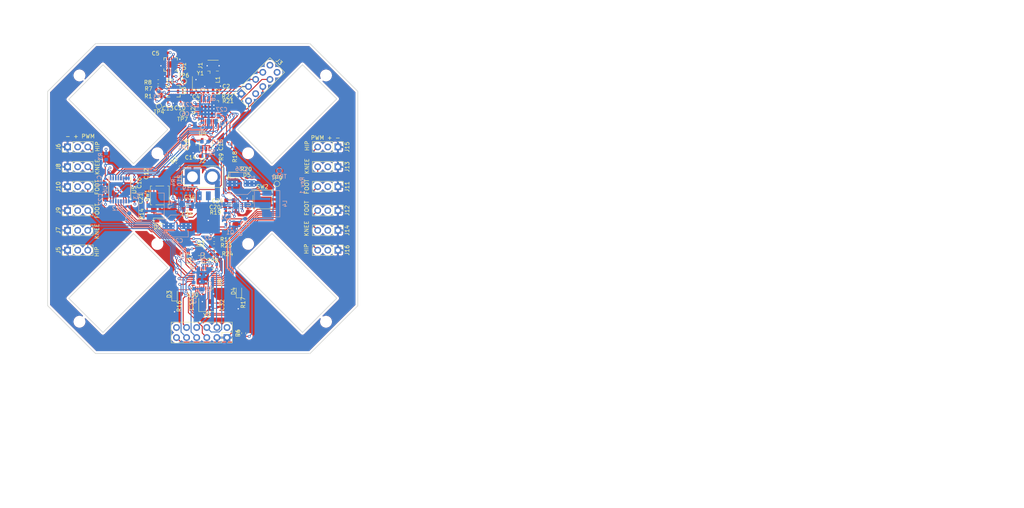
<source format=kicad_pcb>
(kicad_pcb (version 20171130) (host pcbnew 5.1.5)

  (general
    (thickness 1.6)
    (drawings 42)
    (tracks 1562)
    (zones 0)
    (modules 114)
    (nets 96)
  )

  (page USLetter)
  (title_block
    (title "Project Title")
  )

  (layers
    (0 F.Cu signal)
    (1 In1.Cu signal)
    (2 In2.Cu signal)
    (31 B.Cu signal)
    (32 B.Adhes user)
    (33 F.Adhes user)
    (34 B.Paste user)
    (35 F.Paste user)
    (36 B.SilkS user)
    (37 F.SilkS user)
    (38 B.Mask user)
    (39 F.Mask user)
    (40 Dwgs.User user)
    (41 Cmts.User user)
    (42 Eco1.User user)
    (43 Eco2.User user)
    (44 Edge.Cuts user)
    (45 Margin user)
    (46 B.CrtYd user)
    (47 F.CrtYd user)
    (48 B.Fab user)
    (49 F.Fab user)
  )

  (setup
    (last_trace_width 0.254)
    (user_trace_width 0.1524)
    (user_trace_width 0.254)
    (user_trace_width 0.3302)
    (user_trace_width 0.508)
    (user_trace_width 0.762)
    (user_trace_width 1.27)
    (trace_clearance 0.1524)
    (zone_clearance 0.508)
    (zone_45_only yes)
    (trace_min 0.1524)
    (via_size 0.6858)
    (via_drill 0.3302)
    (via_min_size 0.6858)
    (via_min_drill 0.3302)
    (user_via 0.6858 0.3302)
    (user_via 0.762 0.4064)
    (user_via 0.8636 0.508)
    (uvia_size 0.6858)
    (uvia_drill 0.3302)
    (uvias_allowed no)
    (uvia_min_size 0)
    (uvia_min_drill 0)
    (edge_width 0.1524)
    (segment_width 0.1524)
    (pcb_text_width 0.1524)
    (pcb_text_size 1.016 1.016)
    (mod_edge_width 0.1524)
    (mod_text_size 1.016 1.016)
    (mod_text_width 0.1524)
    (pad_size 1.524 1.524)
    (pad_drill 0.762)
    (pad_to_mask_clearance 0.0508)
    (solder_mask_min_width 0.1016)
    (pad_to_paste_clearance -0.0762)
    (aux_axis_origin 0 0)
    (visible_elements FFFFDF7D)
    (pcbplotparams
      (layerselection 0x310fc_80000001)
      (usegerberextensions true)
      (usegerberattributes false)
      (usegerberadvancedattributes false)
      (creategerberjobfile false)
      (excludeedgelayer true)
      (linewidth 0.100000)
      (plotframeref false)
      (viasonmask false)
      (mode 1)
      (useauxorigin false)
      (hpglpennumber 1)
      (hpglpenspeed 20)
      (hpglpendiameter 15.000000)
      (psnegative false)
      (psa4output false)
      (plotreference true)
      (plotvalue true)
      (plotinvisibletext false)
      (padsonsilk false)
      (subtractmaskfromsilk false)
      (outputformat 1)
      (mirror false)
      (drillshape 0)
      (scaleselection 1)
      (outputdirectory "gerbers"))
  )

  (net 0 "")
  (net 1 GND)
  (net 2 /VDD_3V3)
  (net 3 "Net-(C2-Pad1)")
  (net 4 /XTAL_P)
  (net 5 /XTAL_N)
  (net 6 "Net-(C6-Pad1)")
  (net 7 "Net-(C7-Pad1)")
  (net 8 "Net-(C8-Pad1)")
  (net 9 "Net-(C9-Pad1)")
  (net 10 "Net-(C12-Pad1)")
  (net 11 /VBAT)
  (net 12 "Net-(C15-Pad1)")
  (net 13 "Net-(C19-Pad1)")
  (net 14 /VSERVO_5V_L)
  (net 15 /ATMEGA_RSTN_5V0)
  (net 16 "Net-(C31-Pad1)")
  (net 17 "Net-(C33-Pad1)")
  (net 18 /VSERVO_5V_R)
  (net 19 /REG_PG_N)
  (net 20 /PG_R)
  (net 21 /PG_L)
  (net 22 "Net-(D2-Pad1)")
  (net 23 /LED_RED)
  (net 24 "Net-(D3-Pad1)")
  (net 25 /LED_GREEN)
  (net 26 "Net-(D4-Pad1)")
  (net 27 "Net-(D5-Pad1)")
  (net 28 "Net-(J1-Pad1)")
  (net 29 "Net-(J3-Pad8)")
  (net 30 /NRF52_SWDIO)
  (net 31 "Net-(J3-Pad6)")
  (net 32 /NRF52_SWCLK)
  (net 33 "Net-(J3-Pad4)")
  (net 34 /NRF52_RST)
  (net 35 /ATMEGA_PROG_3V3)
  (net 36 /ATMEGA_SCK_5V0)
  (net 37 /ATMEGA_RX_5V0)
  (net 38 /ATMEGA_MISO_5V0)
  (net 39 /ATMEGA_TX_5V0)
  (net 40 /ATMEGA_CSN_5V0)
  (net 41 /ATMEGA_MOSI_5V0)
  (net 42 /HIP0)
  (net 43 /HIP1)
  (net 44 /KNEE0)
  (net 45 /KNEE1)
  (net 46 /FOOT0)
  (net 47 /FOOT1)
  (net 48 /HIP2)
  (net 49 /HIP3)
  (net 50 /KNEE2)
  (net 51 /KNEE3)
  (net 52 /FOOT2)
  (net 53 /FOOT3)
  (net 54 "Net-(L2-Pad2)")
  (net 55 "Net-(L3-Pad1)")
  (net 56 "Net-(L4-Pad1)")
  (net 57 "Net-(Q1-Pad3)")
  (net 58 /POWER_SWITCH)
  (net 59 /NRF52_OUTPUT_ENABLE)
  (net 60 /IMU_SDA)
  (net 61 /IMU_SCK)
  (net 62 "Net-(R9-Pad2)")
  (net 63 /VREG_EN)
  (net 64 "Net-(R10-Pad2)")
  (net 65 /BUZZER_5V0)
  (net 66 "Net-(R12-Pad2)")
  (net 67 "Net-(R18-Pad2)")
  (net 68 "Net-(R19-Pad2)")
  (net 69 /NRF52_TX_3V3)
  (net 70 /NRF52_RX_3V3)
  (net 71 "Net-(U1-Pad7)")
  (net 72 "Net-(U1-Pad6)")
  (net 73 /IMU_RDY)
  (net 74 "Net-(U2-Pad31)")
  (net 75 /BUZZER_3V3)
  (net 76 /ATMEGA_RSTN_3V3)
  (net 77 /ATMEGA_SCK_3V3)
  (net 78 /ATMEGA_MISO_3V3)
  (net 79 /ATMEGA_CSN_3V3)
  (net 80 /ATMEGA_MOSI_3V3)
  (net 81 "Net-(U3-Pad11)")
  (net 82 "Net-(U3-Pad10)")
  (net 83 "Net-(U3-Pad9)")
  (net 84 "Net-(U3-Pad3)")
  (net 85 "Net-(U3-Pad2)")
  (net 86 "Net-(U5-Pad7)")
  (net 87 "Net-(U6-Pad10)")
  (net 88 "Net-(U8-Pad22)")
  (net 89 /VBAT_MEAS)
  (net 90 "Net-(C32-Pad1)")
  (net 91 "Net-(U1-Pad16)")
  (net 92 /VCHARGE_8V0)
  (net 93 "Net-(TP3-Pad1)")
  (net 94 "Net-(Q3-Pad3)")
  (net 95 "Net-(R11-Pad2)")

  (net_class Default "This is the default net class."
    (clearance 0.1524)
    (trace_width 0.1524)
    (via_dia 0.6858)
    (via_drill 0.3302)
    (uvia_dia 0.6858)
    (uvia_drill 0.3302)
    (add_net /ATMEGA_CSN_3V3)
    (add_net /ATMEGA_CSN_5V0)
    (add_net /ATMEGA_MISO_3V3)
    (add_net /ATMEGA_MISO_5V0)
    (add_net /ATMEGA_MOSI_3V3)
    (add_net /ATMEGA_MOSI_5V0)
    (add_net /ATMEGA_PROG_3V3)
    (add_net /ATMEGA_RSTN_3V3)
    (add_net /ATMEGA_RSTN_5V0)
    (add_net /ATMEGA_RX_5V0)
    (add_net /ATMEGA_SCK_3V3)
    (add_net /ATMEGA_SCK_5V0)
    (add_net /ATMEGA_TX_5V0)
    (add_net /BUZZER_3V3)
    (add_net /BUZZER_5V0)
    (add_net /FOOT0)
    (add_net /FOOT1)
    (add_net /FOOT2)
    (add_net /FOOT3)
    (add_net /HIP0)
    (add_net /HIP1)
    (add_net /HIP2)
    (add_net /HIP3)
    (add_net /IMU_RDY)
    (add_net /IMU_SCK)
    (add_net /IMU_SDA)
    (add_net /KNEE0)
    (add_net /KNEE1)
    (add_net /KNEE2)
    (add_net /KNEE3)
    (add_net /LED_GREEN)
    (add_net /LED_RED)
    (add_net /NRF52_OUTPUT_ENABLE)
    (add_net /NRF52_RST)
    (add_net /NRF52_RX_3V3)
    (add_net /NRF52_SWCLK)
    (add_net /NRF52_SWDIO)
    (add_net /NRF52_TX_3V3)
    (add_net /PG_L)
    (add_net /PG_R)
    (add_net /POWER_SWITCH)
    (add_net /REG_PG_N)
    (add_net /VBAT)
    (add_net /VBAT_MEAS)
    (add_net /VCHARGE_8V0)
    (add_net /VDD_3V3)
    (add_net /VREG_EN)
    (add_net /VSERVO_5V_L)
    (add_net /VSERVO_5V_R)
    (add_net /XTAL_N)
    (add_net /XTAL_P)
    (add_net GND)
    (add_net "Net-(C12-Pad1)")
    (add_net "Net-(C15-Pad1)")
    (add_net "Net-(C19-Pad1)")
    (add_net "Net-(C2-Pad1)")
    (add_net "Net-(C31-Pad1)")
    (add_net "Net-(C32-Pad1)")
    (add_net "Net-(C33-Pad1)")
    (add_net "Net-(C6-Pad1)")
    (add_net "Net-(C7-Pad1)")
    (add_net "Net-(C8-Pad1)")
    (add_net "Net-(C9-Pad1)")
    (add_net "Net-(D2-Pad1)")
    (add_net "Net-(D3-Pad1)")
    (add_net "Net-(D4-Pad1)")
    (add_net "Net-(D5-Pad1)")
    (add_net "Net-(J1-Pad1)")
    (add_net "Net-(J3-Pad4)")
    (add_net "Net-(J3-Pad6)")
    (add_net "Net-(J3-Pad8)")
    (add_net "Net-(L2-Pad2)")
    (add_net "Net-(L3-Pad1)")
    (add_net "Net-(L4-Pad1)")
    (add_net "Net-(Q1-Pad3)")
    (add_net "Net-(Q3-Pad3)")
    (add_net "Net-(R10-Pad2)")
    (add_net "Net-(R11-Pad2)")
    (add_net "Net-(R12-Pad2)")
    (add_net "Net-(R18-Pad2)")
    (add_net "Net-(R19-Pad2)")
    (add_net "Net-(R9-Pad2)")
    (add_net "Net-(TP3-Pad1)")
    (add_net "Net-(U1-Pad16)")
    (add_net "Net-(U1-Pad6)")
    (add_net "Net-(U1-Pad7)")
    (add_net "Net-(U2-Pad31)")
    (add_net "Net-(U3-Pad10)")
    (add_net "Net-(U3-Pad11)")
    (add_net "Net-(U3-Pad2)")
    (add_net "Net-(U3-Pad3)")
    (add_net "Net-(U3-Pad9)")
    (add_net "Net-(U5-Pad7)")
    (add_net "Net-(U6-Pad10)")
    (add_net "Net-(U8-Pad22)")
  )

  (module TestPoint:TestPoint_Pad_D1.0mm (layer F.Cu) (tedit 5A0F774F) (tstamp 5E994C71)
    (at 50.4 65.68)
    (descr "SMD pad as test Point, diameter 1.0mm")
    (tags "test point SMD pad")
    (path /5F5B6161)
    (attr virtual)
    (fp_text reference TP8 (at 2.21 -0.09) (layer F.SilkS)
      (effects (font (size 1 1) (thickness 0.15)))
    )
    (fp_text value TestPoint (at 0 1.55) (layer F.Fab)
      (effects (font (size 1 1) (thickness 0.15)))
    )
    (fp_circle (center 0 0) (end 0 0.7) (layer F.SilkS) (width 0.12))
    (fp_circle (center 0 0) (end 1 0) (layer F.CrtYd) (width 0.05))
    (fp_text user %R (at 0 -1.45) (layer F.Fab)
      (effects (font (size 1 1) (thickness 0.15)))
    )
    (pad 1 smd circle (at 0 0) (size 1 1) (layers F.Cu F.Mask)
      (net 89 /VBAT_MEAS))
  )

  (module Resistor_SMD:R_0603_1608Metric (layer B.Cu) (tedit 5B301BBD) (tstamp 5E9951C8)
    (at 46.3 63.76 270)
    (descr "Resistor SMD 0603 (1608 Metric), square (rectangular) end terminal, IPC_7351 nominal, (Body size source: http://www.tortai-tech.com/upload/download/2011102023233369053.pdf), generated with kicad-footprint-generator")
    (tags resistor)
    (path /5F7A3573)
    (attr smd)
    (fp_text reference R25 (at 0 1.43 90) (layer B.SilkS)
      (effects (font (size 1 1) (thickness 0.15)) (justify mirror))
    )
    (fp_text value 100kR (at 0 -1.43 90) (layer B.Fab)
      (effects (font (size 1 1) (thickness 0.15)) (justify mirror))
    )
    (fp_text user %R (at 0 0 90) (layer B.Fab)
      (effects (font (size 0.4 0.4) (thickness 0.06)) (justify mirror))
    )
    (fp_line (start 1.48 -0.73) (end -1.48 -0.73) (layer B.CrtYd) (width 0.05))
    (fp_line (start 1.48 0.73) (end 1.48 -0.73) (layer B.CrtYd) (width 0.05))
    (fp_line (start -1.48 0.73) (end 1.48 0.73) (layer B.CrtYd) (width 0.05))
    (fp_line (start -1.48 -0.73) (end -1.48 0.73) (layer B.CrtYd) (width 0.05))
    (fp_line (start -0.162779 -0.51) (end 0.162779 -0.51) (layer B.SilkS) (width 0.12))
    (fp_line (start -0.162779 0.51) (end 0.162779 0.51) (layer B.SilkS) (width 0.12))
    (fp_line (start 0.8 -0.4) (end -0.8 -0.4) (layer B.Fab) (width 0.1))
    (fp_line (start 0.8 0.4) (end 0.8 -0.4) (layer B.Fab) (width 0.1))
    (fp_line (start -0.8 0.4) (end 0.8 0.4) (layer B.Fab) (width 0.1))
    (fp_line (start -0.8 -0.4) (end -0.8 0.4) (layer B.Fab) (width 0.1))
    (pad 2 smd roundrect (at 0.7875 0 270) (size 0.875 0.95) (layers B.Cu B.Paste B.Mask) (roundrect_rratio 0.25)
      (net 1 GND))
    (pad 1 smd roundrect (at -0.7875 0 270) (size 0.875 0.95) (layers B.Cu B.Paste B.Mask) (roundrect_rratio 0.25)
      (net 14 /VSERVO_5V_L))
    (model ${KISYS3DMOD}/Resistor_SMD.3dshapes/R_0603_1608Metric.wrl
      (at (xyz 0 0 0))
      (scale (xyz 1 1 1))
      (rotate (xyz 0 0 0))
    )
  )

  (module Resistor_SMD:R_0603_1608Metric (layer F.Cu) (tedit 5B301BBD) (tstamp 5E99BCBB)
    (at 52.9 64.1)
    (descr "Resistor SMD 0603 (1608 Metric), square (rectangular) end terminal, IPC_7351 nominal, (Body size source: http://www.tortai-tech.com/upload/download/2011102023233369053.pdf), generated with kicad-footprint-generator")
    (tags resistor)
    (path /5F40B6F4)
    (attr smd)
    (fp_text reference R24 (at 3.33 -0.18) (layer F.SilkS)
      (effects (font (size 1 1) (thickness 0.15)))
    )
    (fp_text value 100kR (at 0 1.43) (layer F.Fab)
      (effects (font (size 1 1) (thickness 0.15)))
    )
    (fp_text user %R (at 0 0) (layer F.Fab)
      (effects (font (size 0.4 0.4) (thickness 0.06)))
    )
    (fp_line (start 1.48 0.73) (end -1.48 0.73) (layer F.CrtYd) (width 0.05))
    (fp_line (start 1.48 -0.73) (end 1.48 0.73) (layer F.CrtYd) (width 0.05))
    (fp_line (start -1.48 -0.73) (end 1.48 -0.73) (layer F.CrtYd) (width 0.05))
    (fp_line (start -1.48 0.73) (end -1.48 -0.73) (layer F.CrtYd) (width 0.05))
    (fp_line (start -0.162779 0.51) (end 0.162779 0.51) (layer F.SilkS) (width 0.12))
    (fp_line (start -0.162779 -0.51) (end 0.162779 -0.51) (layer F.SilkS) (width 0.12))
    (fp_line (start 0.8 0.4) (end -0.8 0.4) (layer F.Fab) (width 0.1))
    (fp_line (start 0.8 -0.4) (end 0.8 0.4) (layer F.Fab) (width 0.1))
    (fp_line (start -0.8 -0.4) (end 0.8 -0.4) (layer F.Fab) (width 0.1))
    (fp_line (start -0.8 0.4) (end -0.8 -0.4) (layer F.Fab) (width 0.1))
    (pad 2 smd roundrect (at 0.7875 0) (size 0.875 0.95) (layers F.Cu F.Paste F.Mask) (roundrect_rratio 0.25)
      (net 1 GND))
    (pad 1 smd roundrect (at -0.7875 0) (size 0.875 0.95) (layers F.Cu F.Paste F.Mask) (roundrect_rratio 0.25)
      (net 89 /VBAT_MEAS))
    (model ${KISYS3DMOD}/Resistor_SMD.3dshapes/R_0603_1608Metric.wrl
      (at (xyz 0 0 0))
      (scale (xyz 1 1 1))
      (rotate (xyz 0 0 0))
    )
  )

  (module Resistor_SMD:R_0603_1608Metric (layer F.Cu) (tedit 5B301BBD) (tstamp 5E99D84B)
    (at 52.85 61.95 180)
    (descr "Resistor SMD 0603 (1608 Metric), square (rectangular) end terminal, IPC_7351 nominal, (Body size source: http://www.tortai-tech.com/upload/download/2011102023233369053.pdf), generated with kicad-footprint-generator")
    (tags resistor)
    (path /5F40B5A1)
    (attr smd)
    (fp_text reference R23 (at -3.05 0.15) (layer F.SilkS)
      (effects (font (size 1 1) (thickness 0.15)))
    )
    (fp_text value 100kR (at 0 1.43) (layer F.Fab)
      (effects (font (size 1 1) (thickness 0.15)))
    )
    (fp_text user %R (at 0 0) (layer F.Fab)
      (effects (font (size 0.4 0.4) (thickness 0.06)))
    )
    (fp_line (start 1.48 0.73) (end -1.48 0.73) (layer F.CrtYd) (width 0.05))
    (fp_line (start 1.48 -0.73) (end 1.48 0.73) (layer F.CrtYd) (width 0.05))
    (fp_line (start -1.48 -0.73) (end 1.48 -0.73) (layer F.CrtYd) (width 0.05))
    (fp_line (start -1.48 0.73) (end -1.48 -0.73) (layer F.CrtYd) (width 0.05))
    (fp_line (start -0.162779 0.51) (end 0.162779 0.51) (layer F.SilkS) (width 0.12))
    (fp_line (start -0.162779 -0.51) (end 0.162779 -0.51) (layer F.SilkS) (width 0.12))
    (fp_line (start 0.8 0.4) (end -0.8 0.4) (layer F.Fab) (width 0.1))
    (fp_line (start 0.8 -0.4) (end 0.8 0.4) (layer F.Fab) (width 0.1))
    (fp_line (start -0.8 -0.4) (end 0.8 -0.4) (layer F.Fab) (width 0.1))
    (fp_line (start -0.8 0.4) (end -0.8 -0.4) (layer F.Fab) (width 0.1))
    (pad 2 smd roundrect (at 0.7875 0 180) (size 0.875 0.95) (layers F.Cu F.Paste F.Mask) (roundrect_rratio 0.25)
      (net 94 "Net-(Q3-Pad3)"))
    (pad 1 smd roundrect (at -0.7875 0 180) (size 0.875 0.95) (layers F.Cu F.Paste F.Mask) (roundrect_rratio 0.25)
      (net 95 "Net-(R11-Pad2)"))
    (model ${KISYS3DMOD}/Resistor_SMD.3dshapes/R_0603_1608Metric.wrl
      (at (xyz 0 0 0))
      (scale (xyz 1 1 1))
      (rotate (xyz 0 0 0))
    )
  )

  (module Resistor_SMD:R_0603_1608Metric (layer F.Cu) (tedit 5B301BBD) (tstamp 5E9949F4)
    (at 52.86 60.33)
    (descr "Resistor SMD 0603 (1608 Metric), square (rectangular) end terminal, IPC_7351 nominal, (Body size source: http://www.tortai-tech.com/upload/download/2011102023233369053.pdf), generated with kicad-footprint-generator")
    (tags resistor)
    (path /5F76C11A)
    (attr smd)
    (fp_text reference R11 (at 2.96 -0.02) (layer F.SilkS)
      (effects (font (size 1 1) (thickness 0.15)))
    )
    (fp_text value 100kR (at 0 1.43) (layer F.Fab)
      (effects (font (size 1 1) (thickness 0.15)))
    )
    (fp_text user %R (at 0 0) (layer F.Fab)
      (effects (font (size 0.4 0.4) (thickness 0.06)))
    )
    (fp_line (start 1.48 0.73) (end -1.48 0.73) (layer F.CrtYd) (width 0.05))
    (fp_line (start 1.48 -0.73) (end 1.48 0.73) (layer F.CrtYd) (width 0.05))
    (fp_line (start -1.48 -0.73) (end 1.48 -0.73) (layer F.CrtYd) (width 0.05))
    (fp_line (start -1.48 0.73) (end -1.48 -0.73) (layer F.CrtYd) (width 0.05))
    (fp_line (start -0.162779 0.51) (end 0.162779 0.51) (layer F.SilkS) (width 0.12))
    (fp_line (start -0.162779 -0.51) (end 0.162779 -0.51) (layer F.SilkS) (width 0.12))
    (fp_line (start 0.8 0.4) (end -0.8 0.4) (layer F.Fab) (width 0.1))
    (fp_line (start 0.8 -0.4) (end 0.8 0.4) (layer F.Fab) (width 0.1))
    (fp_line (start -0.8 -0.4) (end 0.8 -0.4) (layer F.Fab) (width 0.1))
    (fp_line (start -0.8 0.4) (end -0.8 -0.4) (layer F.Fab) (width 0.1))
    (pad 2 smd roundrect (at 0.7875 0) (size 0.875 0.95) (layers F.Cu F.Paste F.Mask) (roundrect_rratio 0.25)
      (net 95 "Net-(R11-Pad2)"))
    (pad 1 smd roundrect (at -0.7875 0) (size 0.875 0.95) (layers F.Cu F.Paste F.Mask) (roundrect_rratio 0.25)
      (net 11 /VBAT))
    (model ${KISYS3DMOD}/Resistor_SMD.3dshapes/R_0603_1608Metric.wrl
      (at (xyz 0 0 0))
      (scale (xyz 1 1 1))
      (rotate (xyz 0 0 0))
    )
  )

  (module Package_TO_SOT_SMD:SOT-323_SC-70 (layer F.Cu) (tedit 5A02FF57) (tstamp 5E9948B3)
    (at 49.55 63.2)
    (descr "SOT-323, SC-70")
    (tags "SOT-323 SC-70")
    (path /5F623BC6)
    (attr smd)
    (fp_text reference Q3 (at -0.05 -1.95) (layer F.SilkS)
      (effects (font (size 1 1) (thickness 0.15)))
    )
    (fp_text value 2N7002-7-F (at -0.05 2.05) (layer F.Fab)
      (effects (font (size 1 1) (thickness 0.15)))
    )
    (fp_line (start -0.18 -1.1) (end -0.68 -0.6) (layer F.Fab) (width 0.1))
    (fp_line (start 0.67 1.1) (end -0.68 1.1) (layer F.Fab) (width 0.1))
    (fp_line (start 0.67 -1.1) (end 0.67 1.1) (layer F.Fab) (width 0.1))
    (fp_line (start -0.68 -0.6) (end -0.68 1.1) (layer F.Fab) (width 0.1))
    (fp_line (start 0.67 -1.1) (end -0.18 -1.1) (layer F.Fab) (width 0.1))
    (fp_line (start -0.68 1.16) (end 0.73 1.16) (layer F.SilkS) (width 0.12))
    (fp_line (start 0.73 -1.16) (end -1.3 -1.16) (layer F.SilkS) (width 0.12))
    (fp_line (start -1.7 1.3) (end -1.7 -1.3) (layer F.CrtYd) (width 0.05))
    (fp_line (start -1.7 -1.3) (end 1.7 -1.3) (layer F.CrtYd) (width 0.05))
    (fp_line (start 1.7 -1.3) (end 1.7 1.3) (layer F.CrtYd) (width 0.05))
    (fp_line (start 1.7 1.3) (end -1.7 1.3) (layer F.CrtYd) (width 0.05))
    (fp_line (start 0.73 -1.16) (end 0.73 -0.5) (layer F.SilkS) (width 0.12))
    (fp_line (start 0.73 0.5) (end 0.73 1.16) (layer F.SilkS) (width 0.12))
    (fp_text user %R (at 0 0 90) (layer F.Fab)
      (effects (font (size 0.5 0.5) (thickness 0.075)))
    )
    (pad 3 smd rect (at 1 0 270) (size 0.45 0.7) (layers F.Cu F.Paste F.Mask)
      (net 94 "Net-(Q3-Pad3)"))
    (pad 2 smd rect (at -1 0.65 270) (size 0.45 0.7) (layers F.Cu F.Paste F.Mask)
      (net 89 /VBAT_MEAS))
    (pad 1 smd rect (at -1 -0.65 270) (size 0.45 0.7) (layers F.Cu F.Paste F.Mask)
      (net 14 /VSERVO_5V_L))
    (model ${KISYS3DMOD}/Package_TO_SOT_SMD.3dshapes/SOT-323_SC-70.wrl
      (at (xyz 0 0 0))
      (scale (xyz 1 1 1))
      (rotate (xyz 0 0 0))
    )
  )

  (module Capacitor_SMD:C_0402_1005Metric (layer F.Cu) (tedit 5B301BBE) (tstamp 5E9943BC)
    (at 48.31 65.17 180)
    (descr "Capacitor SMD 0402 (1005 Metric), square (rectangular) end terminal, IPC_7351 nominal, (Body size source: http://www.tortai-tech.com/upload/download/2011102023233369053.pdf), generated with kicad-footprint-generator")
    (tags capacitor)
    (path /5F514B8F)
    (attr smd)
    (fp_text reference C37 (at 1.72 -0.05 90) (layer F.SilkS)
      (effects (font (size 1 1) (thickness 0.15)))
    )
    (fp_text value "3.3 nF" (at 0 1.17) (layer F.Fab)
      (effects (font (size 1 1) (thickness 0.15)))
    )
    (fp_text user %R (at 0 0) (layer F.Fab)
      (effects (font (size 0.25 0.25) (thickness 0.04)))
    )
    (fp_line (start 0.93 0.47) (end -0.93 0.47) (layer F.CrtYd) (width 0.05))
    (fp_line (start 0.93 -0.47) (end 0.93 0.47) (layer F.CrtYd) (width 0.05))
    (fp_line (start -0.93 -0.47) (end 0.93 -0.47) (layer F.CrtYd) (width 0.05))
    (fp_line (start -0.93 0.47) (end -0.93 -0.47) (layer F.CrtYd) (width 0.05))
    (fp_line (start 0.5 0.25) (end -0.5 0.25) (layer F.Fab) (width 0.1))
    (fp_line (start 0.5 -0.25) (end 0.5 0.25) (layer F.Fab) (width 0.1))
    (fp_line (start -0.5 -0.25) (end 0.5 -0.25) (layer F.Fab) (width 0.1))
    (fp_line (start -0.5 0.25) (end -0.5 -0.25) (layer F.Fab) (width 0.1))
    (pad 2 smd roundrect (at 0.485 0 180) (size 0.59 0.64) (layers F.Cu F.Paste F.Mask) (roundrect_rratio 0.25)
      (net 1 GND))
    (pad 1 smd roundrect (at -0.485 0 180) (size 0.59 0.64) (layers F.Cu F.Paste F.Mask) (roundrect_rratio 0.25)
      (net 89 /VBAT_MEAS))
    (model ${KISYS3DMOD}/Capacitor_SMD.3dshapes/C_0402_1005Metric.wrl
      (at (xyz 0 0 0))
      (scale (xyz 1 1 1))
      (rotate (xyz 0 0 0))
    )
  )

  (module TestPoint:TestPoint_Pad_D1.0mm (layer B.Cu) (tedit 5A0F774F) (tstamp 5E989796)
    (at 69.29 43.01)
    (descr "SMD pad as test Point, diameter 1.0mm")
    (tags "test point SMD pad")
    (path /5F2A9B51)
    (attr virtual)
    (fp_text reference TP10 (at 0 1.448) (layer B.SilkS)
      (effects (font (size 1 1) (thickness 0.15)) (justify mirror))
    )
    (fp_text value TestPoint (at 0 -1.55) (layer B.Fab)
      (effects (font (size 1 1) (thickness 0.15)) (justify mirror))
    )
    (fp_circle (center 0 0) (end 0 -0.7) (layer B.SilkS) (width 0.12))
    (fp_circle (center 0 0) (end 1 0) (layer B.CrtYd) (width 0.05))
    (fp_text user %R (at 0 1.45) (layer B.Fab)
      (effects (font (size 1 1) (thickness 0.15)) (justify mirror))
    )
    (pad 1 smd circle (at 0 0) (size 1 1) (layers B.Cu B.Mask)
      (net 1 GND))
  )

  (module TestPoint:TestPoint_Pad_D1.0mm (layer F.Cu) (tedit 5A0F774F) (tstamp 5E987001)
    (at 68.66 46.28)
    (descr "SMD pad as test Point, diameter 1.0mm")
    (tags "test point SMD pad")
    (path /5F202822)
    (attr virtual)
    (fp_text reference TP9 (at 0 -1.448) (layer F.SilkS)
      (effects (font (size 1 1) (thickness 0.15)))
    )
    (fp_text value TestPoint (at 0 1.55) (layer F.Fab)
      (effects (font (size 1 1) (thickness 0.15)))
    )
    (fp_circle (center 0 0) (end 0 0.7) (layer F.SilkS) (width 0.12))
    (fp_circle (center 0 0) (end 1 0) (layer F.CrtYd) (width 0.05))
    (fp_text user %R (at 0 -1.45) (layer F.Fab)
      (effects (font (size 1 1) (thickness 0.15)))
    )
    (pad 1 smd circle (at 0 0) (size 1 1) (layers F.Cu F.Mask)
      (net 57 "Net-(Q1-Pad3)"))
  )

  (module TestPoint:TestPoint_Pad_D1.0mm (layer F.Cu) (tedit 5A0F774F) (tstamp 5E986FF1)
    (at 44.92 28.58 180)
    (descr "SMD pad as test Point, diameter 1.0mm")
    (tags "test point SMD pad")
    (path /5F16806B)
    (attr virtual)
    (fp_text reference TP7 (at 0 -1.448) (layer F.SilkS)
      (effects (font (size 1 1) (thickness 0.15)))
    )
    (fp_text value TestPoint (at 0 1.55) (layer F.Fab)
      (effects (font (size 1 1) (thickness 0.15)))
    )
    (fp_circle (center 0 0) (end 0 0.7) (layer F.SilkS) (width 0.12))
    (fp_circle (center 0 0) (end 1 0) (layer F.CrtYd) (width 0.05))
    (fp_text user %R (at 0 -1.45) (layer F.Fab)
      (effects (font (size 1 1) (thickness 0.15)))
    )
    (pad 1 smd circle (at 0 0 180) (size 1 1) (layers F.Cu F.Mask)
      (net 61 /IMU_SCK))
  )

  (module TestPoint:TestPoint_Pad_D1.0mm (layer F.Cu) (tedit 5A0F774F) (tstamp 5E986FE9)
    (at 45.25 20.45)
    (descr "SMD pad as test Point, diameter 1.0mm")
    (tags "test point SMD pad")
    (path /5F133589)
    (attr virtual)
    (fp_text reference TP6 (at 0 -1.448) (layer F.SilkS)
      (effects (font (size 1 1) (thickness 0.15)))
    )
    (fp_text value TestPoint (at 0 1.55) (layer F.Fab)
      (effects (font (size 1 1) (thickness 0.15)))
    )
    (fp_circle (center 0 0) (end 0 0.7) (layer F.SilkS) (width 0.12))
    (fp_circle (center 0 0) (end 1 0) (layer F.CrtYd) (width 0.05))
    (fp_text user %R (at 0 -1.45) (layer F.Fab)
      (effects (font (size 1 1) (thickness 0.15)))
    )
    (pad 1 smd circle (at 0 0) (size 1 1) (layers F.Cu F.Mask)
      (net 73 /IMU_RDY))
  )

  (module TestPoint:TestPoint_Pad_D1.0mm (layer B.Cu) (tedit 5A0F774F) (tstamp 5E986FE1)
    (at 45.17 35.98)
    (descr "SMD pad as test Point, diameter 1.0mm")
    (tags "test point SMD pad")
    (path /5F10002E)
    (attr virtual)
    (fp_text reference TP5 (at 0 1.448) (layer B.SilkS)
      (effects (font (size 1 1) (thickness 0.15)) (justify mirror))
    )
    (fp_text value TestPoint (at 0 -1.55) (layer B.Fab)
      (effects (font (size 1 1) (thickness 0.15)) (justify mirror))
    )
    (fp_circle (center 0 0) (end 0 -0.7) (layer B.SilkS) (width 0.12))
    (fp_circle (center 0 0) (end 1 0) (layer B.CrtYd) (width 0.05))
    (fp_text user %R (at 0 1.45) (layer B.Fab)
      (effects (font (size 1 1) (thickness 0.15)) (justify mirror))
    )
    (pad 1 smd circle (at 0 0) (size 1 1) (layers B.Cu B.Mask)
      (net 75 /BUZZER_3V3))
  )

  (module TestPoint:TestPoint_Pad_D1.0mm (layer F.Cu) (tedit 5A0F774F) (tstamp 5E986FD9)
    (at 38.98 26.73 180)
    (descr "SMD pad as test Point, diameter 1.0mm")
    (tags "test point SMD pad")
    (path /5F167C38)
    (attr virtual)
    (fp_text reference TP4 (at 0 -1.448) (layer F.SilkS)
      (effects (font (size 1 1) (thickness 0.15)))
    )
    (fp_text value TestPoint (at 0 1.55) (layer F.Fab)
      (effects (font (size 1 1) (thickness 0.15)))
    )
    (fp_circle (center 0 0) (end 0 0.7) (layer F.SilkS) (width 0.12))
    (fp_circle (center 0 0) (end 1 0) (layer F.CrtYd) (width 0.05))
    (fp_text user %R (at 0 -1.45) (layer F.Fab)
      (effects (font (size 1 1) (thickness 0.15)))
    )
    (pad 1 smd circle (at 0 0 180) (size 1 1) (layers F.Cu F.Mask)
      (net 60 /IMU_SDA))
  )

  (module TestPoint:TestPoint_Pad_D1.0mm (layer B.Cu) (tedit 5A0F774F) (tstamp 5E986FD1)
    (at 38.93 22.99)
    (descr "SMD pad as test Point, diameter 1.0mm")
    (tags "test point SMD pad")
    (path /5F1CEB01)
    (attr virtual)
    (fp_text reference TP3 (at 0 1.448) (layer B.SilkS)
      (effects (font (size 1 1) (thickness 0.15)) (justify mirror))
    )
    (fp_text value TestPoint (at 0 -1.55) (layer B.Fab)
      (effects (font (size 1 1) (thickness 0.15)) (justify mirror))
    )
    (fp_circle (center 0 0) (end 0 -0.7) (layer B.SilkS) (width 0.12))
    (fp_circle (center 0 0) (end 1 0) (layer B.CrtYd) (width 0.05))
    (fp_text user %R (at 0 1.45) (layer B.Fab)
      (effects (font (size 1 1) (thickness 0.15)) (justify mirror))
    )
    (pad 1 smd circle (at 0 0) (size 1 1) (layers B.Cu B.Mask)
      (net 93 "Net-(TP3-Pad1)"))
  )

  (module TestPoint:TestPoint_Pad_D1.0mm (layer B.Cu) (tedit 5A0F774F) (tstamp 5E986FC9)
    (at 60.69 55.09)
    (descr "SMD pad as test Point, diameter 1.0mm")
    (tags "test point SMD pad")
    (path /5F26D06C)
    (attr virtual)
    (fp_text reference TP2 (at 0 1.448) (layer B.SilkS)
      (effects (font (size 1 1) (thickness 0.15)) (justify mirror))
    )
    (fp_text value TestPoint (at 0 -1.55) (layer B.Fab)
      (effects (font (size 1 1) (thickness 0.15)) (justify mirror))
    )
    (fp_circle (center 0 0) (end 0 -0.7) (layer B.SilkS) (width 0.12))
    (fp_circle (center 0 0) (end 1 0) (layer B.CrtYd) (width 0.05))
    (fp_text user %R (at 0 1.45) (layer B.Fab)
      (effects (font (size 1 1) (thickness 0.15)) (justify mirror))
    )
    (pad 1 smd circle (at 0 0) (size 1 1) (layers B.Cu B.Mask)
      (net 10 "Net-(C12-Pad1)"))
  )

  (module spider-parts:ServoLayout locked (layer F.Cu) (tedit 5E952C68) (tstamp 5E93D9A4)
    (at 50 50 45)
    (fp_text reference REF** (at 0 0.499999 45) (layer F.SilkS) hide
      (effects (font (size 1 1) (thickness 0.15)))
    )
    (fp_text value ServoLayout (at 0 -0.499999 45) (layer F.Fab) hide
      (effects (font (size 1 1) (thickness 0.15)))
    )
    (fp_line (start -6 -14) (end -6 -46) (layer Cmts.User) (width 0.12))
    (fp_line (start 6 -14) (end -6 -14) (layer Cmts.User) (width 0.12))
    (fp_line (start 6 -46) (end 6 -14) (layer Cmts.User) (width 0.12))
    (fp_line (start -6 -46) (end 6 -46) (layer Cmts.User) (width 0.12))
    (fp_line (start 14 -6) (end 46 -6) (layer Cmts.User) (width 0.12))
    (fp_line (start 14 6) (end 14 -6) (layer Cmts.User) (width 0.12))
    (fp_line (start 46 6) (end 14 6) (layer Cmts.User) (width 0.12))
    (fp_line (start 46 -6) (end 46 6) (layer Cmts.User) (width 0.12))
    (fp_line (start 6 14) (end 6 46) (layer Cmts.User) (width 0.12))
    (fp_line (start -6 14) (end 6 14) (layer Cmts.User) (width 0.12))
    (fp_line (start -6 46) (end -6 14) (layer Cmts.User) (width 0.12))
    (fp_line (start 6 46) (end -6 46) (layer Cmts.User) (width 0.12))
    (fp_line (start -46 -6) (end -14 -6) (layer Cmts.User) (width 0.12))
    (fp_line (start -46 6) (end -46 -6) (layer Cmts.User) (width 0.12))
    (fp_line (start -14 6) (end -46 6) (layer Cmts.User) (width 0.12))
    (fp_line (start -14 -6) (end -14 6) (layer Cmts.User) (width 0.12))
    (fp_line (start -41.5 -6.1) (end -18.5 -6.1) (layer Cmts.User) (width 0.12))
    (fp_line (start -41.5 6.1) (end -41.5 -6.1) (layer Cmts.User) (width 0.12))
    (fp_line (start -18.5 -6.1) (end -18.5 6.1) (layer Cmts.User) (width 0.12))
    (fp_line (start 18.5 -6.1) (end 41.5 -6.1) (layer Cmts.User) (width 0.12))
    (fp_line (start 18.5 6.1) (end 18.5 -6.1) (layer Cmts.User) (width 0.12))
    (fp_line (start -18.5 6.1) (end -41.5 6.1) (layer Cmts.User) (width 0.12))
    (fp_line (start 41.5 -6.1) (end 41.5 6.1) (layer Cmts.User) (width 0.12))
    (fp_line (start 41.5 6.1) (end 18.5 6.1) (layer Cmts.User) (width 0.12))
    (fp_line (start -6.1 -18.5) (end -6.1 -41.5) (layer Cmts.User) (width 0.12))
    (fp_line (start 6.1 -18.5) (end -6.1 -18.5) (layer Cmts.User) (width 0.12))
    (fp_line (start -6.1 -41.5) (end 6.1 -41.5) (layer Cmts.User) (width 0.12))
    (fp_line (start 6.1 -41.5) (end 6.1 -18.5) (layer Cmts.User) (width 0.12))
    (fp_line (start -6.1 41.5) (end -6.1 18.5) (layer Cmts.User) (width 0.12))
    (fp_line (start 6.1 41.5) (end -6.1 41.5) (layer Cmts.User) (width 0.12))
    (fp_line (start 6.1 18.5) (end 6.1 41.5) (layer Cmts.User) (width 0.12))
    (fp_line (start -6.1 18.5) (end 6.1 18.5) (layer Cmts.User) (width 0.12))
    (pad "" np_thru_hole circle (at 0 -43.85 315) (size 2 2) (drill 2) (layers *.Cu *.Paste *.Mask)
      (solder_paste_margin 0.05))
    (pad "" np_thru_hole circle (at 43.85 0 225) (size 2 2) (drill 2) (layers *.Cu *.Paste *.Mask)
      (solder_paste_margin 0.05))
    (pad "" np_thru_hole circle (at 0 43.85 135) (size 2 2) (drill 2) (layers *.Cu *.Paste *.Mask))
    (pad "" np_thru_hole circle (at 0 -16.15 315) (size 2 2) (drill 2) (layers *.Cu *.Paste *.Mask))
    (pad "" np_thru_hole circle (at 16.15 0 225) (size 2 2) (drill 2) (layers *.Cu *.Paste *.Mask))
    (pad "" np_thru_hole circle (at 0 16.15 135) (size 2 2) (drill 2) (layers *.Cu *.Paste *.Mask))
    (pad "" np_thru_hole circle (at -43.85 0 45) (size 2 2) (drill 2) (layers *.Cu *.Paste *.Mask)
      (solder_paste_margin 0.05))
    (pad "" np_thru_hole circle (at -16.15 0 45) (size 2 2) (drill 2) (layers *.Cu *.Paste *.Mask))
  )

  (module spider-parts:ST_LGA14_L (layer F.Cu) (tedit 5DCAB1A3) (tstamp 5E9322AC)
    (at 42.62 22.98 90)
    (path /5F5E4723)
    (fp_text reference U3 (at 0.14 2.64 90) (layer F.SilkS)
      (effects (font (size 1 1) (thickness 0.15)))
    )
    (fp_text value LSM6DSM (at 0 -0.5 90) (layer F.Fab) hide
      (effects (font (size 1 1) (thickness 0.15)))
    )
    (fp_line (start 1.55 -1.8) (end 1.55 -1.8) (layer F.CrtYd) (width 0.15))
    (fp_line (start -1.55 -1.8) (end 1.55 -1.8) (layer F.CrtYd) (width 0.15))
    (fp_line (start -1.55 -1.8) (end -1.55 -1.8) (layer F.CrtYd) (width 0.15))
    (fp_line (start -1.55 -1.8) (end -1.55 -1.8) (layer F.CrtYd) (width 0.15))
    (fp_line (start -1.55 1.8) (end -1.55 -1.8) (layer F.CrtYd) (width 0.15))
    (fp_line (start -1.55 1.8) (end -1.55 1.8) (layer F.CrtYd) (width 0.15))
    (fp_line (start -1.55 1.8) (end -1.55 1.8) (layer F.CrtYd) (width 0.15))
    (fp_line (start 1.55 1.8) (end -1.55 1.8) (layer F.CrtYd) (width 0.15))
    (fp_line (start 1.55 1.8) (end 1.55 1.8) (layer F.CrtYd) (width 0.15))
    (fp_line (start 1.55 1.8) (end 1.55 1.8) (layer F.CrtYd) (width 0.15))
    (fp_line (start 1.55 -1.8) (end 1.55 1.8) (layer F.CrtYd) (width 0.15))
    (fp_line (start 1.55 -1.8) (end 1.55 -1.8) (layer F.CrtYd) (width 0.15))
    (fp_line (start 1 -1.55) (end -1.3 -1.55) (layer F.Fab) (width 0.15))
    (fp_line (start -1.3 -1.55) (end -1.3 1.55) (layer F.Fab) (width 0.15))
    (fp_line (start -1.3 1.55) (end 1.3 1.55) (layer F.Fab) (width 0.15))
    (fp_line (start 1.3 1.55) (end 1.3 -1.25) (layer F.Fab) (width 0.15))
    (fp_line (start 1.3 -1.25) (end 1 -1.55) (layer F.Fab) (width 0.15))
    (fp_circle (center 1.45 -1.7) (end 1.6 -1.7) (layer F.SilkS) (width 0.15))
    (fp_line (start 1.45 1.7) (end 1.45 0.85) (layer F.SilkS) (width 0.15))
    (fp_line (start 0.85 1.7) (end 1.45 1.7) (layer F.SilkS) (width 0.15))
    (fp_line (start -1.45 1.7) (end -0.85 1.7) (layer F.SilkS) (width 0.15))
    (fp_line (start -1.45 0.85) (end -1.45 1.7) (layer F.SilkS) (width 0.15))
    (fp_line (start -1.45 -0.85) (end -1.45 -1.7) (layer F.SilkS) (width 0.15))
    (fp_line (start -1.45 -1.7) (end -0.85 -1.7) (layer F.SilkS) (width 0.15))
    (fp_line (start 0.85 -1.7) (end 1.45 -0.85) (layer F.SilkS) (width 0.15))
    (fp_text user %R (at 0 0 90) (layer F.Fab)
      (effects (font (size 1 1) (thickness 0.15)))
    )
    (pad 14 smd rect (at 0.9125 -0.5 90) (size 0.575 0.3) (layers F.Cu F.Paste F.Mask)
      (net 60 /IMU_SDA) (solder_mask_margin 0.1))
    (pad 13 smd rect (at 0.9125 0 90) (size 0.575 0.3) (layers F.Cu F.Paste F.Mask)
      (net 61 /IMU_SCK) (solder_mask_margin 0.1))
    (pad 12 smd rect (at 0.9125 0.5 90) (size 0.575 0.3) (layers F.Cu F.Paste F.Mask)
      (net 2 /VDD_3V3) (solder_mask_margin 0.1))
    (pad 11 smd rect (at 0.75 1.1625 90) (size 0.3 0.575) (layers F.Cu F.Paste F.Mask)
      (net 81 "Net-(U3-Pad11)") (solder_mask_margin 0.1))
    (pad 10 smd rect (at 0.25 1.1625 90) (size 0.3 0.575) (layers F.Cu F.Paste F.Mask)
      (net 82 "Net-(U3-Pad10)") (solder_mask_margin 0.1))
    (pad 9 smd rect (at -0.25 1.1625 90) (size 0.3 0.575) (layers F.Cu F.Paste F.Mask)
      (net 83 "Net-(U3-Pad9)") (solder_mask_margin 0.1))
    (pad 8 smd rect (at -0.75 1.1625 90) (size 0.3 0.575) (layers F.Cu F.Paste F.Mask)
      (net 2 /VDD_3V3) (solder_mask_margin 0.1))
    (pad 7 smd rect (at -0.9125 0.5 90) (size 0.575 0.3) (layers F.Cu F.Paste F.Mask)
      (net 1 GND) (solder_mask_margin 0.1))
    (pad 6 smd rect (at -0.9125 0 90) (size 0.575 0.3) (layers F.Cu F.Paste F.Mask)
      (net 1 GND) (solder_mask_margin 0.1))
    (pad 5 smd rect (at -0.9125 -0.5 90) (size 0.575 0.3) (layers F.Cu F.Paste F.Mask)
      (net 2 /VDD_3V3) (solder_mask_margin 0.1))
    (pad 4 smd rect (at -0.75 -1.1625 90) (size 0.3 0.575) (layers F.Cu F.Paste F.Mask)
      (net 93 "Net-(TP3-Pad1)") (solder_mask_margin 0.1))
    (pad 3 smd rect (at -0.25 -1.1625 90) (size 0.3 0.575) (layers F.Cu F.Paste F.Mask)
      (net 84 "Net-(U3-Pad3)") (solder_mask_margin 0.1))
    (pad 2 smd rect (at 0.25 -1.1625 90) (size 0.3 0.575) (layers F.Cu F.Paste F.Mask)
      (net 85 "Net-(U3-Pad2)") (solder_mask_margin 0.1))
    (pad 1 smd rect (at 0.75 -1.1625 90) (size 0.3 0.575) (layers F.Cu F.Paste F.Mask)
      (net 1 GND) (solder_mask_margin 0.1))
  )

  (module Capacitor_SMD:C_0402_1005Metric (layer B.Cu) (tedit 5B301BBE) (tstamp 5E960EBC)
    (at 48.82 26.27)
    (descr "Capacitor SMD 0402 (1005 Metric), square (rectangular) end terminal, IPC_7351 nominal, (Body size source: http://www.tortai-tech.com/upload/download/2011102023233369053.pdf), generated with kicad-footprint-generator")
    (tags capacitor)
    (path /61A01E71)
    (attr smd)
    (fp_text reference C23 (at -2.65 0.06) (layer B.SilkS)
      (effects (font (size 1 1) (thickness 0.15)) (justify mirror))
    )
    (fp_text value "0.1 uF" (at 0 -1.17) (layer B.Fab)
      (effects (font (size 1 1) (thickness 0.15)) (justify mirror))
    )
    (fp_text user %R (at 0 0) (layer B.Fab)
      (effects (font (size 0.25 0.25) (thickness 0.04)) (justify mirror))
    )
    (fp_line (start 0.93 -0.47) (end -0.93 -0.47) (layer B.CrtYd) (width 0.05))
    (fp_line (start 0.93 0.47) (end 0.93 -0.47) (layer B.CrtYd) (width 0.05))
    (fp_line (start -0.93 0.47) (end 0.93 0.47) (layer B.CrtYd) (width 0.05))
    (fp_line (start -0.93 -0.47) (end -0.93 0.47) (layer B.CrtYd) (width 0.05))
    (fp_line (start 0.5 -0.25) (end -0.5 -0.25) (layer B.Fab) (width 0.1))
    (fp_line (start 0.5 0.25) (end 0.5 -0.25) (layer B.Fab) (width 0.1))
    (fp_line (start -0.5 0.25) (end 0.5 0.25) (layer B.Fab) (width 0.1))
    (fp_line (start -0.5 -0.25) (end -0.5 0.25) (layer B.Fab) (width 0.1))
    (pad 2 smd roundrect (at 0.485 0) (size 0.59 0.64) (layers B.Cu B.Paste B.Mask) (roundrect_rratio 0.25)
      (net 1 GND))
    (pad 1 smd roundrect (at -0.485 0) (size 0.59 0.64) (layers B.Cu B.Paste B.Mask) (roundrect_rratio 0.25)
      (net 2 /VDD_3V3))
    (model ${KISYS3DMOD}/Capacitor_SMD.3dshapes/C_0402_1005Metric.wrl
      (at (xyz 0 0 0))
      (scale (xyz 1 1 1))
      (rotate (xyz 0 0 0))
    )
  )

  (module TestPoint:TestPoint_Pad_D1.0mm (layer B.Cu) (tedit 5A0F774F) (tstamp 5E95ADDA)
    (at 31.5 53.7)
    (descr "SMD pad as test Point, diameter 1.0mm")
    (tags "test point SMD pad")
    (path /619DE332)
    (attr virtual)
    (fp_text reference TP1 (at 0 1.448) (layer B.SilkS)
      (effects (font (size 1 1) (thickness 0.15)) (justify mirror))
    )
    (fp_text value TestPoint (at 0 -1.55) (layer B.Fab)
      (effects (font (size 1 1) (thickness 0.15)) (justify mirror))
    )
    (fp_circle (center 0 0) (end 0 -0.7) (layer B.SilkS) (width 0.12))
    (fp_circle (center 0 0) (end 1 0) (layer B.CrtYd) (width 0.05))
    (fp_text user %R (at 0 1.45) (layer B.Fab)
      (effects (font (size 1 1) (thickness 0.15)) (justify mirror))
    )
    (pad 1 smd circle (at 0 0) (size 1 1) (layers B.Cu B.Mask)
      (net 65 /BUZZER_5V0))
  )

  (module Button_Switch_SMD:SW_SPST_TL3305C (layer F.Cu) (tedit 5ABC3ACB) (tstamp 5E93221B)
    (at 65 50.2)
    (descr https://www.e-switch.com/system/asset/product_line/data_sheet/213/TL3305.pdf)
    (tags "TL3305 Series Tact Switch")
    (path /5E8D26EF)
    (attr smd)
    (fp_text reference SW2 (at 0 -3.2) (layer F.SilkS)
      (effects (font (size 1 1) (thickness 0.15)))
    )
    (fp_text value TL3305CF260QG (at 0 3.2) (layer F.Fab)
      (effects (font (size 1 1) (thickness 0.15)))
    )
    (fp_line (start -4.65 -2.5) (end 4.65 -2.5) (layer F.CrtYd) (width 0.05))
    (fp_line (start -4.65 2.5) (end -4.65 -2.5) (layer F.CrtYd) (width 0.05))
    (fp_line (start 4.65 2.5) (end -4.65 2.5) (layer F.CrtYd) (width 0.05))
    (fp_line (start 4.65 -2.5) (end 4.65 2.5) (layer F.CrtYd) (width 0.05))
    (fp_line (start -2.37 1.03) (end -2.37 -1.03) (layer F.SilkS) (width 0.12))
    (fp_line (start 2.37 1.03) (end 2.37 -1.03) (layer F.SilkS) (width 0.12))
    (fp_line (start 2.37 2.37) (end 2.37 1.97) (layer F.SilkS) (width 0.12))
    (fp_line (start -2.37 2.37) (end 2.37 2.37) (layer F.SilkS) (width 0.12))
    (fp_line (start -2.37 2.37) (end -2.37 1.97) (layer F.SilkS) (width 0.12))
    (fp_line (start 2.37 -2.37) (end 2.37 -1.97) (layer F.SilkS) (width 0.12))
    (fp_line (start -2.37 -2.37) (end -2.37 -1.97) (layer F.SilkS) (width 0.12))
    (fp_line (start -2.37 -2.37) (end 2.37 -2.37) (layer F.SilkS) (width 0.12))
    (fp_text user %R (at 0 0) (layer F.Fab)
      (effects (font (size 0.5 0.5) (thickness 0.075)))
    )
    (fp_line (start -2.25 -2.25) (end 2.25 -2.25) (layer F.Fab) (width 0.1))
    (fp_line (start 2.25 -2.25) (end 2.25 2.25) (layer F.Fab) (width 0.1))
    (fp_line (start 2.25 2.25) (end -2.25 2.25) (layer F.Fab) (width 0.1))
    (fp_line (start -2.25 2.25) (end -2.25 -2.25) (layer F.Fab) (width 0.1))
    (fp_circle (center 0 0) (end 1.25 0) (layer F.Fab) (width 0.1))
    (fp_line (start 2.25 -1.15) (end 3.75 -1.15) (layer F.Fab) (width 0.1))
    (fp_line (start 3.75 -1.15) (end 3.75 -1.85) (layer F.Fab) (width 0.1))
    (fp_line (start 3.75 -1.85) (end 2.25 -1.85) (layer F.Fab) (width 0.1))
    (fp_line (start 2.25 1.15) (end 3.75 1.15) (layer F.Fab) (width 0.1))
    (fp_line (start 3.75 1.15) (end 3.75 1.85) (layer F.Fab) (width 0.1))
    (fp_line (start 3.75 1.85) (end 2.25 1.85) (layer F.Fab) (width 0.1))
    (fp_line (start -2.25 -1.85) (end -3.75 -1.85) (layer F.Fab) (width 0.1))
    (fp_line (start -3.75 -1.85) (end -3.75 -1.15) (layer F.Fab) (width 0.1))
    (fp_line (start -3.75 -1.15) (end -2.25 -1.15) (layer F.Fab) (width 0.1))
    (fp_line (start -2.25 1.15) (end -3.75 1.15) (layer F.Fab) (width 0.1))
    (fp_line (start -3.75 1.15) (end -3.75 1.85) (layer F.Fab) (width 0.1))
    (fp_line (start -3.75 1.85) (end -2.25 1.85) (layer F.Fab) (width 0.1))
    (fp_line (start 3 -1.85) (end 3 -1.15) (layer F.Fab) (width 0.1))
    (fp_line (start 3 1.15) (end 3 1.85) (layer F.Fab) (width 0.1))
    (fp_line (start -3 -1.85) (end -3 -1.15) (layer F.Fab) (width 0.1))
    (fp_line (start -3 1.15) (end -3 1.85) (layer F.Fab) (width 0.1))
    (pad 2 smd rect (at -3.6 1.5) (size 1.6 1.4) (layers F.Cu F.Paste F.Mask)
      (net 1 GND))
    (pad 2 smd rect (at 3.6 1.5) (size 1.6 1.4) (layers F.Cu F.Paste F.Mask)
      (net 1 GND))
    (pad 1 smd rect (at -3.6 -1.5) (size 1.6 1.4) (layers F.Cu F.Paste F.Mask)
      (net 57 "Net-(Q1-Pad3)"))
    (pad 1 smd rect (at 3.6 -1.5) (size 1.6 1.4) (layers F.Cu F.Paste F.Mask)
      (net 57 "Net-(Q1-Pad3)"))
    (model ${KISYS3DMOD}/Button_Switch_SMD.3dshapes/SW_SPST_TL3305C.wrl
      (at (xyz 0 0 0))
      (scale (xyz 1 1 1))
      (rotate (xyz 0 0 0))
    )
  )

  (module Button_Switch_SMD:SW_SPST_TL3305C (layer F.Cu) (tedit 5ABC3ACB) (tstamp 5E9321F1)
    (at 39.2 49.2 90)
    (descr https://www.e-switch.com/system/asset/product_line/data_sheet/213/TL3305.pdf)
    (tags "TL3305 Series Tact Switch")
    (path /5E8E8AB0)
    (attr smd)
    (fp_text reference SW1 (at 0 -3.2 90) (layer F.SilkS)
      (effects (font (size 1 1) (thickness 0.15)))
    )
    (fp_text value TL3305CF260QG (at 0 3.2 90) (layer F.Fab)
      (effects (font (size 1 1) (thickness 0.15)))
    )
    (fp_line (start -4.65 -2.5) (end 4.65 -2.5) (layer F.CrtYd) (width 0.05))
    (fp_line (start -4.65 2.5) (end -4.65 -2.5) (layer F.CrtYd) (width 0.05))
    (fp_line (start 4.65 2.5) (end -4.65 2.5) (layer F.CrtYd) (width 0.05))
    (fp_line (start 4.65 -2.5) (end 4.65 2.5) (layer F.CrtYd) (width 0.05))
    (fp_line (start -2.37 1.03) (end -2.37 -1.03) (layer F.SilkS) (width 0.12))
    (fp_line (start 2.37 1.03) (end 2.37 -1.03) (layer F.SilkS) (width 0.12))
    (fp_line (start 2.37 2.37) (end 2.37 1.97) (layer F.SilkS) (width 0.12))
    (fp_line (start -2.37 2.37) (end 2.37 2.37) (layer F.SilkS) (width 0.12))
    (fp_line (start -2.37 2.37) (end -2.37 1.97) (layer F.SilkS) (width 0.12))
    (fp_line (start 2.37 -2.37) (end 2.37 -1.97) (layer F.SilkS) (width 0.12))
    (fp_line (start -2.37 -2.37) (end -2.37 -1.97) (layer F.SilkS) (width 0.12))
    (fp_line (start -2.37 -2.37) (end 2.37 -2.37) (layer F.SilkS) (width 0.12))
    (fp_text user %R (at 0 0 90) (layer F.Fab)
      (effects (font (size 0.5 0.5) (thickness 0.075)))
    )
    (fp_line (start -2.25 -2.25) (end 2.25 -2.25) (layer F.Fab) (width 0.1))
    (fp_line (start 2.25 -2.25) (end 2.25 2.25) (layer F.Fab) (width 0.1))
    (fp_line (start 2.25 2.25) (end -2.25 2.25) (layer F.Fab) (width 0.1))
    (fp_line (start -2.25 2.25) (end -2.25 -2.25) (layer F.Fab) (width 0.1))
    (fp_circle (center 0 0) (end 1.25 0) (layer F.Fab) (width 0.1))
    (fp_line (start 2.25 -1.15) (end 3.75 -1.15) (layer F.Fab) (width 0.1))
    (fp_line (start 3.75 -1.15) (end 3.75 -1.85) (layer F.Fab) (width 0.1))
    (fp_line (start 3.75 -1.85) (end 2.25 -1.85) (layer F.Fab) (width 0.1))
    (fp_line (start 2.25 1.15) (end 3.75 1.15) (layer F.Fab) (width 0.1))
    (fp_line (start 3.75 1.15) (end 3.75 1.85) (layer F.Fab) (width 0.1))
    (fp_line (start 3.75 1.85) (end 2.25 1.85) (layer F.Fab) (width 0.1))
    (fp_line (start -2.25 -1.85) (end -3.75 -1.85) (layer F.Fab) (width 0.1))
    (fp_line (start -3.75 -1.85) (end -3.75 -1.15) (layer F.Fab) (width 0.1))
    (fp_line (start -3.75 -1.15) (end -2.25 -1.15) (layer F.Fab) (width 0.1))
    (fp_line (start -2.25 1.15) (end -3.75 1.15) (layer F.Fab) (width 0.1))
    (fp_line (start -3.75 1.15) (end -3.75 1.85) (layer F.Fab) (width 0.1))
    (fp_line (start -3.75 1.85) (end -2.25 1.85) (layer F.Fab) (width 0.1))
    (fp_line (start 3 -1.85) (end 3 -1.15) (layer F.Fab) (width 0.1))
    (fp_line (start 3 1.15) (end 3 1.85) (layer F.Fab) (width 0.1))
    (fp_line (start -3 -1.85) (end -3 -1.15) (layer F.Fab) (width 0.1))
    (fp_line (start -3 1.15) (end -3 1.85) (layer F.Fab) (width 0.1))
    (pad 2 smd rect (at -3.6 1.5 90) (size 1.6 1.4) (layers F.Cu F.Paste F.Mask)
      (net 1 GND))
    (pad 2 smd rect (at 3.6 1.5 90) (size 1.6 1.4) (layers F.Cu F.Paste F.Mask)
      (net 1 GND))
    (pad 1 smd rect (at -3.6 -1.5 90) (size 1.6 1.4) (layers F.Cu F.Paste F.Mask)
      (net 10 "Net-(C12-Pad1)"))
    (pad 1 smd rect (at 3.6 -1.5 90) (size 1.6 1.4) (layers F.Cu F.Paste F.Mask)
      (net 10 "Net-(C12-Pad1)"))
    (model ${KISYS3DMOD}/Button_Switch_SMD.3dshapes/SW_SPST_TL3305C.wrl
      (at (xyz 0 0 0))
      (scale (xyz 1 1 1))
      (rotate (xyz 0 0 0))
    )
  )

  (module Crystal:Crystal_SMD_3225-4Pin_3.2x2.5mm (layer F.Cu) (tedit 5A0FD1B2) (tstamp 5E9323CC)
    (at 51 76.8)
    (descr "SMD Crystal SERIES SMD3225/4 http://www.txccrystal.com/images/pdf/7m-accuracy.pdf, 3.2x2.5mm^2 package")
    (tags "SMD SMT crystal")
    (path /5E89CDAE)
    (attr smd)
    (fp_text reference Y2 (at 0.02 2.59) (layer F.SilkS)
      (effects (font (size 1 1) (thickness 0.15)))
    )
    (fp_text value "TSX-3225 16.0000MF10U-B3" (at 0 2.45) (layer F.Fab)
      (effects (font (size 1 1) (thickness 0.15)))
    )
    (fp_line (start 2.1 -1.7) (end -2.1 -1.7) (layer F.CrtYd) (width 0.05))
    (fp_line (start 2.1 1.7) (end 2.1 -1.7) (layer F.CrtYd) (width 0.05))
    (fp_line (start -2.1 1.7) (end 2.1 1.7) (layer F.CrtYd) (width 0.05))
    (fp_line (start -2.1 -1.7) (end -2.1 1.7) (layer F.CrtYd) (width 0.05))
    (fp_line (start -2 1.65) (end 2 1.65) (layer F.SilkS) (width 0.12))
    (fp_line (start -2 -1.65) (end -2 1.65) (layer F.SilkS) (width 0.12))
    (fp_line (start -1.6 0.25) (end -0.6 1.25) (layer F.Fab) (width 0.1))
    (fp_line (start 1.6 -1.25) (end -1.6 -1.25) (layer F.Fab) (width 0.1))
    (fp_line (start 1.6 1.25) (end 1.6 -1.25) (layer F.Fab) (width 0.1))
    (fp_line (start -1.6 1.25) (end 1.6 1.25) (layer F.Fab) (width 0.1))
    (fp_line (start -1.6 -1.25) (end -1.6 1.25) (layer F.Fab) (width 0.1))
    (fp_text user %R (at 0 0) (layer F.Fab)
      (effects (font (size 0.7 0.7) (thickness 0.105)))
    )
    (pad 4 smd rect (at -1.1 -0.85) (size 1.4 1.2) (layers F.Cu F.Paste F.Mask)
      (net 1 GND))
    (pad 3 smd rect (at 1.1 -0.85) (size 1.4 1.2) (layers F.Cu F.Paste F.Mask)
      (net 90 "Net-(C32-Pad1)"))
    (pad 2 smd rect (at 1.1 0.85) (size 1.4 1.2) (layers F.Cu F.Paste F.Mask)
      (net 1 GND))
    (pad 1 smd rect (at -1.1 0.85) (size 1.4 1.2) (layers F.Cu F.Paste F.Mask)
      (net 17 "Net-(C33-Pad1)"))
    (model ${KISYS3DMOD}/Crystal.3dshapes/Crystal_SMD_3225-4Pin_3.2x2.5mm.wrl
      (at (xyz 0 0 0))
      (scale (xyz 1 1 1))
      (rotate (xyz 0 0 0))
    )
  )

  (module Crystal:Crystal_SMD_3225-4Pin_3.2x2.5mm (layer F.Cu) (tedit 5A0FD1B2) (tstamp 5E9323B8)
    (at 49.4 20.9)
    (descr "SMD Crystal SERIES SMD3225/4 http://www.txccrystal.com/images/pdf/7m-accuracy.pdf, 3.2x2.5mm^2 package")
    (tags "SMD SMT crystal")
    (path /5EB09876)
    (attr smd)
    (fp_text reference Y1 (at 0 -2.45) (layer F.SilkS)
      (effects (font (size 1 1) (thickness 0.15)))
    )
    (fp_text value ECS-320-10-33B-7KM-TR (at 0 2.45) (layer F.Fab)
      (effects (font (size 1 1) (thickness 0.15)))
    )
    (fp_line (start 2.1 -1.7) (end -2.1 -1.7) (layer F.CrtYd) (width 0.05))
    (fp_line (start 2.1 1.7) (end 2.1 -1.7) (layer F.CrtYd) (width 0.05))
    (fp_line (start -2.1 1.7) (end 2.1 1.7) (layer F.CrtYd) (width 0.05))
    (fp_line (start -2.1 -1.7) (end -2.1 1.7) (layer F.CrtYd) (width 0.05))
    (fp_line (start -2 1.65) (end 2 1.65) (layer F.SilkS) (width 0.12))
    (fp_line (start -2 -1.65) (end -2 1.65) (layer F.SilkS) (width 0.12))
    (fp_line (start -1.6 0.25) (end -0.6 1.25) (layer F.Fab) (width 0.1))
    (fp_line (start 1.6 -1.25) (end -1.6 -1.25) (layer F.Fab) (width 0.1))
    (fp_line (start 1.6 1.25) (end 1.6 -1.25) (layer F.Fab) (width 0.1))
    (fp_line (start -1.6 1.25) (end 1.6 1.25) (layer F.Fab) (width 0.1))
    (fp_line (start -1.6 -1.25) (end -1.6 1.25) (layer F.Fab) (width 0.1))
    (fp_text user %R (at 0 0) (layer F.Fab)
      (effects (font (size 0.7 0.7) (thickness 0.105)))
    )
    (pad 4 smd rect (at -1.1 -0.85) (size 1.4 1.2) (layers F.Cu F.Paste F.Mask)
      (net 1 GND))
    (pad 3 smd rect (at 1.1 -0.85) (size 1.4 1.2) (layers F.Cu F.Paste F.Mask)
      (net 4 /XTAL_P))
    (pad 2 smd rect (at 1.1 0.85) (size 1.4 1.2) (layers F.Cu F.Paste F.Mask)
      (net 1 GND))
    (pad 1 smd rect (at -1.1 0.85) (size 1.4 1.2) (layers F.Cu F.Paste F.Mask)
      (net 5 /XTAL_N))
    (model ${KISYS3DMOD}/Crystal.3dshapes/Crystal_SMD_3225-4Pin_3.2x2.5mm.wrl
      (at (xyz 0 0 0))
      (scale (xyz 1 1 1))
      (rotate (xyz 0 0 0))
    )
  )

  (module Package_DFN_QFN:VQFN-16-1EP_3x3mm_P0.5mm_EP1.68x1.68mm_ThermalVias (layer B.Cu) (tedit 5C1D3F32) (tstamp 5E9323A4)
    (at 58.3 51.8 180)
    (descr "VQFN, 16 Pin (http://www.ti.com/lit/ds/symlink/tlv62095.pdf), generated with kicad-footprint-generator ipc_dfn_qfn_generator.py")
    (tags "VQFN DFN_QFN")
    (path /6065D31B)
    (attr smd)
    (fp_text reference U9 (at -3.3 -0.15 90) (layer B.SilkS)
      (effects (font (size 1 1) (thickness 0.15)) (justify mirror))
    )
    (fp_text value TPS62133 (at 0 -2.82) (layer B.Fab)
      (effects (font (size 1 1) (thickness 0.15)) (justify mirror))
    )
    (fp_text user %R (at 0 0) (layer B.Fab)
      (effects (font (size 0.75 0.75) (thickness 0.11)) (justify mirror))
    )
    (fp_line (start 2.12 2.12) (end -2.12 2.12) (layer B.CrtYd) (width 0.05))
    (fp_line (start 2.12 -2.12) (end 2.12 2.12) (layer B.CrtYd) (width 0.05))
    (fp_line (start -2.12 -2.12) (end 2.12 -2.12) (layer B.CrtYd) (width 0.05))
    (fp_line (start -2.12 2.12) (end -2.12 -2.12) (layer B.CrtYd) (width 0.05))
    (fp_line (start -1.5 0.75) (end -0.75 1.5) (layer B.Fab) (width 0.1))
    (fp_line (start -1.5 -1.5) (end -1.5 0.75) (layer B.Fab) (width 0.1))
    (fp_line (start 1.5 -1.5) (end -1.5 -1.5) (layer B.Fab) (width 0.1))
    (fp_line (start 1.5 1.5) (end 1.5 -1.5) (layer B.Fab) (width 0.1))
    (fp_line (start -0.75 1.5) (end 1.5 1.5) (layer B.Fab) (width 0.1))
    (fp_line (start -1.135 1.61) (end -1.61 1.61) (layer B.SilkS) (width 0.12))
    (fp_line (start 1.61 -1.61) (end 1.61 -1.135) (layer B.SilkS) (width 0.12))
    (fp_line (start 1.135 -1.61) (end 1.61 -1.61) (layer B.SilkS) (width 0.12))
    (fp_line (start -1.61 -1.61) (end -1.61 -1.135) (layer B.SilkS) (width 0.12))
    (fp_line (start -1.135 -1.61) (end -1.61 -1.61) (layer B.SilkS) (width 0.12))
    (fp_line (start 1.61 1.61) (end 1.61 1.135) (layer B.SilkS) (width 0.12))
    (fp_line (start 1.135 1.61) (end 1.61 1.61) (layer B.SilkS) (width 0.12))
    (pad 16 smd roundrect (at -0.75 1.4625 180) (size 0.25 0.825) (layers B.Cu B.Paste B.Mask) (roundrect_rratio 0.25)
      (net 1 GND))
    (pad 15 smd roundrect (at -0.25 1.4625 180) (size 0.25 0.825) (layers B.Cu B.Paste B.Mask) (roundrect_rratio 0.25)
      (net 1 GND))
    (pad 14 smd roundrect (at 0.25 1.4625 180) (size 0.25 0.825) (layers B.Cu B.Paste B.Mask) (roundrect_rratio 0.25)
      (net 18 /VSERVO_5V_R))
    (pad 13 smd roundrect (at 0.75 1.4625 180) (size 0.25 0.825) (layers B.Cu B.Paste B.Mask) (roundrect_rratio 0.25)
      (net 67 "Net-(R18-Pad2)"))
    (pad 12 smd roundrect (at 1.4625 0.75 180) (size 0.825 0.25) (layers B.Cu B.Paste B.Mask) (roundrect_rratio 0.25)
      (net 11 /VBAT))
    (pad 11 smd roundrect (at 1.4625 0.25 180) (size 0.825 0.25) (layers B.Cu B.Paste B.Mask) (roundrect_rratio 0.25)
      (net 11 /VBAT))
    (pad 10 smd roundrect (at 1.4625 -0.25 180) (size 0.825 0.25) (layers B.Cu B.Paste B.Mask) (roundrect_rratio 0.25)
      (net 11 /VBAT))
    (pad 9 smd roundrect (at 1.4625 -0.75 180) (size 0.825 0.25) (layers B.Cu B.Paste B.Mask) (roundrect_rratio 0.25)
      (net 16 "Net-(C31-Pad1)"))
    (pad 8 smd roundrect (at 0.75 -1.4625 180) (size 0.25 0.825) (layers B.Cu B.Paste B.Mask) (roundrect_rratio 0.25)
      (net 1 GND))
    (pad 7 smd roundrect (at 0.25 -1.4625 180) (size 0.25 0.825) (layers B.Cu B.Paste B.Mask) (roundrect_rratio 0.25)
      (net 68 "Net-(R19-Pad2)"))
    (pad 6 smd roundrect (at -0.25 -1.4625 180) (size 0.25 0.825) (layers B.Cu B.Paste B.Mask) (roundrect_rratio 0.25)
      (net 1 GND))
    (pad 5 smd roundrect (at -0.75 -1.4625 180) (size 0.25 0.825) (layers B.Cu B.Paste B.Mask) (roundrect_rratio 0.25)
      (net 1 GND))
    (pad 4 smd roundrect (at -1.4625 -0.75 180) (size 0.825 0.25) (layers B.Cu B.Paste B.Mask) (roundrect_rratio 0.25)
      (net 20 /PG_R))
    (pad 3 smd roundrect (at -1.4625 -0.25 180) (size 0.825 0.25) (layers B.Cu B.Paste B.Mask) (roundrect_rratio 0.25)
      (net 56 "Net-(L4-Pad1)"))
    (pad 2 smd roundrect (at -1.4625 0.25 180) (size 0.825 0.25) (layers B.Cu B.Paste B.Mask) (roundrect_rratio 0.25)
      (net 56 "Net-(L4-Pad1)"))
    (pad 1 smd roundrect (at -1.4625 0.75 180) (size 0.825 0.25) (layers B.Cu B.Paste B.Mask) (roundrect_rratio 0.25)
      (net 56 "Net-(L4-Pad1)"))
    (pad "" smd roundrect (at 0.42 -0.42 180) (size 0.73 0.73) (layers B.Paste) (roundrect_rratio 0.25))
    (pad "" smd roundrect (at 0.42 0.42 180) (size 0.73 0.73) (layers B.Paste) (roundrect_rratio 0.25))
    (pad "" smd roundrect (at -0.42 -0.42 180) (size 0.73 0.73) (layers B.Paste) (roundrect_rratio 0.25))
    (pad "" smd roundrect (at -0.42 0.42 180) (size 0.73 0.73) (layers B.Paste) (roundrect_rratio 0.25))
    (pad 17 smd roundrect (at 0 0 180) (size 1.68 1.68) (layers F.Cu) (roundrect_rratio 0.14881)
      (net 1 GND))
    (pad 17 thru_hole circle (at 0.59 -0.59 180) (size 0.5 0.5) (drill 0.2) (layers *.Cu)
      (net 1 GND))
    (pad 17 thru_hole circle (at -0.59 -0.59 180) (size 0.5 0.5) (drill 0.2) (layers *.Cu)
      (net 1 GND))
    (pad 17 thru_hole circle (at 0.59 0.59 180) (size 0.5 0.5) (drill 0.2) (layers *.Cu)
      (net 1 GND))
    (pad 17 thru_hole circle (at -0.59 0.59 180) (size 0.5 0.5) (drill 0.2) (layers *.Cu)
      (net 1 GND))
    (pad 17 smd roundrect (at 0 0 180) (size 1.68 1.68) (layers B.Cu B.Mask) (roundrect_rratio 0.14881)
      (net 1 GND))
    (model ${KISYS3DMOD}/Package_DFN_QFN.3dshapes/VQFN-16-1EP_3x3mm_P0.5mm_EP1.68x1.68mm.wrl
      (at (xyz 0 0 0))
      (scale (xyz 1 1 1))
      (rotate (xyz 0 0 0))
    )
  )

  (module Package_DFN_QFN:QFN-32-1EP_5x5mm_P0.5mm_EP3.1x3.1mm (layer F.Cu) (tedit 5B4E60CE) (tstamp 5E932375)
    (at 50 70.1 90)
    (descr "QFN, 32 Pin (http://ww1.microchip.com/downloads/en/DeviceDoc/8008S.pdf (Page 20)), generated with kicad-footprint-generator ipc_dfn_qfn_generator.py")
    (tags "QFN DFN_QFN")
    (path /5EA1F7F1)
    (attr smd)
    (fp_text reference U8 (at -1.13 4.34 90) (layer F.SilkS)
      (effects (font (size 1 1) (thickness 0.15)))
    )
    (fp_text value ATmega328P-MU (at 0 3.82 90) (layer F.Fab)
      (effects (font (size 1 1) (thickness 0.15)))
    )
    (fp_text user %R (at 0 0 90) (layer F.Fab)
      (effects (font (size 1 1) (thickness 0.15)))
    )
    (fp_line (start 3.12 -3.12) (end -3.12 -3.12) (layer F.CrtYd) (width 0.05))
    (fp_line (start 3.12 3.12) (end 3.12 -3.12) (layer F.CrtYd) (width 0.05))
    (fp_line (start -3.12 3.12) (end 3.12 3.12) (layer F.CrtYd) (width 0.05))
    (fp_line (start -3.12 -3.12) (end -3.12 3.12) (layer F.CrtYd) (width 0.05))
    (fp_line (start -2.5 -1.5) (end -1.5 -2.5) (layer F.Fab) (width 0.1))
    (fp_line (start -2.5 2.5) (end -2.5 -1.5) (layer F.Fab) (width 0.1))
    (fp_line (start 2.5 2.5) (end -2.5 2.5) (layer F.Fab) (width 0.1))
    (fp_line (start 2.5 -2.5) (end 2.5 2.5) (layer F.Fab) (width 0.1))
    (fp_line (start -1.5 -2.5) (end 2.5 -2.5) (layer F.Fab) (width 0.1))
    (fp_line (start -2.135 -2.61) (end -2.61 -2.61) (layer F.SilkS) (width 0.12))
    (fp_line (start 2.61 2.61) (end 2.61 2.135) (layer F.SilkS) (width 0.12))
    (fp_line (start 2.135 2.61) (end 2.61 2.61) (layer F.SilkS) (width 0.12))
    (fp_line (start -2.61 2.61) (end -2.61 2.135) (layer F.SilkS) (width 0.12))
    (fp_line (start -2.135 2.61) (end -2.61 2.61) (layer F.SilkS) (width 0.12))
    (fp_line (start 2.61 -2.61) (end 2.61 -2.135) (layer F.SilkS) (width 0.12))
    (fp_line (start 2.135 -2.61) (end 2.61 -2.61) (layer F.SilkS) (width 0.12))
    (pad 32 smd roundrect (at -1.75 -2.4375 90) (size 0.25 0.875) (layers F.Cu F.Paste F.Mask) (roundrect_rratio 0.25)
      (net 23 /LED_RED))
    (pad 31 smd roundrect (at -1.25 -2.4375 90) (size 0.25 0.875) (layers F.Cu F.Paste F.Mask) (roundrect_rratio 0.25)
      (net 39 /ATMEGA_TX_5V0))
    (pad 30 smd roundrect (at -0.75 -2.4375 90) (size 0.25 0.875) (layers F.Cu F.Paste F.Mask) (roundrect_rratio 0.25)
      (net 37 /ATMEGA_RX_5V0))
    (pad 29 smd roundrect (at -0.25 -2.4375 90) (size 0.25 0.875) (layers F.Cu F.Paste F.Mask) (roundrect_rratio 0.25)
      (net 15 /ATMEGA_RSTN_5V0))
    (pad 28 smd roundrect (at 0.25 -2.4375 90) (size 0.25 0.875) (layers F.Cu F.Paste F.Mask) (roundrect_rratio 0.25)
      (net 42 /HIP0))
    (pad 27 smd roundrect (at 0.75 -2.4375 90) (size 0.25 0.875) (layers F.Cu F.Paste F.Mask) (roundrect_rratio 0.25)
      (net 44 /KNEE0))
    (pad 26 smd roundrect (at 1.25 -2.4375 90) (size 0.25 0.875) (layers F.Cu F.Paste F.Mask) (roundrect_rratio 0.25)
      (net 46 /FOOT0))
    (pad 25 smd roundrect (at 1.75 -2.4375 90) (size 0.25 0.875) (layers F.Cu F.Paste F.Mask) (roundrect_rratio 0.25)
      (net 47 /FOOT1))
    (pad 24 smd roundrect (at 2.4375 -1.75 90) (size 0.875 0.25) (layers F.Cu F.Paste F.Mask) (roundrect_rratio 0.25)
      (net 45 /KNEE1))
    (pad 23 smd roundrect (at 2.4375 -1.25 90) (size 0.875 0.25) (layers F.Cu F.Paste F.Mask) (roundrect_rratio 0.25)
      (net 43 /HIP1))
    (pad 22 smd roundrect (at 2.4375 -0.75 90) (size 0.875 0.25) (layers F.Cu F.Paste F.Mask) (roundrect_rratio 0.25)
      (net 88 "Net-(U8-Pad22)"))
    (pad 21 smd roundrect (at 2.4375 -0.25 90) (size 0.875 0.25) (layers F.Cu F.Paste F.Mask) (roundrect_rratio 0.25)
      (net 1 GND))
    (pad 20 smd roundrect (at 2.4375 0.25 90) (size 0.875 0.25) (layers F.Cu F.Paste F.Mask) (roundrect_rratio 0.25)
      (net 14 /VSERVO_5V_L))
    (pad 19 smd roundrect (at 2.4375 0.75 90) (size 0.875 0.25) (layers F.Cu F.Paste F.Mask) (roundrect_rratio 0.25)
      (net 89 /VBAT_MEAS))
    (pad 18 smd roundrect (at 2.4375 1.25 90) (size 0.875 0.25) (layers F.Cu F.Paste F.Mask) (roundrect_rratio 0.25)
      (net 14 /VSERVO_5V_L))
    (pad 17 smd roundrect (at 2.4375 1.75 90) (size 0.875 0.25) (layers F.Cu F.Paste F.Mask) (roundrect_rratio 0.25)
      (net 36 /ATMEGA_SCK_5V0))
    (pad 16 smd roundrect (at 1.75 2.4375 90) (size 0.25 0.875) (layers F.Cu F.Paste F.Mask) (roundrect_rratio 0.25)
      (net 38 /ATMEGA_MISO_5V0))
    (pad 15 smd roundrect (at 1.25 2.4375 90) (size 0.25 0.875) (layers F.Cu F.Paste F.Mask) (roundrect_rratio 0.25)
      (net 41 /ATMEGA_MOSI_5V0))
    (pad 14 smd roundrect (at 0.75 2.4375 90) (size 0.25 0.875) (layers F.Cu F.Paste F.Mask) (roundrect_rratio 0.25)
      (net 40 /ATMEGA_CSN_5V0))
    (pad 13 smd roundrect (at 0.25 2.4375 90) (size 0.25 0.875) (layers F.Cu F.Paste F.Mask) (roundrect_rratio 0.25)
      (net 48 /HIP2))
    (pad 12 smd roundrect (at -0.25 2.4375 90) (size 0.25 0.875) (layers F.Cu F.Paste F.Mask) (roundrect_rratio 0.25)
      (net 50 /KNEE2))
    (pad 11 smd roundrect (at -0.75 2.4375 90) (size 0.25 0.875) (layers F.Cu F.Paste F.Mask) (roundrect_rratio 0.25)
      (net 52 /FOOT2))
    (pad 10 smd roundrect (at -1.25 2.4375 90) (size 0.25 0.875) (layers F.Cu F.Paste F.Mask) (roundrect_rratio 0.25)
      (net 53 /FOOT3))
    (pad 9 smd roundrect (at -1.75 2.4375 90) (size 0.25 0.875) (layers F.Cu F.Paste F.Mask) (roundrect_rratio 0.25)
      (net 51 /KNEE3))
    (pad 8 smd roundrect (at -2.4375 1.75 90) (size 0.875 0.25) (layers F.Cu F.Paste F.Mask) (roundrect_rratio 0.25)
      (net 90 "Net-(C32-Pad1)"))
    (pad 7 smd roundrect (at -2.4375 1.25 90) (size 0.875 0.25) (layers F.Cu F.Paste F.Mask) (roundrect_rratio 0.25)
      (net 17 "Net-(C33-Pad1)"))
    (pad 6 smd roundrect (at -2.4375 0.75 90) (size 0.875 0.25) (layers F.Cu F.Paste F.Mask) (roundrect_rratio 0.25)
      (net 14 /VSERVO_5V_L))
    (pad 5 smd roundrect (at -2.4375 0.25 90) (size 0.875 0.25) (layers F.Cu F.Paste F.Mask) (roundrect_rratio 0.25)
      (net 1 GND))
    (pad 4 smd roundrect (at -2.4375 -0.25 90) (size 0.875 0.25) (layers F.Cu F.Paste F.Mask) (roundrect_rratio 0.25)
      (net 14 /VSERVO_5V_L))
    (pad 3 smd roundrect (at -2.4375 -0.75 90) (size 0.875 0.25) (layers F.Cu F.Paste F.Mask) (roundrect_rratio 0.25)
      (net 1 GND))
    (pad 2 smd roundrect (at -2.4375 -1.25 90) (size 0.875 0.25) (layers F.Cu F.Paste F.Mask) (roundrect_rratio 0.25)
      (net 49 /HIP3))
    (pad 1 smd roundrect (at -2.4375 -1.75 90) (size 0.875 0.25) (layers F.Cu F.Paste F.Mask) (roundrect_rratio 0.25)
      (net 25 /LED_GREEN))
    (pad "" smd roundrect (at 1.03 1.03 90) (size 0.83 0.83) (layers F.Paste) (roundrect_rratio 0.25))
    (pad "" smd roundrect (at 1.03 0 90) (size 0.83 0.83) (layers F.Paste) (roundrect_rratio 0.25))
    (pad "" smd roundrect (at 1.03 -1.03 90) (size 0.83 0.83) (layers F.Paste) (roundrect_rratio 0.25))
    (pad "" smd roundrect (at 0 1.03 90) (size 0.83 0.83) (layers F.Paste) (roundrect_rratio 0.25))
    (pad "" smd roundrect (at 0 0 90) (size 0.83 0.83) (layers F.Paste) (roundrect_rratio 0.25))
    (pad "" smd roundrect (at 0 -1.03 90) (size 0.83 0.83) (layers F.Paste) (roundrect_rratio 0.25))
    (pad "" smd roundrect (at -1.03 1.03 90) (size 0.83 0.83) (layers F.Paste) (roundrect_rratio 0.25))
    (pad "" smd roundrect (at -1.03 0 90) (size 0.83 0.83) (layers F.Paste) (roundrect_rratio 0.25))
    (pad "" smd roundrect (at -1.03 -1.03 90) (size 0.83 0.83) (layers F.Paste) (roundrect_rratio 0.25))
    (pad 33 smd roundrect (at 0 0 90) (size 3.1 3.1) (layers F.Cu F.Mask) (roundrect_rratio 0.08064499999999999)
      (net 1 GND))
    (model ${KISYS3DMOD}/Package_DFN_QFN.3dshapes/QFN-32-1EP_5x5mm_P0.5mm_EP3.1x3.1mm.wrl
      (at (xyz 0 0 0))
      (scale (xyz 1 1 1))
      (rotate (xyz 0 0 0))
    )
  )

  (module Package_DFN_QFN:VQFN-16-1EP_3x3mm_P0.5mm_EP1.68x1.68mm_ThermalVias (layer B.Cu) (tedit 5C1D3F32) (tstamp 5E932336)
    (at 44.7 51.4)
    (descr "VQFN, 16 Pin (http://www.ti.com/lit/ds/symlink/tlv62095.pdf), generated with kicad-footprint-generator ipc_dfn_qfn_generator.py")
    (tags "VQFN DFN_QFN")
    (path /5FFB5A41)
    (attr smd)
    (fp_text reference U7 (at -2.88 0.19 90) (layer B.SilkS)
      (effects (font (size 1 1) (thickness 0.15)) (justify mirror))
    )
    (fp_text value TPS62133 (at 0 -2.82) (layer B.Fab)
      (effects (font (size 1 1) (thickness 0.15)) (justify mirror))
    )
    (fp_text user %R (at 0 0) (layer B.Fab)
      (effects (font (size 0.75 0.75) (thickness 0.11)) (justify mirror))
    )
    (fp_line (start 2.12 2.12) (end -2.12 2.12) (layer B.CrtYd) (width 0.05))
    (fp_line (start 2.12 -2.12) (end 2.12 2.12) (layer B.CrtYd) (width 0.05))
    (fp_line (start -2.12 -2.12) (end 2.12 -2.12) (layer B.CrtYd) (width 0.05))
    (fp_line (start -2.12 2.12) (end -2.12 -2.12) (layer B.CrtYd) (width 0.05))
    (fp_line (start -1.5 0.75) (end -0.75 1.5) (layer B.Fab) (width 0.1))
    (fp_line (start -1.5 -1.5) (end -1.5 0.75) (layer B.Fab) (width 0.1))
    (fp_line (start 1.5 -1.5) (end -1.5 -1.5) (layer B.Fab) (width 0.1))
    (fp_line (start 1.5 1.5) (end 1.5 -1.5) (layer B.Fab) (width 0.1))
    (fp_line (start -0.75 1.5) (end 1.5 1.5) (layer B.Fab) (width 0.1))
    (fp_line (start -1.135 1.61) (end -1.61 1.61) (layer B.SilkS) (width 0.12))
    (fp_line (start 1.61 -1.61) (end 1.61 -1.135) (layer B.SilkS) (width 0.12))
    (fp_line (start 1.135 -1.61) (end 1.61 -1.61) (layer B.SilkS) (width 0.12))
    (fp_line (start -1.61 -1.61) (end -1.61 -1.135) (layer B.SilkS) (width 0.12))
    (fp_line (start -1.135 -1.61) (end -1.61 -1.61) (layer B.SilkS) (width 0.12))
    (fp_line (start 1.61 1.61) (end 1.61 1.135) (layer B.SilkS) (width 0.12))
    (fp_line (start 1.135 1.61) (end 1.61 1.61) (layer B.SilkS) (width 0.12))
    (pad 16 smd roundrect (at -0.75 1.4625) (size 0.25 0.825) (layers B.Cu B.Paste B.Mask) (roundrect_rratio 0.25)
      (net 1 GND))
    (pad 15 smd roundrect (at -0.25 1.4625) (size 0.25 0.825) (layers B.Cu B.Paste B.Mask) (roundrect_rratio 0.25)
      (net 1 GND))
    (pad 14 smd roundrect (at 0.25 1.4625) (size 0.25 0.825) (layers B.Cu B.Paste B.Mask) (roundrect_rratio 0.25)
      (net 14 /VSERVO_5V_L))
    (pad 13 smd roundrect (at 0.75 1.4625) (size 0.25 0.825) (layers B.Cu B.Paste B.Mask) (roundrect_rratio 0.25)
      (net 62 "Net-(R9-Pad2)"))
    (pad 12 smd roundrect (at 1.4625 0.75) (size 0.825 0.25) (layers B.Cu B.Paste B.Mask) (roundrect_rratio 0.25)
      (net 11 /VBAT))
    (pad 11 smd roundrect (at 1.4625 0.25) (size 0.825 0.25) (layers B.Cu B.Paste B.Mask) (roundrect_rratio 0.25)
      (net 11 /VBAT))
    (pad 10 smd roundrect (at 1.4625 -0.25) (size 0.825 0.25) (layers B.Cu B.Paste B.Mask) (roundrect_rratio 0.25)
      (net 11 /VBAT))
    (pad 9 smd roundrect (at 1.4625 -0.75) (size 0.825 0.25) (layers B.Cu B.Paste B.Mask) (roundrect_rratio 0.25)
      (net 13 "Net-(C19-Pad1)"))
    (pad 8 smd roundrect (at 0.75 -1.4625) (size 0.25 0.825) (layers B.Cu B.Paste B.Mask) (roundrect_rratio 0.25)
      (net 1 GND))
    (pad 7 smd roundrect (at 0.25 -1.4625) (size 0.25 0.825) (layers B.Cu B.Paste B.Mask) (roundrect_rratio 0.25)
      (net 64 "Net-(R10-Pad2)"))
    (pad 6 smd roundrect (at -0.25 -1.4625) (size 0.25 0.825) (layers B.Cu B.Paste B.Mask) (roundrect_rratio 0.25)
      (net 1 GND))
    (pad 5 smd roundrect (at -0.75 -1.4625) (size 0.25 0.825) (layers B.Cu B.Paste B.Mask) (roundrect_rratio 0.25)
      (net 1 GND))
    (pad 4 smd roundrect (at -1.4625 -0.75) (size 0.825 0.25) (layers B.Cu B.Paste B.Mask) (roundrect_rratio 0.25)
      (net 21 /PG_L))
    (pad 3 smd roundrect (at -1.4625 -0.25) (size 0.825 0.25) (layers B.Cu B.Paste B.Mask) (roundrect_rratio 0.25)
      (net 55 "Net-(L3-Pad1)"))
    (pad 2 smd roundrect (at -1.4625 0.25) (size 0.825 0.25) (layers B.Cu B.Paste B.Mask) (roundrect_rratio 0.25)
      (net 55 "Net-(L3-Pad1)"))
    (pad 1 smd roundrect (at -1.4625 0.75) (size 0.825 0.25) (layers B.Cu B.Paste B.Mask) (roundrect_rratio 0.25)
      (net 55 "Net-(L3-Pad1)"))
    (pad "" smd roundrect (at 0.42 -0.42) (size 0.73 0.73) (layers B.Paste) (roundrect_rratio 0.25))
    (pad "" smd roundrect (at 0.42 0.42) (size 0.73 0.73) (layers B.Paste) (roundrect_rratio 0.25))
    (pad "" smd roundrect (at -0.42 -0.42) (size 0.73 0.73) (layers B.Paste) (roundrect_rratio 0.25))
    (pad "" smd roundrect (at -0.42 0.42) (size 0.73 0.73) (layers B.Paste) (roundrect_rratio 0.25))
    (pad 17 smd roundrect (at 0 0) (size 1.68 1.68) (layers F.Cu) (roundrect_rratio 0.14881)
      (net 1 GND))
    (pad 17 thru_hole circle (at 0.59 -0.59) (size 0.5 0.5) (drill 0.2) (layers *.Cu)
      (net 1 GND))
    (pad 17 thru_hole circle (at -0.59 -0.59) (size 0.5 0.5) (drill 0.2) (layers *.Cu)
      (net 1 GND))
    (pad 17 thru_hole circle (at 0.59 0.59) (size 0.5 0.5) (drill 0.2) (layers *.Cu)
      (net 1 GND))
    (pad 17 thru_hole circle (at -0.59 0.59) (size 0.5 0.5) (drill 0.2) (layers *.Cu)
      (net 1 GND))
    (pad 17 smd roundrect (at 0 0) (size 1.68 1.68) (layers B.Cu B.Mask) (roundrect_rratio 0.14881)
      (net 1 GND))
    (model ${KISYS3DMOD}/Package_DFN_QFN.3dshapes/VQFN-16-1EP_3x3mm_P0.5mm_EP1.68x1.68mm.wrl
      (at (xyz 0 0 0))
      (scale (xyz 1 1 1))
      (rotate (xyz 0 0 0))
    )
  )

  (module Package_SO:SSOP-16_4.4x5.2mm_P0.65mm (layer B.Cu) (tedit 5A02F25C) (tstamp 5E932307)
    (at 29.1 47.8 270)
    (descr "SSOP16: plastic shrink small outline package; 16 leads; body width 4.4 mm; (see NXP SSOP-TSSOP-VSO-REFLOW.pdf and sot369-1_po.pdf)")
    (tags "SSOP 0.65")
    (path /5ED5D0C8)
    (attr smd)
    (fp_text reference U6 (at 0 3.65 270) (layer B.SilkS)
      (effects (font (size 1 1) (thickness 0.15)) (justify mirror))
    )
    (fp_text value 74AXP4T245PWJ (at 0 -3.65 270) (layer B.Fab)
      (effects (font (size 1 1) (thickness 0.15)) (justify mirror))
    )
    (fp_text user %R (at 0 0 270) (layer B.Fab)
      (effects (font (size 0.8 0.8) (thickness 0.15)) (justify mirror))
    )
    (fp_line (start -2.325 -2.725) (end 2.325 -2.725) (layer B.SilkS) (width 0.15))
    (fp_line (start -3.4 2.8) (end 2.3 2.8) (layer B.SilkS) (width 0.15))
    (fp_line (start -2.325 -2.725) (end -2.325 -2.7) (layer B.SilkS) (width 0.15))
    (fp_line (start 2.325 -2.725) (end 2.325 -2.7) (layer B.SilkS) (width 0.15))
    (fp_line (start 2.3 2.8) (end 2.3 2.7) (layer B.SilkS) (width 0.15))
    (fp_line (start -3.65 -2.9) (end 3.65 -2.9) (layer B.CrtYd) (width 0.05))
    (fp_line (start -3.65 2.9) (end 3.65 2.9) (layer B.CrtYd) (width 0.05))
    (fp_line (start 3.65 2.9) (end 3.65 -2.9) (layer B.CrtYd) (width 0.05))
    (fp_line (start -3.65 2.9) (end -3.65 -2.9) (layer B.CrtYd) (width 0.05))
    (fp_line (start -2.2 1.6) (end -1.2 2.6) (layer B.Fab) (width 0.15))
    (fp_line (start -2.2 -2.6) (end -2.2 1.6) (layer B.Fab) (width 0.15))
    (fp_line (start 2.2 -2.6) (end -2.2 -2.6) (layer B.Fab) (width 0.15))
    (fp_line (start 2.2 2.6) (end 2.2 -2.6) (layer B.Fab) (width 0.15))
    (fp_line (start -1.2 2.6) (end 2.2 2.6) (layer B.Fab) (width 0.15))
    (pad 16 smd rect (at 2.9 2.275 270) (size 1 0.4) (layers B.Cu B.Paste B.Mask)
      (net 14 /VSERVO_5V_L))
    (pad 15 smd rect (at 2.9 1.625 270) (size 1 0.4) (layers B.Cu B.Paste B.Mask)
      (net 59 /NRF52_OUTPUT_ENABLE))
    (pad 14 smd rect (at 2.9 0.975 270) (size 1 0.4) (layers B.Cu B.Paste B.Mask)
      (net 76 /ATMEGA_RSTN_3V3))
    (pad 13 smd rect (at 2.9 0.325 270) (size 1 0.4) (layers B.Cu B.Paste B.Mask)
      (net 36 /ATMEGA_SCK_5V0))
    (pad 12 smd rect (at 2.9 -0.325 270) (size 1 0.4) (layers B.Cu B.Paste B.Mask)
      (net 65 /BUZZER_5V0))
    (pad 11 smd rect (at 2.9 -0.975 270) (size 1 0.4) (layers B.Cu B.Paste B.Mask)
      (net 66 "Net-(R12-Pad2)"))
    (pad 10 smd rect (at 2.9 -1.625 270) (size 1 0.4) (layers B.Cu B.Paste B.Mask)
      (net 87 "Net-(U6-Pad10)"))
    (pad 9 smd rect (at 2.9 -2.275 270) (size 1 0.4) (layers B.Cu B.Paste B.Mask)
      (net 1 GND))
    (pad 8 smd rect (at -2.9 -2.275 270) (size 1 0.4) (layers B.Cu B.Paste B.Mask)
      (net 1 GND))
    (pad 7 smd rect (at -2.9 -1.625 270) (size 1 0.4) (layers B.Cu B.Paste B.Mask)
      (net 1 GND))
    (pad 6 smd rect (at -2.9 -0.975 270) (size 1 0.4) (layers B.Cu B.Paste B.Mask)
      (net 1 GND))
    (pad 5 smd rect (at -2.9 -0.325 270) (size 1 0.4) (layers B.Cu B.Paste B.Mask)
      (net 75 /BUZZER_3V3))
    (pad 4 smd rect (at -2.9 0.325 270) (size 1 0.4) (layers B.Cu B.Paste B.Mask)
      (net 77 /ATMEGA_SCK_3V3))
    (pad 3 smd rect (at -2.9 0.975 270) (size 1 0.4) (layers B.Cu B.Paste B.Mask)
      (net 2 /VDD_3V3))
    (pad 2 smd rect (at -2.9 1.625 270) (size 1 0.4) (layers B.Cu B.Paste B.Mask)
      (net 2 /VDD_3V3))
    (pad 1 smd rect (at -2.9 2.275 270) (size 1 0.4) (layers B.Cu B.Paste B.Mask)
      (net 2 /VDD_3V3))
    (model ${KISYS3DMOD}/Package_SO.3dshapes/SSOP-16_4.4x5.2mm_P0.65mm.wrl
      (at (xyz 0 0 0))
      (scale (xyz 1 1 1))
      (rotate (xyz 0 0 0))
    )
  )

  (module Package_SO:SSOP-16_4.4x5.2mm_P0.65mm (layer F.Cu) (tedit 5A02F25C) (tstamp 5E9322E4)
    (at 29.1 47.8 270)
    (descr "SSOP16: plastic shrink small outline package; 16 leads; body width 4.4 mm; (see NXP SSOP-TSSOP-VSO-REFLOW.pdf and sot369-1_po.pdf)")
    (tags "SSOP 0.65")
    (path /5ED5BCDA)
    (attr smd)
    (fp_text reference U5 (at 0 -3.65 90) (layer F.SilkS)
      (effects (font (size 1 1) (thickness 0.15)))
    )
    (fp_text value 74AXP4T245PWJ (at 0 3.65 90) (layer F.Fab)
      (effects (font (size 1 1) (thickness 0.15)))
    )
    (fp_text user %R (at 0 0 90) (layer F.Fab)
      (effects (font (size 0.8 0.8) (thickness 0.15)))
    )
    (fp_line (start -2.325 2.725) (end 2.325 2.725) (layer F.SilkS) (width 0.15))
    (fp_line (start -3.4 -2.8) (end 2.3 -2.8) (layer F.SilkS) (width 0.15))
    (fp_line (start -2.325 2.725) (end -2.325 2.7) (layer F.SilkS) (width 0.15))
    (fp_line (start 2.325 2.725) (end 2.325 2.7) (layer F.SilkS) (width 0.15))
    (fp_line (start 2.3 -2.8) (end 2.3 -2.7) (layer F.SilkS) (width 0.15))
    (fp_line (start -3.65 2.9) (end 3.65 2.9) (layer F.CrtYd) (width 0.05))
    (fp_line (start -3.65 -2.9) (end 3.65 -2.9) (layer F.CrtYd) (width 0.05))
    (fp_line (start 3.65 -2.9) (end 3.65 2.9) (layer F.CrtYd) (width 0.05))
    (fp_line (start -3.65 -2.9) (end -3.65 2.9) (layer F.CrtYd) (width 0.05))
    (fp_line (start -2.2 -1.6) (end -1.2 -2.6) (layer F.Fab) (width 0.15))
    (fp_line (start -2.2 2.6) (end -2.2 -1.6) (layer F.Fab) (width 0.15))
    (fp_line (start 2.2 2.6) (end -2.2 2.6) (layer F.Fab) (width 0.15))
    (fp_line (start 2.2 -2.6) (end 2.2 2.6) (layer F.Fab) (width 0.15))
    (fp_line (start -1.2 -2.6) (end 2.2 -2.6) (layer F.Fab) (width 0.15))
    (pad 16 smd rect (at 2.9 -2.275 270) (size 1 0.4) (layers F.Cu F.Paste F.Mask)
      (net 14 /VSERVO_5V_L))
    (pad 15 smd rect (at 2.9 -1.625 270) (size 1 0.4) (layers F.Cu F.Paste F.Mask)
      (net 59 /NRF52_OUTPUT_ENABLE))
    (pad 14 smd rect (at 2.9 -0.975 270) (size 1 0.4) (layers F.Cu F.Paste F.Mask)
      (net 59 /NRF52_OUTPUT_ENABLE))
    (pad 13 smd rect (at 2.9 -0.325 270) (size 1 0.4) (layers F.Cu F.Paste F.Mask)
      (net 40 /ATMEGA_CSN_5V0))
    (pad 12 smd rect (at 2.9 0.325 270) (size 1 0.4) (layers F.Cu F.Paste F.Mask)
      (net 41 /ATMEGA_MOSI_5V0))
    (pad 11 smd rect (at 2.9 0.975 270) (size 1 0.4) (layers F.Cu F.Paste F.Mask)
      (net 38 /ATMEGA_MISO_5V0))
    (pad 10 smd rect (at 2.9 1.625 270) (size 1 0.4) (layers F.Cu F.Paste F.Mask)
      (net 1 GND))
    (pad 9 smd rect (at 2.9 2.275 270) (size 1 0.4) (layers F.Cu F.Paste F.Mask)
      (net 1 GND))
    (pad 8 smd rect (at -2.9 2.275 270) (size 1 0.4) (layers F.Cu F.Paste F.Mask)
      (net 1 GND))
    (pad 7 smd rect (at -2.9 1.625 270) (size 1 0.4) (layers F.Cu F.Paste F.Mask)
      (net 86 "Net-(U5-Pad7)"))
    (pad 6 smd rect (at -2.9 0.975 270) (size 1 0.4) (layers F.Cu F.Paste F.Mask)
      (net 78 /ATMEGA_MISO_3V3))
    (pad 5 smd rect (at -2.9 0.325 270) (size 1 0.4) (layers F.Cu F.Paste F.Mask)
      (net 80 /ATMEGA_MOSI_3V3))
    (pad 4 smd rect (at -2.9 -0.325 270) (size 1 0.4) (layers F.Cu F.Paste F.Mask)
      (net 79 /ATMEGA_CSN_3V3))
    (pad 3 smd rect (at -2.9 -0.975 270) (size 1 0.4) (layers F.Cu F.Paste F.Mask)
      (net 1 GND))
    (pad 2 smd rect (at -2.9 -1.625 270) (size 1 0.4) (layers F.Cu F.Paste F.Mask)
      (net 2 /VDD_3V3))
    (pad 1 smd rect (at -2.9 -2.275 270) (size 1 0.4) (layers F.Cu F.Paste F.Mask)
      (net 2 /VDD_3V3))
    (model ${KISYS3DMOD}/Package_SO.3dshapes/SSOP-16_4.4x5.2mm_P0.65mm.wrl
      (at (xyz 0 0 0))
      (scale (xyz 1 1 1))
      (rotate (xyz 0 0 0))
    )
  )

  (module Package_TO_SOT_SMD:SOT-23-5 (layer F.Cu) (tedit 5A02FF57) (tstamp 5E9322C1)
    (at 50.8 36.4 90)
    (descr "5-pin SOT23 package")
    (tags SOT-23-5)
    (path /606C9546)
    (attr smd)
    (fp_text reference U4 (at 2.8 -0.85 180) (layer F.SilkS)
      (effects (font (size 1 1) (thickness 0.15)))
    )
    (fp_text value MIC5205-3.3YM5 (at 0 2.9 90) (layer F.Fab)
      (effects (font (size 1 1) (thickness 0.15)))
    )
    (fp_line (start 0.9 -1.55) (end 0.9 1.55) (layer F.Fab) (width 0.1))
    (fp_line (start 0.9 1.55) (end -0.9 1.55) (layer F.Fab) (width 0.1))
    (fp_line (start -0.9 -0.9) (end -0.9 1.55) (layer F.Fab) (width 0.1))
    (fp_line (start 0.9 -1.55) (end -0.25 -1.55) (layer F.Fab) (width 0.1))
    (fp_line (start -0.9 -0.9) (end -0.25 -1.55) (layer F.Fab) (width 0.1))
    (fp_line (start -1.9 1.8) (end -1.9 -1.8) (layer F.CrtYd) (width 0.05))
    (fp_line (start 1.9 1.8) (end -1.9 1.8) (layer F.CrtYd) (width 0.05))
    (fp_line (start 1.9 -1.8) (end 1.9 1.8) (layer F.CrtYd) (width 0.05))
    (fp_line (start -1.9 -1.8) (end 1.9 -1.8) (layer F.CrtYd) (width 0.05))
    (fp_line (start 0.9 -1.61) (end -1.55 -1.61) (layer F.SilkS) (width 0.12))
    (fp_line (start -0.9 1.61) (end 0.9 1.61) (layer F.SilkS) (width 0.12))
    (fp_text user %R (at 0 0) (layer F.Fab)
      (effects (font (size 0.5 0.5) (thickness 0.075)))
    )
    (pad 5 smd rect (at 1.1 -0.95 90) (size 1.06 0.65) (layers F.Cu F.Paste F.Mask)
      (net 2 /VDD_3V3))
    (pad 4 smd rect (at 1.1 0.95 90) (size 1.06 0.65) (layers F.Cu F.Paste F.Mask)
      (net 12 "Net-(C15-Pad1)"))
    (pad 3 smd rect (at -1.1 0.95 90) (size 1.06 0.65) (layers F.Cu F.Paste F.Mask)
      (net 11 /VBAT))
    (pad 2 smd rect (at -1.1 0 90) (size 1.06 0.65) (layers F.Cu F.Paste F.Mask)
      (net 1 GND))
    (pad 1 smd rect (at -1.1 -0.95 90) (size 1.06 0.65) (layers F.Cu F.Paste F.Mask)
      (net 11 /VBAT))
    (model ${KISYS3DMOD}/Package_TO_SOT_SMD.3dshapes/SOT-23-5.wrl
      (at (xyz 0 0 0))
      (scale (xyz 1 1 1))
      (rotate (xyz 0 0 0))
    )
  )

  (module Package_DFN_QFN:QFN-32-1EP_5x5mm_P0.5mm_EP3.6x3.6mm (layer F.Cu) (tedit 5B4E85CF) (tstamp 5E932289)
    (at 51.4 27.9 90)
    (descr "QFN, 32 Pin (http://infocenter.nordicsemi.com/pdf/nRF52810_PS_v1.1.pdf (Page 468)), generated with kicad-footprint-generator ipc_dfn_qfn_generator.py")
    (tags "QFN DFN_QFN")
    (path /5EA2310C)
    (attr smd)
    (fp_text reference U2 (at 0 -3.8 90) (layer F.SilkS)
      (effects (font (size 1 1) (thickness 0.15)))
    )
    (fp_text value nRF52810-QCAA-R (at 0 3.8 90) (layer F.Fab)
      (effects (font (size 1 1) (thickness 0.15)))
    )
    (fp_text user %R (at 0 0 90) (layer F.Fab)
      (effects (font (size 1 1) (thickness 0.15)))
    )
    (fp_line (start 3.1 -3.1) (end -3.1 -3.1) (layer F.CrtYd) (width 0.05))
    (fp_line (start 3.1 3.1) (end 3.1 -3.1) (layer F.CrtYd) (width 0.05))
    (fp_line (start -3.1 3.1) (end 3.1 3.1) (layer F.CrtYd) (width 0.05))
    (fp_line (start -3.1 -3.1) (end -3.1 3.1) (layer F.CrtYd) (width 0.05))
    (fp_line (start -2.5 -1.5) (end -1.5 -2.5) (layer F.Fab) (width 0.1))
    (fp_line (start -2.5 2.5) (end -2.5 -1.5) (layer F.Fab) (width 0.1))
    (fp_line (start 2.5 2.5) (end -2.5 2.5) (layer F.Fab) (width 0.1))
    (fp_line (start 2.5 -2.5) (end 2.5 2.5) (layer F.Fab) (width 0.1))
    (fp_line (start -1.5 -2.5) (end 2.5 -2.5) (layer F.Fab) (width 0.1))
    (fp_line (start -2.135 -2.61) (end -2.61 -2.61) (layer F.SilkS) (width 0.12))
    (fp_line (start 2.61 2.61) (end 2.61 2.135) (layer F.SilkS) (width 0.12))
    (fp_line (start 2.135 2.61) (end 2.61 2.61) (layer F.SilkS) (width 0.12))
    (fp_line (start -2.61 2.61) (end -2.61 2.135) (layer F.SilkS) (width 0.12))
    (fp_line (start -2.135 2.61) (end -2.61 2.61) (layer F.SilkS) (width 0.12))
    (fp_line (start 2.61 -2.61) (end 2.61 -2.135) (layer F.SilkS) (width 0.12))
    (fp_line (start 2.135 -2.61) (end 2.61 -2.61) (layer F.SilkS) (width 0.12))
    (pad 32 smd roundrect (at -1.75 -2.45 90) (size 0.25 0.8) (layers F.Cu F.Paste F.Mask) (roundrect_rratio 0.25)
      (net 2 /VDD_3V3))
    (pad 31 smd roundrect (at -1.25 -2.45 90) (size 0.25 0.8) (layers F.Cu F.Paste F.Mask) (roundrect_rratio 0.25)
      (net 74 "Net-(U2-Pad31)"))
    (pad 30 smd roundrect (at -0.75 -2.45 90) (size 0.25 0.8) (layers F.Cu F.Paste F.Mask) (roundrect_rratio 0.25)
      (net 6 "Net-(C6-Pad1)"))
    (pad 29 smd roundrect (at -0.25 -2.45 90) (size 0.25 0.8) (layers F.Cu F.Paste F.Mask) (roundrect_rratio 0.25)
      (net 1 GND))
    (pad 28 smd roundrect (at 0.25 -2.45 90) (size 0.25 0.8) (layers F.Cu F.Paste F.Mask) (roundrect_rratio 0.25)
      (net 61 /IMU_SCK))
    (pad 27 smd roundrect (at 0.75 -2.45 90) (size 0.25 0.8) (layers F.Cu F.Paste F.Mask) (roundrect_rratio 0.25)
      (net 60 /IMU_SDA))
    (pad 26 smd roundrect (at 1.25 -2.45 90) (size 0.25 0.8) (layers F.Cu F.Paste F.Mask) (roundrect_rratio 0.25)
      (net 73 /IMU_RDY))
    (pad 25 smd roundrect (at 1.75 -2.45 90) (size 0.25 0.8) (layers F.Cu F.Paste F.Mask) (roundrect_rratio 0.25)
      (net 2 /VDD_3V3))
    (pad 24 smd roundrect (at 2.45 -1.75 90) (size 0.8 0.25) (layers F.Cu F.Paste F.Mask) (roundrect_rratio 0.25)
      (net 5 /XTAL_N))
    (pad 23 smd roundrect (at 2.45 -1.25 90) (size 0.8 0.25) (layers F.Cu F.Paste F.Mask) (roundrect_rratio 0.25)
      (net 4 /XTAL_P))
    (pad 22 smd roundrect (at 2.45 -0.75 90) (size 0.8 0.25) (layers F.Cu F.Paste F.Mask) (roundrect_rratio 0.25)
      (net 7 "Net-(C7-Pad1)"))
    (pad 21 smd roundrect (at 2.45 -0.25 90) (size 0.8 0.25) (layers F.Cu F.Paste F.Mask) (roundrect_rratio 0.25)
      (net 8 "Net-(C8-Pad1)"))
    (pad 20 smd roundrect (at 2.45 0.25 90) (size 0.8 0.25) (layers F.Cu F.Paste F.Mask) (roundrect_rratio 0.25)
      (net 1 GND))
    (pad 19 smd roundrect (at 2.45 0.75 90) (size 0.8 0.25) (layers F.Cu F.Paste F.Mask) (roundrect_rratio 0.25)
      (net 54 "Net-(L2-Pad2)"))
    (pad 18 smd roundrect (at 2.45 1.25 90) (size 0.8 0.25) (layers F.Cu F.Paste F.Mask) (roundrect_rratio 0.25)
      (net 30 /NRF52_SWDIO))
    (pad 17 smd roundrect (at 2.45 1.75 90) (size 0.8 0.25) (layers F.Cu F.Paste F.Mask) (roundrect_rratio 0.25)
      (net 32 /NRF52_SWCLK))
    (pad 16 smd roundrect (at 1.75 2.45 90) (size 0.25 0.8) (layers F.Cu F.Paste F.Mask) (roundrect_rratio 0.25)
      (net 34 /NRF52_RST))
    (pad 15 smd roundrect (at 1.25 2.45 90) (size 0.25 0.8) (layers F.Cu F.Paste F.Mask) (roundrect_rratio 0.25)
      (net 70 /NRF52_RX_3V3))
    (pad 14 smd roundrect (at 0.75 2.45 90) (size 0.25 0.8) (layers F.Cu F.Paste F.Mask) (roundrect_rratio 0.25)
      (net 69 /NRF52_TX_3V3))
    (pad 13 smd roundrect (at 0.25 2.45 90) (size 0.25 0.8) (layers F.Cu F.Paste F.Mask) (roundrect_rratio 0.25)
      (net 19 /REG_PG_N))
    (pad 12 smd roundrect (at -0.25 2.45 90) (size 0.25 0.8) (layers F.Cu F.Paste F.Mask) (roundrect_rratio 0.25)
      (net 63 /VREG_EN))
    (pad 11 smd roundrect (at -0.75 2.45 90) (size 0.25 0.8) (layers F.Cu F.Paste F.Mask) (roundrect_rratio 0.25)
      (net 35 /ATMEGA_PROG_3V3))
    (pad 10 smd roundrect (at -1.25 2.45 90) (size 0.25 0.8) (layers F.Cu F.Paste F.Mask) (roundrect_rratio 0.25)
      (net 58 /POWER_SWITCH))
    (pad 9 smd roundrect (at -1.75 2.45 90) (size 0.25 0.8) (layers F.Cu F.Paste F.Mask) (roundrect_rratio 0.25)
      (net 2 /VDD_3V3))
    (pad 8 smd roundrect (at -2.45 1.75 90) (size 0.8 0.25) (layers F.Cu F.Paste F.Mask) (roundrect_rratio 0.25)
      (net 75 /BUZZER_3V3))
    (pad 7 smd roundrect (at -2.45 1.25 90) (size 0.8 0.25) (layers F.Cu F.Paste F.Mask) (roundrect_rratio 0.25)
      (net 76 /ATMEGA_RSTN_3V3))
    (pad 6 smd roundrect (at -2.45 0.75 90) (size 0.8 0.25) (layers F.Cu F.Paste F.Mask) (roundrect_rratio 0.25)
      (net 77 /ATMEGA_SCK_3V3))
    (pad 5 smd roundrect (at -2.45 0.25 90) (size 0.8 0.25) (layers F.Cu F.Paste F.Mask) (roundrect_rratio 0.25)
      (net 79 /ATMEGA_CSN_3V3))
    (pad 4 smd roundrect (at -2.45 -0.25 90) (size 0.8 0.25) (layers F.Cu F.Paste F.Mask) (roundrect_rratio 0.25)
      (net 80 /ATMEGA_MOSI_3V3))
    (pad 3 smd roundrect (at -2.45 -0.75 90) (size 0.8 0.25) (layers F.Cu F.Paste F.Mask) (roundrect_rratio 0.25)
      (net 78 /ATMEGA_MISO_3V3))
    (pad 2 smd roundrect (at -2.45 -1.25 90) (size 0.8 0.25) (layers F.Cu F.Paste F.Mask) (roundrect_rratio 0.25)
      (net 59 /NRF52_OUTPUT_ENABLE))
    (pad 1 smd roundrect (at -2.45 -1.75 90) (size 0.8 0.25) (layers F.Cu F.Paste F.Mask) (roundrect_rratio 0.25)
      (net 9 "Net-(C9-Pad1)"))
    (pad "" smd roundrect (at 1.2 1.2 90) (size 0.97 0.97) (layers F.Paste) (roundrect_rratio 0.25))
    (pad "" smd roundrect (at 1.2 0 90) (size 0.97 0.97) (layers F.Paste) (roundrect_rratio 0.25))
    (pad "" smd roundrect (at 1.2 -1.2 90) (size 0.97 0.97) (layers F.Paste) (roundrect_rratio 0.25))
    (pad "" smd roundrect (at 0 1.2 90) (size 0.97 0.97) (layers F.Paste) (roundrect_rratio 0.25))
    (pad "" smd roundrect (at 0 0 90) (size 0.97 0.97) (layers F.Paste) (roundrect_rratio 0.25))
    (pad "" smd roundrect (at 0 -1.2 90) (size 0.97 0.97) (layers F.Paste) (roundrect_rratio 0.25))
    (pad "" smd roundrect (at -1.2 1.2 90) (size 0.97 0.97) (layers F.Paste) (roundrect_rratio 0.25))
    (pad "" smd roundrect (at -1.2 0 90) (size 0.97 0.97) (layers F.Paste) (roundrect_rratio 0.25))
    (pad "" smd roundrect (at -1.2 -1.2 90) (size 0.97 0.97) (layers F.Paste) (roundrect_rratio 0.25))
    (pad 33 smd roundrect (at 0 0 90) (size 3.6 3.6) (layers F.Cu F.Mask) (roundrect_rratio 0.06944400000000001)
      (net 1 GND))
    (model ${KISYS3DMOD}/Package_DFN_QFN.3dshapes/QFN-32-1EP_5x5mm_P0.5mm_EP3.6x3.6mm.wrl
      (at (xyz 0 0 0))
      (scale (xyz 1 1 1))
      (rotate (xyz 0 0 0))
    )
  )

  (module spider-parts:Melexis-QFN-16 (layer F.Cu) (tedit 5DCAB187) (tstamp 5E93224A)
    (at 41.92 16.23 90)
    (path /5F45A39B)
    (fp_text reference U1 (at -0.48 3.35 90) (layer F.SilkS)
      (effects (font (size 1 1) (thickness 0.15)))
    )
    (fp_text value MLX90393 (at 0 -0.5 90) (layer F.Fab) hide
      (effects (font (size 1 1) (thickness 0.15)))
    )
    (fp_line (start -1.025 2) (end -1.025 1.8) (layer F.CrtYd) (width 0.15))
    (fp_line (start 1.025 2) (end -1.025 2) (layer F.CrtYd) (width 0.15))
    (fp_line (start 1.025 1.8) (end 1.025 2) (layer F.CrtYd) (width 0.15))
    (fp_line (start 1.8 1.8) (end 1.025 1.8) (layer F.CrtYd) (width 0.15))
    (fp_line (start 1.8 -1.8) (end 1.8 1.8) (layer F.CrtYd) (width 0.15))
    (fp_line (start 1.025 -1.8) (end 1.8 -1.8) (layer F.CrtYd) (width 0.15))
    (fp_line (start 1.025 -2) (end 1.025 -1.8) (layer F.CrtYd) (width 0.15))
    (fp_line (start -1.025 -2) (end 1.025 -2) (layer F.CrtYd) (width 0.15))
    (fp_line (start -1.025 -1.8) (end -1.025 -2) (layer F.CrtYd) (width 0.15))
    (fp_line (start -1.8 -1.8) (end -1.025 -1.8) (layer F.CrtYd) (width 0.15))
    (fp_line (start -1.8 1.8) (end -1.8 -1.8) (layer F.CrtYd) (width 0.15))
    (fp_line (start -1.025 1.8) (end -1.8 1.8) (layer F.CrtYd) (width 0.15))
    (fp_line (start -1.25 1.55) (end 1.55 1.55) (layer F.Fab) (width 0.15))
    (fp_line (start 1.55 1.55) (end 1.55 -1.55) (layer F.Fab) (width 0.15))
    (fp_line (start 1.55 -1.55) (end -1.55 -1.55) (layer F.Fab) (width 0.15))
    (fp_line (start -1.55 -1.55) (end -1.55 1.25) (layer F.Fab) (width 0.15))
    (fp_line (start -1.55 1.25) (end -1.25 1.55) (layer F.Fab) (width 0.15))
    (fp_circle (center -1.7 1.7) (end -1.85 1.7) (layer F.SilkS) (width 0.15))
    (fp_line (start -1.7 -1.7) (end -1.7 -1.095) (layer F.SilkS) (width 0.15))
    (fp_line (start -1.095 -1.7) (end -1.7 -1.7) (layer F.SilkS) (width 0.15))
    (fp_line (start 1.7 -1.7) (end 1.095 -1.7) (layer F.SilkS) (width 0.15))
    (fp_line (start 1.7 -1.095) (end 1.7 -1.7) (layer F.SilkS) (width 0.15))
    (fp_line (start 1.7 1.095) (end 1.7 1.7) (layer F.SilkS) (width 0.15))
    (fp_line (start 1.7 1.7) (end 1.095 1.7) (layer F.SilkS) (width 0.15))
    (fp_line (start -1.095 1.7) (end -1.7 1.095) (layer F.SilkS) (width 0.15))
    (fp_text user %R (at 0 0 90) (layer F.Fab)
      (effects (font (size 1 1) (thickness 0.15)))
    )
    (pad 0 smd rect (at 0 0 90) (size 1.65 1.65) (layers F.Cu F.Paste F.Mask)
      (solder_mask_margin 0.1))
    (pad 16 smd roundrect (at -1.425 0.75 90) (size 0.85 0.29) (layers F.Cu F.Paste F.Mask) (roundrect_rratio 0.5)
      (net 91 "Net-(U1-Pad16)") (solder_mask_margin 0.1))
    (pad 15 smd roundrect (at -1.425 0.25 90) (size 0.85 0.29) (layers F.Cu F.Paste F.Mask) (roundrect_rratio 0.5)
      (net 2 /VDD_3V3) (solder_mask_margin 0.1))
    (pad 14 smd roundrect (at -1.425 -0.25 90) (size 0.85 0.29) (layers F.Cu F.Paste F.Mask) (roundrect_rratio 0.5)
      (net 1 GND) (solder_mask_margin 0.1))
    (pad 13 smd roundrect (at -1.425 -0.75 90) (size 0.85 0.29) (layers F.Cu F.Paste F.Mask) (roundrect_rratio 0.5)
      (net 1 GND) (solder_mask_margin 0.1))
    (pad 12 smd roundrect (at -0.75 -1.425 90) (size 0.29 0.85) (layers F.Cu F.Paste F.Mask) (roundrect_rratio 0.5)
      (net 1 GND) (solder_mask_margin 0.1))
    (pad 11 smd roundrect (at -0.25 -1.425 90) (size 0.29 0.85) (layers F.Cu F.Paste F.Mask) (roundrect_rratio 0.5)
      (net 1 GND) (solder_mask_margin 0.1))
    (pad 10 smd roundrect (at 0.25 -1.425 90) (size 0.29 0.85) (layers F.Cu F.Paste F.Mask) (roundrect_rratio 0.5)
      (net 1 GND) (solder_mask_margin 0.1))
    (pad 9 smd roundrect (at 0.75 -1.425 90) (size 0.29 0.85) (layers F.Cu F.Paste F.Mask) (roundrect_rratio 0.5)
      (net 1 GND) (solder_mask_margin 0.1))
    (pad 8 smd roundrect (at 1.425 -0.75 90) (size 0.85 0.29) (layers F.Cu F.Paste F.Mask) (roundrect_rratio 0.5)
      (net 2 /VDD_3V3) (solder_mask_margin 0.1))
    (pad 7 smd roundrect (at 1.425 -0.25 90) (size 0.85 0.29) (layers F.Cu F.Paste F.Mask) (roundrect_rratio 0.5)
      (net 71 "Net-(U1-Pad7)") (solder_mask_margin 0.1))
    (pad 6 smd roundrect (at 1.425 0.25 90) (size 0.85 0.29) (layers F.Cu F.Paste F.Mask) (roundrect_rratio 0.5)
      (net 72 "Net-(U1-Pad6)") (solder_mask_margin 0.1))
    (pad 5 smd roundrect (at 1.425 0.75 90) (size 0.85 0.29) (layers F.Cu F.Paste F.Mask) (roundrect_rratio 0.5)
      (net 60 /IMU_SDA) (solder_mask_margin 0.1))
    (pad 4 smd roundrect (at 0.75 1.425 90) (size 0.29 0.85) (layers F.Cu F.Paste F.Mask) (roundrect_rratio 0.5)
      (net 1 GND) (solder_mask_margin 0.1))
    (pad 3 smd roundrect (at 0.25 1.425 90) (size 0.29 0.85) (layers F.Cu F.Paste F.Mask) (roundrect_rratio 0.5)
      (net 61 /IMU_SCK) (solder_mask_margin 0.1))
    (pad 2 smd roundrect (at -0.25 1.425 90) (size 0.29 0.85) (layers F.Cu F.Paste F.Mask) (roundrect_rratio 0.5)
      (net 2 /VDD_3V3) (solder_mask_margin 0.1))
    (pad 1 smd roundrect (at -0.75 1.425 90) (size 0.29 0.85) (layers F.Cu F.Paste F.Mask) (roundrect_rratio 0.5)
      (net 73 /IMU_RDY) (solder_mask_margin 0.1))
  )

  (module Resistor_SMD:R_0402_1005Metric (layer F.Cu) (tedit 5B301BBD) (tstamp 5E9321C7)
    (at 57.65 26.44 180)
    (descr "Resistor SMD 0402 (1005 Metric), square (rectangular) end terminal, IPC_7351 nominal, (Body size source: http://www.tortai-tech.com/upload/download/2011102023233369053.pdf), generated with kicad-footprint-generator")
    (tags resistor)
    (path /5F38F5FF)
    (attr smd)
    (fp_text reference R22 (at 1.45 2.16) (layer F.SilkS)
      (effects (font (size 1 1) (thickness 0.15)))
    )
    (fp_text value 4k7R (at 0 1.17) (layer F.Fab)
      (effects (font (size 1 1) (thickness 0.15)))
    )
    (fp_text user %R (at 0 0) (layer F.Fab)
      (effects (font (size 0.25 0.25) (thickness 0.04)))
    )
    (fp_line (start 0.93 0.47) (end -0.93 0.47) (layer F.CrtYd) (width 0.05))
    (fp_line (start 0.93 -0.47) (end 0.93 0.47) (layer F.CrtYd) (width 0.05))
    (fp_line (start -0.93 -0.47) (end 0.93 -0.47) (layer F.CrtYd) (width 0.05))
    (fp_line (start -0.93 0.47) (end -0.93 -0.47) (layer F.CrtYd) (width 0.05))
    (fp_line (start 0.5 0.25) (end -0.5 0.25) (layer F.Fab) (width 0.1))
    (fp_line (start 0.5 -0.25) (end 0.5 0.25) (layer F.Fab) (width 0.1))
    (fp_line (start -0.5 -0.25) (end 0.5 -0.25) (layer F.Fab) (width 0.1))
    (fp_line (start -0.5 0.25) (end -0.5 -0.25) (layer F.Fab) (width 0.1))
    (pad 2 smd roundrect (at 0.485 0 180) (size 0.59 0.64) (layers F.Cu F.Paste F.Mask) (roundrect_rratio 0.25)
      (net 70 /NRF52_RX_3V3))
    (pad 1 smd roundrect (at -0.485 0 180) (size 0.59 0.64) (layers F.Cu F.Paste F.Mask) (roundrect_rratio 0.25)
      (net 29 "Net-(J3-Pad8)"))
    (model ${KISYS3DMOD}/Resistor_SMD.3dshapes/R_0402_1005Metric.wrl
      (at (xyz 0 0 0))
      (scale (xyz 1 1 1))
      (rotate (xyz 0 0 0))
    )
  )

  (module Resistor_SMD:R_0402_1005Metric (layer F.Cu) (tedit 5B301BBD) (tstamp 5E9321B8)
    (at 57.655 27.47 180)
    (descr "Resistor SMD 0402 (1005 Metric), square (rectangular) end terminal, IPC_7351 nominal, (Body size source: http://www.tortai-tech.com/upload/download/2011102023233369053.pdf), generated with kicad-footprint-generator")
    (tags resistor)
    (path /5F38F27E)
    (attr smd)
    (fp_text reference R21 (at 1.285 2.03) (layer F.SilkS)
      (effects (font (size 1 1) (thickness 0.15)))
    )
    (fp_text value 4k7R (at 0 1.17) (layer F.Fab)
      (effects (font (size 1 1) (thickness 0.15)))
    )
    (fp_text user %R (at 0 0) (layer F.Fab)
      (effects (font (size 0.25 0.25) (thickness 0.04)))
    )
    (fp_line (start 0.93 0.47) (end -0.93 0.47) (layer F.CrtYd) (width 0.05))
    (fp_line (start 0.93 -0.47) (end 0.93 0.47) (layer F.CrtYd) (width 0.05))
    (fp_line (start -0.93 -0.47) (end 0.93 -0.47) (layer F.CrtYd) (width 0.05))
    (fp_line (start -0.93 0.47) (end -0.93 -0.47) (layer F.CrtYd) (width 0.05))
    (fp_line (start 0.5 0.25) (end -0.5 0.25) (layer F.Fab) (width 0.1))
    (fp_line (start 0.5 -0.25) (end 0.5 0.25) (layer F.Fab) (width 0.1))
    (fp_line (start -0.5 -0.25) (end 0.5 -0.25) (layer F.Fab) (width 0.1))
    (fp_line (start -0.5 0.25) (end -0.5 -0.25) (layer F.Fab) (width 0.1))
    (pad 2 smd roundrect (at 0.485 0 180) (size 0.59 0.64) (layers F.Cu F.Paste F.Mask) (roundrect_rratio 0.25)
      (net 69 /NRF52_TX_3V3))
    (pad 1 smd roundrect (at -0.485 0 180) (size 0.59 0.64) (layers F.Cu F.Paste F.Mask) (roundrect_rratio 0.25)
      (net 31 "Net-(J3-Pad6)"))
    (model ${KISYS3DMOD}/Resistor_SMD.3dshapes/R_0402_1005Metric.wrl
      (at (xyz 0 0 0))
      (scale (xyz 1 1 1))
      (rotate (xyz 0 0 0))
    )
  )

  (module Resistor_SMD:R_0402_1005Metric (layer F.Cu) (tedit 5B301BBD) (tstamp 5E9321A9)
    (at 58.2 42.6 180)
    (descr "Resistor SMD 0402 (1005 Metric), square (rectangular) end terminal, IPC_7351 nominal, (Body size source: http://www.tortai-tech.com/upload/download/2011102023233369053.pdf), generated with kicad-footprint-generator")
    (tags resistor)
    (path /6065D311)
    (attr smd)
    (fp_text reference R20 (at -2.72 -0.01) (layer F.SilkS)
      (effects (font (size 1 1) (thickness 0.15)))
    )
    (fp_text value 4k7R (at 0 1.17) (layer F.Fab)
      (effects (font (size 1 1) (thickness 0.15)))
    )
    (fp_text user %R (at 0 0) (layer F.Fab)
      (effects (font (size 0.25 0.25) (thickness 0.04)))
    )
    (fp_line (start 0.93 0.47) (end -0.93 0.47) (layer F.CrtYd) (width 0.05))
    (fp_line (start 0.93 -0.47) (end 0.93 0.47) (layer F.CrtYd) (width 0.05))
    (fp_line (start -0.93 -0.47) (end 0.93 -0.47) (layer F.CrtYd) (width 0.05))
    (fp_line (start -0.93 0.47) (end -0.93 -0.47) (layer F.CrtYd) (width 0.05))
    (fp_line (start 0.5 0.25) (end -0.5 0.25) (layer F.Fab) (width 0.1))
    (fp_line (start 0.5 -0.25) (end 0.5 0.25) (layer F.Fab) (width 0.1))
    (fp_line (start -0.5 -0.25) (end 0.5 -0.25) (layer F.Fab) (width 0.1))
    (fp_line (start -0.5 0.25) (end -0.5 -0.25) (layer F.Fab) (width 0.1))
    (pad 2 smd roundrect (at 0.485 0 180) (size 0.59 0.64) (layers F.Cu F.Paste F.Mask) (roundrect_rratio 0.25)
      (net 20 /PG_R))
    (pad 1 smd roundrect (at -0.485 0 180) (size 0.59 0.64) (layers F.Cu F.Paste F.Mask) (roundrect_rratio 0.25)
      (net 27 "Net-(D5-Pad1)"))
    (model ${KISYS3DMOD}/Resistor_SMD.3dshapes/R_0402_1005Metric.wrl
      (at (xyz 0 0 0))
      (scale (xyz 1 1 1))
      (rotate (xyz 0 0 0))
    )
  )

  (module Resistor_SMD:R_0402_1005Metric (layer F.Cu) (tedit 5B301BBD) (tstamp 5E93219A)
    (at 56.3 53.4)
    (descr "Resistor SMD 0402 (1005 Metric), square (rectangular) end terminal, IPC_7351 nominal, (Body size source: http://www.tortai-tech.com/upload/download/2011102023233369053.pdf), generated with kicad-footprint-generator")
    (tags resistor)
    (path /6065D361)
    (attr smd)
    (fp_text reference R19 (at -3.1 0.1) (layer F.SilkS)
      (effects (font (size 1 1) (thickness 0.15)))
    )
    (fp_text value 4k7R (at 0 1.17) (layer F.Fab)
      (effects (font (size 1 1) (thickness 0.15)))
    )
    (fp_text user %R (at 0 0) (layer F.Fab)
      (effects (font (size 0.25 0.25) (thickness 0.04)))
    )
    (fp_line (start 0.93 0.47) (end -0.93 0.47) (layer F.CrtYd) (width 0.05))
    (fp_line (start 0.93 -0.47) (end 0.93 0.47) (layer F.CrtYd) (width 0.05))
    (fp_line (start -0.93 -0.47) (end 0.93 -0.47) (layer F.CrtYd) (width 0.05))
    (fp_line (start -0.93 0.47) (end -0.93 -0.47) (layer F.CrtYd) (width 0.05))
    (fp_line (start 0.5 0.25) (end -0.5 0.25) (layer F.Fab) (width 0.1))
    (fp_line (start 0.5 -0.25) (end 0.5 0.25) (layer F.Fab) (width 0.1))
    (fp_line (start -0.5 -0.25) (end 0.5 -0.25) (layer F.Fab) (width 0.1))
    (fp_line (start -0.5 0.25) (end -0.5 -0.25) (layer F.Fab) (width 0.1))
    (pad 2 smd roundrect (at 0.485 0) (size 0.59 0.64) (layers F.Cu F.Paste F.Mask) (roundrect_rratio 0.25)
      (net 68 "Net-(R19-Pad2)"))
    (pad 1 smd roundrect (at -0.485 0) (size 0.59 0.64) (layers F.Cu F.Paste F.Mask) (roundrect_rratio 0.25)
      (net 11 /VBAT))
    (model ${KISYS3DMOD}/Resistor_SMD.3dshapes/R_0402_1005Metric.wrl
      (at (xyz 0 0 0))
      (scale (xyz 1 1 1))
      (rotate (xyz 0 0 0))
    )
  )

  (module Resistor_SMD:R_0402_1005Metric (layer F.Cu) (tedit 5B301BBD) (tstamp 5E93218B)
    (at 56.9 39.5 270)
    (descr "Resistor SMD 0402 (1005 Metric), square (rectangular) end terminal, IPC_7351 nominal, (Body size source: http://www.tortai-tech.com/upload/download/2011102023233369053.pdf), generated with kicad-footprint-generator")
    (tags resistor)
    (path /6065D2E6)
    (attr smd)
    (fp_text reference R18 (at 0 -1.17 90) (layer F.SilkS)
      (effects (font (size 1 1) (thickness 0.15)))
    )
    (fp_text value 4k7R (at 0 1.17 90) (layer F.Fab)
      (effects (font (size 1 1) (thickness 0.15)))
    )
    (fp_text user %R (at 0 0 90) (layer F.Fab)
      (effects (font (size 0.25 0.25) (thickness 0.04)))
    )
    (fp_line (start 0.93 0.47) (end -0.93 0.47) (layer F.CrtYd) (width 0.05))
    (fp_line (start 0.93 -0.47) (end 0.93 0.47) (layer F.CrtYd) (width 0.05))
    (fp_line (start -0.93 -0.47) (end 0.93 -0.47) (layer F.CrtYd) (width 0.05))
    (fp_line (start -0.93 0.47) (end -0.93 -0.47) (layer F.CrtYd) (width 0.05))
    (fp_line (start 0.5 0.25) (end -0.5 0.25) (layer F.Fab) (width 0.1))
    (fp_line (start 0.5 -0.25) (end 0.5 0.25) (layer F.Fab) (width 0.1))
    (fp_line (start -0.5 -0.25) (end 0.5 -0.25) (layer F.Fab) (width 0.1))
    (fp_line (start -0.5 0.25) (end -0.5 -0.25) (layer F.Fab) (width 0.1))
    (pad 2 smd roundrect (at 0.485 0 270) (size 0.59 0.64) (layers F.Cu F.Paste F.Mask) (roundrect_rratio 0.25)
      (net 67 "Net-(R18-Pad2)"))
    (pad 1 smd roundrect (at -0.485 0 270) (size 0.59 0.64) (layers F.Cu F.Paste F.Mask) (roundrect_rratio 0.25)
      (net 63 /VREG_EN))
    (model ${KISYS3DMOD}/Resistor_SMD.3dshapes/R_0402_1005Metric.wrl
      (at (xyz 0 0 0))
      (scale (xyz 1 1 1))
      (rotate (xyz 0 0 0))
    )
  )

  (module Resistor_SMD:R_0402_1005Metric (layer F.Cu) (tedit 5B301BBD) (tstamp 5E93217C)
    (at 59 76.2 270)
    (descr "Resistor SMD 0402 (1005 Metric), square (rectangular) end terminal, IPC_7351 nominal, (Body size source: http://www.tortai-tech.com/upload/download/2011102023233369053.pdf), generated with kicad-footprint-generator")
    (tags resistor)
    (path /5FC42305)
    (attr smd)
    (fp_text reference R17 (at 0 -1.17 90) (layer F.SilkS)
      (effects (font (size 1 1) (thickness 0.15)))
    )
    (fp_text value 4k7R (at 0 1.17 90) (layer F.Fab)
      (effects (font (size 1 1) (thickness 0.15)))
    )
    (fp_text user %R (at 0 0 90) (layer F.Fab)
      (effects (font (size 0.25 0.25) (thickness 0.04)))
    )
    (fp_line (start 0.93 0.47) (end -0.93 0.47) (layer F.CrtYd) (width 0.05))
    (fp_line (start 0.93 -0.47) (end 0.93 0.47) (layer F.CrtYd) (width 0.05))
    (fp_line (start -0.93 -0.47) (end 0.93 -0.47) (layer F.CrtYd) (width 0.05))
    (fp_line (start -0.93 0.47) (end -0.93 -0.47) (layer F.CrtYd) (width 0.05))
    (fp_line (start 0.5 0.25) (end -0.5 0.25) (layer F.Fab) (width 0.1))
    (fp_line (start 0.5 -0.25) (end 0.5 0.25) (layer F.Fab) (width 0.1))
    (fp_line (start -0.5 -0.25) (end 0.5 -0.25) (layer F.Fab) (width 0.1))
    (fp_line (start -0.5 0.25) (end -0.5 -0.25) (layer F.Fab) (width 0.1))
    (pad 2 smd roundrect (at 0.485 0 270) (size 0.59 0.64) (layers F.Cu F.Paste F.Mask) (roundrect_rratio 0.25)
      (net 1 GND))
    (pad 1 smd roundrect (at -0.485 0 270) (size 0.59 0.64) (layers F.Cu F.Paste F.Mask) (roundrect_rratio 0.25)
      (net 26 "Net-(D4-Pad1)"))
    (model ${KISYS3DMOD}/Resistor_SMD.3dshapes/R_0402_1005Metric.wrl
      (at (xyz 0 0 0))
      (scale (xyz 1 1 1))
      (rotate (xyz 0 0 0))
    )
  )

  (module Resistor_SMD:R_0402_1005Metric (layer F.Cu) (tedit 5B301BBD) (tstamp 5E93216D)
    (at 42.9 77.1 270)
    (descr "Resistor SMD 0402 (1005 Metric), square (rectangular) end terminal, IPC_7351 nominal, (Body size source: http://www.tortai-tech.com/upload/download/2011102023233369053.pdf), generated with kicad-footprint-generator")
    (tags resistor)
    (path /5FC15F98)
    (attr smd)
    (fp_text reference R16 (at 0 -1.17 90) (layer F.SilkS)
      (effects (font (size 1 1) (thickness 0.15)))
    )
    (fp_text value 4k7R (at 0 1.17 90) (layer F.Fab)
      (effects (font (size 1 1) (thickness 0.15)))
    )
    (fp_text user %R (at 0 0 90) (layer F.Fab)
      (effects (font (size 0.25 0.25) (thickness 0.04)))
    )
    (fp_line (start 0.93 0.47) (end -0.93 0.47) (layer F.CrtYd) (width 0.05))
    (fp_line (start 0.93 -0.47) (end 0.93 0.47) (layer F.CrtYd) (width 0.05))
    (fp_line (start -0.93 -0.47) (end 0.93 -0.47) (layer F.CrtYd) (width 0.05))
    (fp_line (start -0.93 0.47) (end -0.93 -0.47) (layer F.CrtYd) (width 0.05))
    (fp_line (start 0.5 0.25) (end -0.5 0.25) (layer F.Fab) (width 0.1))
    (fp_line (start 0.5 -0.25) (end 0.5 0.25) (layer F.Fab) (width 0.1))
    (fp_line (start -0.5 -0.25) (end 0.5 -0.25) (layer F.Fab) (width 0.1))
    (fp_line (start -0.5 0.25) (end -0.5 -0.25) (layer F.Fab) (width 0.1))
    (pad 2 smd roundrect (at 0.485 0 270) (size 0.59 0.64) (layers F.Cu F.Paste F.Mask) (roundrect_rratio 0.25)
      (net 1 GND))
    (pad 1 smd roundrect (at -0.485 0 270) (size 0.59 0.64) (layers F.Cu F.Paste F.Mask) (roundrect_rratio 0.25)
      (net 24 "Net-(D3-Pad1)"))
    (model ${KISYS3DMOD}/Resistor_SMD.3dshapes/R_0402_1005Metric.wrl
      (at (xyz 0 0 0))
      (scale (xyz 1 1 1))
      (rotate (xyz 0 0 0))
    )
  )

  (module Resistor_SMD:R_0603_1608Metric (layer B.Cu) (tedit 5B301BBD) (tstamp 5E93215E)
    (at 47.7 71.9 90)
    (descr "Resistor SMD 0603 (1608 Metric), square (rectangular) end terminal, IPC_7351 nominal, (Body size source: http://www.tortai-tech.com/upload/download/2011102023233369053.pdf), generated with kicad-footprint-generator")
    (tags resistor)
    (path /5EA353DA)
    (attr smd)
    (fp_text reference R15 (at -3.15 0.14 90) (layer B.SilkS)
      (effects (font (size 1 1) (thickness 0.15)) (justify mirror))
    )
    (fp_text value 100kR (at 0 -1.43 90) (layer B.Fab)
      (effects (font (size 1 1) (thickness 0.15)) (justify mirror))
    )
    (fp_text user %R (at 0 0 90) (layer B.Fab)
      (effects (font (size 0.4 0.4) (thickness 0.06)) (justify mirror))
    )
    (fp_line (start 1.48 -0.73) (end -1.48 -0.73) (layer B.CrtYd) (width 0.05))
    (fp_line (start 1.48 0.73) (end 1.48 -0.73) (layer B.CrtYd) (width 0.05))
    (fp_line (start -1.48 0.73) (end 1.48 0.73) (layer B.CrtYd) (width 0.05))
    (fp_line (start -1.48 -0.73) (end -1.48 0.73) (layer B.CrtYd) (width 0.05))
    (fp_line (start -0.162779 -0.51) (end 0.162779 -0.51) (layer B.SilkS) (width 0.12))
    (fp_line (start -0.162779 0.51) (end 0.162779 0.51) (layer B.SilkS) (width 0.12))
    (fp_line (start 0.8 -0.4) (end -0.8 -0.4) (layer B.Fab) (width 0.1))
    (fp_line (start 0.8 0.4) (end 0.8 -0.4) (layer B.Fab) (width 0.1))
    (fp_line (start -0.8 0.4) (end 0.8 0.4) (layer B.Fab) (width 0.1))
    (fp_line (start -0.8 -0.4) (end -0.8 0.4) (layer B.Fab) (width 0.1))
    (pad 2 smd roundrect (at 0.7875 0 90) (size 0.875 0.95) (layers B.Cu B.Paste B.Mask) (roundrect_rratio 0.25)
      (net 15 /ATMEGA_RSTN_5V0))
    (pad 1 smd roundrect (at -0.7875 0 90) (size 0.875 0.95) (layers B.Cu B.Paste B.Mask) (roundrect_rratio 0.25)
      (net 14 /VSERVO_5V_L))
    (model ${KISYS3DMOD}/Resistor_SMD.3dshapes/R_0603_1608Metric.wrl
      (at (xyz 0 0 0))
      (scale (xyz 1 1 1))
      (rotate (xyz 0 0 0))
    )
  )

  (module Resistor_SMD:R_0402_1005Metric (layer F.Cu) (tedit 5B301BBD) (tstamp 5E93214D)
    (at 35.8 53.9 90)
    (descr "Resistor SMD 0402 (1005 Metric), square (rectangular) end terminal, IPC_7351 nominal, (Body size source: http://www.tortai-tech.com/upload/download/2011102023233369053.pdf), generated with kicad-footprint-generator")
    (tags resistor)
    (path /5EC06BA5)
    (attr smd)
    (fp_text reference R14 (at 0 -1.17 90) (layer F.SilkS)
      (effects (font (size 1 1) (thickness 0.15)))
    )
    (fp_text value 4k7R (at 0 1.17 90) (layer F.Fab)
      (effects (font (size 1 1) (thickness 0.15)))
    )
    (fp_text user %R (at 0 0 90) (layer F.Fab)
      (effects (font (size 0.25 0.25) (thickness 0.04)))
    )
    (fp_line (start 0.93 0.47) (end -0.93 0.47) (layer F.CrtYd) (width 0.05))
    (fp_line (start 0.93 -0.47) (end 0.93 0.47) (layer F.CrtYd) (width 0.05))
    (fp_line (start -0.93 -0.47) (end 0.93 -0.47) (layer F.CrtYd) (width 0.05))
    (fp_line (start -0.93 0.47) (end -0.93 -0.47) (layer F.CrtYd) (width 0.05))
    (fp_line (start 0.5 0.25) (end -0.5 0.25) (layer F.Fab) (width 0.1))
    (fp_line (start 0.5 -0.25) (end 0.5 0.25) (layer F.Fab) (width 0.1))
    (fp_line (start -0.5 -0.25) (end 0.5 -0.25) (layer F.Fab) (width 0.1))
    (fp_line (start -0.5 0.25) (end -0.5 -0.25) (layer F.Fab) (width 0.1))
    (pad 2 smd roundrect (at 0.485 0 90) (size 0.59 0.64) (layers F.Cu F.Paste F.Mask) (roundrect_rratio 0.25)
      (net 21 /PG_L))
    (pad 1 smd roundrect (at -0.485 0 90) (size 0.59 0.64) (layers F.Cu F.Paste F.Mask) (roundrect_rratio 0.25)
      (net 22 "Net-(D2-Pad1)"))
    (model ${KISYS3DMOD}/Resistor_SMD.3dshapes/R_0402_1005Metric.wrl
      (at (xyz 0 0 0))
      (scale (xyz 1 1 1))
      (rotate (xyz 0 0 0))
    )
  )

  (module Resistor_SMD:R_0603_1608Metric (layer B.Cu) (tedit 5B301BBD) (tstamp 5E93213E)
    (at 50.57 35.67)
    (descr "Resistor SMD 0603 (1608 Metric), square (rectangular) end terminal, IPC_7351 nominal, (Body size source: http://www.tortai-tech.com/upload/download/2011102023233369053.pdf), generated with kicad-footprint-generator")
    (tags resistor)
    (path /608DF700)
    (attr smd)
    (fp_text reference R13 (at 3.18 0.05) (layer B.SilkS)
      (effects (font (size 1 1) (thickness 0.15)) (justify mirror))
    )
    (fp_text value 100kR (at 0 -1.43) (layer B.Fab)
      (effects (font (size 1 1) (thickness 0.15)) (justify mirror))
    )
    (fp_text user %R (at 0 0) (layer B.Fab)
      (effects (font (size 0.4 0.4) (thickness 0.06)) (justify mirror))
    )
    (fp_line (start 1.48 -0.73) (end -1.48 -0.73) (layer B.CrtYd) (width 0.05))
    (fp_line (start 1.48 0.73) (end 1.48 -0.73) (layer B.CrtYd) (width 0.05))
    (fp_line (start -1.48 0.73) (end 1.48 0.73) (layer B.CrtYd) (width 0.05))
    (fp_line (start -1.48 -0.73) (end -1.48 0.73) (layer B.CrtYd) (width 0.05))
    (fp_line (start -0.162779 -0.51) (end 0.162779 -0.51) (layer B.SilkS) (width 0.12))
    (fp_line (start -0.162779 0.51) (end 0.162779 0.51) (layer B.SilkS) (width 0.12))
    (fp_line (start 0.8 -0.4) (end -0.8 -0.4) (layer B.Fab) (width 0.1))
    (fp_line (start 0.8 0.4) (end 0.8 -0.4) (layer B.Fab) (width 0.1))
    (fp_line (start -0.8 0.4) (end 0.8 0.4) (layer B.Fab) (width 0.1))
    (fp_line (start -0.8 -0.4) (end -0.8 0.4) (layer B.Fab) (width 0.1))
    (pad 2 smd roundrect (at 0.7875 0) (size 0.875 0.95) (layers B.Cu B.Paste B.Mask) (roundrect_rratio 0.25)
      (net 19 /REG_PG_N))
    (pad 1 smd roundrect (at -0.7875 0) (size 0.875 0.95) (layers B.Cu B.Paste B.Mask) (roundrect_rratio 0.25)
      (net 2 /VDD_3V3))
    (model ${KISYS3DMOD}/Resistor_SMD.3dshapes/R_0603_1608Metric.wrl
      (at (xyz 0 0 0))
      (scale (xyz 1 1 1))
      (rotate (xyz 0 0 0))
    )
  )

  (module Resistor_SMD:R_0402_1005Metric (layer B.Cu) (tedit 5B301BBD) (tstamp 5E93212D)
    (at 31.1 52.1 180)
    (descr "Resistor SMD 0402 (1005 Metric), square (rectangular) end terminal, IPC_7351 nominal, (Body size source: http://www.tortai-tech.com/upload/download/2011102023233369053.pdf), generated with kicad-footprint-generator")
    (tags resistor)
    (path /5EFDB5F0)
    (attr smd)
    (fp_text reference R12 (at 2.45 -0.4 180) (layer B.SilkS)
      (effects (font (size 1 1) (thickness 0.15)) (justify mirror))
    )
    (fp_text value 4k7R (at 0 -1.17 180) (layer B.Fab)
      (effects (font (size 1 1) (thickness 0.15)) (justify mirror))
    )
    (fp_text user %R (at 0 0 180) (layer B.Fab)
      (effects (font (size 0.25 0.25) (thickness 0.04)) (justify mirror))
    )
    (fp_line (start 0.93 -0.47) (end -0.93 -0.47) (layer B.CrtYd) (width 0.05))
    (fp_line (start 0.93 0.47) (end 0.93 -0.47) (layer B.CrtYd) (width 0.05))
    (fp_line (start -0.93 0.47) (end 0.93 0.47) (layer B.CrtYd) (width 0.05))
    (fp_line (start -0.93 -0.47) (end -0.93 0.47) (layer B.CrtYd) (width 0.05))
    (fp_line (start 0.5 -0.25) (end -0.5 -0.25) (layer B.Fab) (width 0.1))
    (fp_line (start 0.5 0.25) (end 0.5 -0.25) (layer B.Fab) (width 0.1))
    (fp_line (start -0.5 0.25) (end 0.5 0.25) (layer B.Fab) (width 0.1))
    (fp_line (start -0.5 -0.25) (end -0.5 0.25) (layer B.Fab) (width 0.1))
    (pad 2 smd roundrect (at 0.485 0 180) (size 0.59 0.64) (layers B.Cu B.Paste B.Mask) (roundrect_rratio 0.25)
      (net 66 "Net-(R12-Pad2)"))
    (pad 1 smd roundrect (at -0.485 0 180) (size 0.59 0.64) (layers B.Cu B.Paste B.Mask) (roundrect_rratio 0.25)
      (net 15 /ATMEGA_RSTN_5V0))
    (model ${KISYS3DMOD}/Resistor_SMD.3dshapes/R_0402_1005Metric.wrl
      (at (xyz 0 0 0))
      (scale (xyz 1 1 1))
      (rotate (xyz 0 0 0))
    )
  )

  (module Resistor_SMD:R_0402_1005Metric (layer B.Cu) (tedit 5B301BBD) (tstamp 5E93210F)
    (at 44.6 48.1 270)
    (descr "Resistor SMD 0402 (1005 Metric), square (rectangular) end terminal, IPC_7351 nominal, (Body size source: http://www.tortai-tech.com/upload/download/2011102023233369053.pdf), generated with kicad-footprint-generator")
    (tags resistor)
    (path /60575FD3)
    (attr smd)
    (fp_text reference R10 (at -2.64 0.42 90) (layer B.SilkS)
      (effects (font (size 1 1) (thickness 0.15)) (justify mirror))
    )
    (fp_text value 4k7R (at 0 -1.17 90) (layer B.Fab)
      (effects (font (size 1 1) (thickness 0.15)) (justify mirror))
    )
    (fp_text user %R (at 0 0 90) (layer B.Fab)
      (effects (font (size 0.25 0.25) (thickness 0.04)) (justify mirror))
    )
    (fp_line (start 0.93 -0.47) (end -0.93 -0.47) (layer B.CrtYd) (width 0.05))
    (fp_line (start 0.93 0.47) (end 0.93 -0.47) (layer B.CrtYd) (width 0.05))
    (fp_line (start -0.93 0.47) (end 0.93 0.47) (layer B.CrtYd) (width 0.05))
    (fp_line (start -0.93 -0.47) (end -0.93 0.47) (layer B.CrtYd) (width 0.05))
    (fp_line (start 0.5 -0.25) (end -0.5 -0.25) (layer B.Fab) (width 0.1))
    (fp_line (start 0.5 0.25) (end 0.5 -0.25) (layer B.Fab) (width 0.1))
    (fp_line (start -0.5 0.25) (end 0.5 0.25) (layer B.Fab) (width 0.1))
    (fp_line (start -0.5 -0.25) (end -0.5 0.25) (layer B.Fab) (width 0.1))
    (pad 2 smd roundrect (at 0.485 0 270) (size 0.59 0.64) (layers B.Cu B.Paste B.Mask) (roundrect_rratio 0.25)
      (net 64 "Net-(R10-Pad2)"))
    (pad 1 smd roundrect (at -0.485 0 270) (size 0.59 0.64) (layers B.Cu B.Paste B.Mask) (roundrect_rratio 0.25)
      (net 11 /VBAT))
    (model ${KISYS3DMOD}/Resistor_SMD.3dshapes/R_0402_1005Metric.wrl
      (at (xyz 0 0 0))
      (scale (xyz 1 1 1))
      (rotate (xyz 0 0 0))
    )
  )

  (module Resistor_SMD:R_0402_1005Metric (layer F.Cu) (tedit 5B301BBD) (tstamp 5E932100)
    (at 55.8 39.5 270)
    (descr "Resistor SMD 0402 (1005 Metric), square (rectangular) end terminal, IPC_7351 nominal, (Body size source: http://www.tortai-tech.com/upload/download/2011102023233369053.pdf), generated with kicad-footprint-generator")
    (tags resistor)
    (path /5E9BB140)
    (attr smd)
    (fp_text reference R9 (at 0.01 1.14 90) (layer F.SilkS)
      (effects (font (size 1 1) (thickness 0.15)))
    )
    (fp_text value 4k7R (at 0 1.17 90) (layer F.Fab)
      (effects (font (size 1 1) (thickness 0.15)))
    )
    (fp_text user %R (at 0 0 90) (layer F.Fab)
      (effects (font (size 0.25 0.25) (thickness 0.04)))
    )
    (fp_line (start 0.93 0.47) (end -0.93 0.47) (layer F.CrtYd) (width 0.05))
    (fp_line (start 0.93 -0.47) (end 0.93 0.47) (layer F.CrtYd) (width 0.05))
    (fp_line (start -0.93 -0.47) (end 0.93 -0.47) (layer F.CrtYd) (width 0.05))
    (fp_line (start -0.93 0.47) (end -0.93 -0.47) (layer F.CrtYd) (width 0.05))
    (fp_line (start 0.5 0.25) (end -0.5 0.25) (layer F.Fab) (width 0.1))
    (fp_line (start 0.5 -0.25) (end 0.5 0.25) (layer F.Fab) (width 0.1))
    (fp_line (start -0.5 -0.25) (end 0.5 -0.25) (layer F.Fab) (width 0.1))
    (fp_line (start -0.5 0.25) (end -0.5 -0.25) (layer F.Fab) (width 0.1))
    (pad 2 smd roundrect (at 0.485 0 270) (size 0.59 0.64) (layers F.Cu F.Paste F.Mask) (roundrect_rratio 0.25)
      (net 62 "Net-(R9-Pad2)"))
    (pad 1 smd roundrect (at -0.485 0 270) (size 0.59 0.64) (layers F.Cu F.Paste F.Mask) (roundrect_rratio 0.25)
      (net 63 /VREG_EN))
    (model ${KISYS3DMOD}/Resistor_SMD.3dshapes/R_0402_1005Metric.wrl
      (at (xyz 0 0 0))
      (scale (xyz 1 1 1))
      (rotate (xyz 0 0 0))
    )
  )

  (module Resistor_SMD:R_0603_1608Metric (layer F.Cu) (tedit 5B301BBD) (tstamp 5E9320F1)
    (at 38.8 20.6)
    (descr "Resistor SMD 0603 (1608 Metric), square (rectangular) end terminal, IPC_7351 nominal, (Body size source: http://www.tortai-tech.com/upload/download/2011102023233369053.pdf), generated with kicad-footprint-generator")
    (tags resistor)
    (path /5FE3BEE8)
    (attr smd)
    (fp_text reference R8 (at -2.61 0.14) (layer F.SilkS)
      (effects (font (size 1 1) (thickness 0.15)))
    )
    (fp_text value 100kR (at 0 1.43) (layer F.Fab)
      (effects (font (size 1 1) (thickness 0.15)))
    )
    (fp_text user %R (at 0 0) (layer F.Fab)
      (effects (font (size 0.4 0.4) (thickness 0.06)))
    )
    (fp_line (start 1.48 0.73) (end -1.48 0.73) (layer F.CrtYd) (width 0.05))
    (fp_line (start 1.48 -0.73) (end 1.48 0.73) (layer F.CrtYd) (width 0.05))
    (fp_line (start -1.48 -0.73) (end 1.48 -0.73) (layer F.CrtYd) (width 0.05))
    (fp_line (start -1.48 0.73) (end -1.48 -0.73) (layer F.CrtYd) (width 0.05))
    (fp_line (start -0.162779 0.51) (end 0.162779 0.51) (layer F.SilkS) (width 0.12))
    (fp_line (start -0.162779 -0.51) (end 0.162779 -0.51) (layer F.SilkS) (width 0.12))
    (fp_line (start 0.8 0.4) (end -0.8 0.4) (layer F.Fab) (width 0.1))
    (fp_line (start 0.8 -0.4) (end 0.8 0.4) (layer F.Fab) (width 0.1))
    (fp_line (start -0.8 -0.4) (end 0.8 -0.4) (layer F.Fab) (width 0.1))
    (fp_line (start -0.8 0.4) (end -0.8 -0.4) (layer F.Fab) (width 0.1))
    (pad 2 smd roundrect (at 0.7875 0) (size 0.875 0.95) (layers F.Cu F.Paste F.Mask) (roundrect_rratio 0.25)
      (net 61 /IMU_SCK))
    (pad 1 smd roundrect (at -0.7875 0) (size 0.875 0.95) (layers F.Cu F.Paste F.Mask) (roundrect_rratio 0.25)
      (net 2 /VDD_3V3))
    (model ${KISYS3DMOD}/Resistor_SMD.3dshapes/R_0603_1608Metric.wrl
      (at (xyz 0 0 0))
      (scale (xyz 1 1 1))
      (rotate (xyz 0 0 0))
    )
  )

  (module Resistor_SMD:R_0603_1608Metric (layer F.Cu) (tedit 5B301BBD) (tstamp 5E9320E0)
    (at 38.81 22.2)
    (descr "Resistor SMD 0603 (1608 Metric), square (rectangular) end terminal, IPC_7351 nominal, (Body size source: http://www.tortai-tech.com/upload/download/2011102023233369053.pdf), generated with kicad-footprint-generator")
    (tags resistor)
    (path /5FE3C350)
    (attr smd)
    (fp_text reference R7 (at -2.45 0.15) (layer F.SilkS)
      (effects (font (size 1 1) (thickness 0.15)))
    )
    (fp_text value 100kR (at 0 1.43) (layer F.Fab)
      (effects (font (size 1 1) (thickness 0.15)))
    )
    (fp_text user %R (at 0 0) (layer F.Fab)
      (effects (font (size 0.4 0.4) (thickness 0.06)))
    )
    (fp_line (start 1.48 0.73) (end -1.48 0.73) (layer F.CrtYd) (width 0.05))
    (fp_line (start 1.48 -0.73) (end 1.48 0.73) (layer F.CrtYd) (width 0.05))
    (fp_line (start -1.48 -0.73) (end 1.48 -0.73) (layer F.CrtYd) (width 0.05))
    (fp_line (start -1.48 0.73) (end -1.48 -0.73) (layer F.CrtYd) (width 0.05))
    (fp_line (start -0.162779 0.51) (end 0.162779 0.51) (layer F.SilkS) (width 0.12))
    (fp_line (start -0.162779 -0.51) (end 0.162779 -0.51) (layer F.SilkS) (width 0.12))
    (fp_line (start 0.8 0.4) (end -0.8 0.4) (layer F.Fab) (width 0.1))
    (fp_line (start 0.8 -0.4) (end 0.8 0.4) (layer F.Fab) (width 0.1))
    (fp_line (start -0.8 -0.4) (end 0.8 -0.4) (layer F.Fab) (width 0.1))
    (fp_line (start -0.8 0.4) (end -0.8 -0.4) (layer F.Fab) (width 0.1))
    (pad 2 smd roundrect (at 0.7875 0) (size 0.875 0.95) (layers F.Cu F.Paste F.Mask) (roundrect_rratio 0.25)
      (net 60 /IMU_SDA))
    (pad 1 smd roundrect (at -0.7875 0) (size 0.875 0.95) (layers F.Cu F.Paste F.Mask) (roundrect_rratio 0.25)
      (net 2 /VDD_3V3))
    (model ${KISYS3DMOD}/Resistor_SMD.3dshapes/R_0603_1608Metric.wrl
      (at (xyz 0 0 0))
      (scale (xyz 1 1 1))
      (rotate (xyz 0 0 0))
    )
  )

  (module Resistor_SMD:R_0603_1608Metric (layer F.Cu) (tedit 5B301BBD) (tstamp 5E9320CF)
    (at 60.3 83.9 90)
    (descr "Resistor SMD 0603 (1608 Metric), square (rectangular) end terminal, IPC_7351 nominal, (Body size source: http://www.tortai-tech.com/upload/download/2011102023233369053.pdf), generated with kicad-footprint-generator")
    (tags resistor)
    (path /5EB1F30C)
    (attr smd)
    (fp_text reference R6 (at 0 -1.43 270) (layer F.SilkS)
      (effects (font (size 1 1) (thickness 0.15)))
    )
    (fp_text value 100kR (at 0 1.43 270) (layer F.Fab)
      (effects (font (size 1 1) (thickness 0.15)))
    )
    (fp_text user %R (at 0 0 270) (layer F.Fab)
      (effects (font (size 0.4 0.4) (thickness 0.06)))
    )
    (fp_line (start 1.48 0.73) (end -1.48 0.73) (layer F.CrtYd) (width 0.05))
    (fp_line (start 1.48 -0.73) (end 1.48 0.73) (layer F.CrtYd) (width 0.05))
    (fp_line (start -1.48 -0.73) (end 1.48 -0.73) (layer F.CrtYd) (width 0.05))
    (fp_line (start -1.48 0.73) (end -1.48 -0.73) (layer F.CrtYd) (width 0.05))
    (fp_line (start -0.162779 0.51) (end 0.162779 0.51) (layer F.SilkS) (width 0.12))
    (fp_line (start -0.162779 -0.51) (end 0.162779 -0.51) (layer F.SilkS) (width 0.12))
    (fp_line (start 0.8 0.4) (end -0.8 0.4) (layer F.Fab) (width 0.1))
    (fp_line (start 0.8 -0.4) (end 0.8 0.4) (layer F.Fab) (width 0.1))
    (fp_line (start -0.8 -0.4) (end 0.8 -0.4) (layer F.Fab) (width 0.1))
    (fp_line (start -0.8 0.4) (end -0.8 -0.4) (layer F.Fab) (width 0.1))
    (pad 2 smd roundrect (at 0.7875 0 90) (size 0.875 0.95) (layers F.Cu F.Paste F.Mask) (roundrect_rratio 0.25)
      (net 1 GND))
    (pad 1 smd roundrect (at -0.7875 0 90) (size 0.875 0.95) (layers F.Cu F.Paste F.Mask) (roundrect_rratio 0.25)
      (net 35 /ATMEGA_PROG_3V3))
    (model ${KISYS3DMOD}/Resistor_SMD.3dshapes/R_0603_1608Metric.wrl
      (at (xyz 0 0 0))
      (scale (xyz 1 1 1))
      (rotate (xyz 0 0 0))
    )
  )

  (module Resistor_SMD:R_0402_1005Metric (layer B.Cu) (tedit 5B301BBD) (tstamp 5E9320BE)
    (at 59.2 56.4 270)
    (descr "Resistor SMD 0402 (1005 Metric), square (rectangular) end terminal, IPC_7351 nominal, (Body size source: http://www.tortai-tech.com/upload/download/2011102023233369053.pdf), generated with kicad-footprint-generator")
    (tags resistor)
    (path /5E89FF03)
    (attr smd)
    (fp_text reference R5 (at 2.12 -0.2 90) (layer B.SilkS)
      (effects (font (size 1 1) (thickness 0.15)) (justify mirror))
    )
    (fp_text value 1MR (at 0 -1.17 90) (layer B.Fab)
      (effects (font (size 1 1) (thickness 0.15)) (justify mirror))
    )
    (fp_text user %R (at 0 0 90) (layer B.Fab)
      (effects (font (size 0.25 0.25) (thickness 0.04)) (justify mirror))
    )
    (fp_line (start 0.93 -0.47) (end -0.93 -0.47) (layer B.CrtYd) (width 0.05))
    (fp_line (start 0.93 0.47) (end 0.93 -0.47) (layer B.CrtYd) (width 0.05))
    (fp_line (start -0.93 0.47) (end 0.93 0.47) (layer B.CrtYd) (width 0.05))
    (fp_line (start -0.93 -0.47) (end -0.93 0.47) (layer B.CrtYd) (width 0.05))
    (fp_line (start 0.5 -0.25) (end -0.5 -0.25) (layer B.Fab) (width 0.1))
    (fp_line (start 0.5 0.25) (end 0.5 -0.25) (layer B.Fab) (width 0.1))
    (fp_line (start -0.5 0.25) (end 0.5 0.25) (layer B.Fab) (width 0.1))
    (fp_line (start -0.5 -0.25) (end -0.5 0.25) (layer B.Fab) (width 0.1))
    (pad 2 smd roundrect (at 0.485 0 270) (size 0.59 0.64) (layers B.Cu B.Paste B.Mask) (roundrect_rratio 0.25)
      (net 1 GND))
    (pad 1 smd roundrect (at -0.485 0 270) (size 0.59 0.64) (layers B.Cu B.Paste B.Mask) (roundrect_rratio 0.25)
      (net 10 "Net-(C12-Pad1)"))
    (model ${KISYS3DMOD}/Resistor_SMD.3dshapes/R_0402_1005Metric.wrl
      (at (xyz 0 0 0))
      (scale (xyz 1 1 1))
      (rotate (xyz 0 0 0))
    )
  )

  (module Resistor_SMD:R_0402_1005Metric (layer B.Cu) (tedit 5B301BBD) (tstamp 5E9320AF)
    (at 43.4 48.1 90)
    (descr "Resistor SMD 0402 (1005 Metric), square (rectangular) end terminal, IPC_7351 nominal, (Body size source: http://www.tortai-tech.com/upload/download/2011102023233369053.pdf), generated with kicad-footprint-generator")
    (tags resistor)
    (path /5E8784D3)
    (attr smd)
    (fp_text reference R4 (at 2.1 -0.74 90) (layer B.SilkS)
      (effects (font (size 1 1) (thickness 0.15)) (justify mirror))
    )
    (fp_text value 1MR (at 0 -1.17 90) (layer B.Fab)
      (effects (font (size 1 1) (thickness 0.15)) (justify mirror))
    )
    (fp_text user %R (at 0 0 90) (layer B.Fab)
      (effects (font (size 0.25 0.25) (thickness 0.04)) (justify mirror))
    )
    (fp_line (start 0.93 -0.47) (end -0.93 -0.47) (layer B.CrtYd) (width 0.05))
    (fp_line (start 0.93 0.47) (end 0.93 -0.47) (layer B.CrtYd) (width 0.05))
    (fp_line (start -0.93 0.47) (end 0.93 0.47) (layer B.CrtYd) (width 0.05))
    (fp_line (start -0.93 -0.47) (end -0.93 0.47) (layer B.CrtYd) (width 0.05))
    (fp_line (start 0.5 -0.25) (end -0.5 -0.25) (layer B.Fab) (width 0.1))
    (fp_line (start 0.5 0.25) (end 0.5 -0.25) (layer B.Fab) (width 0.1))
    (fp_line (start -0.5 0.25) (end 0.5 0.25) (layer B.Fab) (width 0.1))
    (fp_line (start -0.5 -0.25) (end -0.5 0.25) (layer B.Fab) (width 0.1))
    (pad 2 smd roundrect (at 0.485 0 90) (size 0.59 0.64) (layers B.Cu B.Paste B.Mask) (roundrect_rratio 0.25)
      (net 57 "Net-(Q1-Pad3)"))
    (pad 1 smd roundrect (at -0.485 0 90) (size 0.59 0.64) (layers B.Cu B.Paste B.Mask) (roundrect_rratio 0.25)
      (net 92 /VCHARGE_8V0))
    (model ${KISYS3DMOD}/Resistor_SMD.3dshapes/R_0402_1005Metric.wrl
      (at (xyz 0 0 0))
      (scale (xyz 1 1 1))
      (rotate (xyz 0 0 0))
    )
  )

  (module Resistor_SMD:R_0603_1608Metric (layer B.Cu) (tedit 5B301BBD) (tstamp 5E9320A0)
    (at 25.7 39.4 270)
    (descr "Resistor SMD 0603 (1608 Metric), square (rectangular) end terminal, IPC_7351 nominal, (Body size source: http://www.tortai-tech.com/upload/download/2011102023233369053.pdf), generated with kicad-footprint-generator")
    (tags resistor)
    (path /5EB1F8BE)
    (attr smd)
    (fp_text reference R3 (at 0 1.43 90) (layer B.SilkS)
      (effects (font (size 1 1) (thickness 0.15)) (justify mirror))
    )
    (fp_text value 100kR (at 0 -1.43 90) (layer B.Fab)
      (effects (font (size 1 1) (thickness 0.15)) (justify mirror))
    )
    (fp_text user %R (at 0 0 90) (layer B.Fab)
      (effects (font (size 0.4 0.4) (thickness 0.06)) (justify mirror))
    )
    (fp_line (start 1.48 -0.73) (end -1.48 -0.73) (layer B.CrtYd) (width 0.05))
    (fp_line (start 1.48 0.73) (end 1.48 -0.73) (layer B.CrtYd) (width 0.05))
    (fp_line (start -1.48 0.73) (end 1.48 0.73) (layer B.CrtYd) (width 0.05))
    (fp_line (start -1.48 -0.73) (end -1.48 0.73) (layer B.CrtYd) (width 0.05))
    (fp_line (start -0.162779 -0.51) (end 0.162779 -0.51) (layer B.SilkS) (width 0.12))
    (fp_line (start -0.162779 0.51) (end 0.162779 0.51) (layer B.SilkS) (width 0.12))
    (fp_line (start 0.8 -0.4) (end -0.8 -0.4) (layer B.Fab) (width 0.1))
    (fp_line (start 0.8 0.4) (end 0.8 -0.4) (layer B.Fab) (width 0.1))
    (fp_line (start -0.8 0.4) (end 0.8 0.4) (layer B.Fab) (width 0.1))
    (fp_line (start -0.8 -0.4) (end -0.8 0.4) (layer B.Fab) (width 0.1))
    (pad 2 smd roundrect (at 0.7875 0 270) (size 0.875 0.95) (layers B.Cu B.Paste B.Mask) (roundrect_rratio 0.25)
      (net 59 /NRF52_OUTPUT_ENABLE))
    (pad 1 smd roundrect (at -0.7875 0 270) (size 0.875 0.95) (layers B.Cu B.Paste B.Mask) (roundrect_rratio 0.25)
      (net 2 /VDD_3V3))
    (model ${KISYS3DMOD}/Resistor_SMD.3dshapes/R_0603_1608Metric.wrl
      (at (xyz 0 0 0))
      (scale (xyz 1 1 1))
      (rotate (xyz 0 0 0))
    )
  )

  (module Resistor_SMD:R_0603_1608Metric (layer F.Cu) (tedit 5B301BBD) (tstamp 5E93208F)
    (at 43.75 41.45 225)
    (descr "Resistor SMD 0603 (1608 Metric), square (rectangular) end terminal, IPC_7351 nominal, (Body size source: http://www.tortai-tech.com/upload/download/2011102023233369053.pdf), generated with kicad-footprint-generator")
    (tags resistor)
    (path /5E8EA4BF)
    (attr smd)
    (fp_text reference R2 (at -0.127279 1.385929 45) (layer F.SilkS)
      (effects (font (size 1 1) (thickness 0.15)))
    )
    (fp_text value 100kR (at 0 1.43 45) (layer F.Fab)
      (effects (font (size 1 1) (thickness 0.15)))
    )
    (fp_text user %R (at 0 0 45) (layer F.Fab)
      (effects (font (size 0.4 0.4) (thickness 0.06)))
    )
    (fp_line (start 1.48 0.73) (end -1.48 0.73) (layer F.CrtYd) (width 0.05))
    (fp_line (start 1.48 -0.73) (end 1.48 0.73) (layer F.CrtYd) (width 0.05))
    (fp_line (start -1.48 -0.73) (end 1.48 -0.73) (layer F.CrtYd) (width 0.05))
    (fp_line (start -1.48 0.73) (end -1.48 -0.73) (layer F.CrtYd) (width 0.05))
    (fp_line (start -0.162779 0.51) (end 0.162779 0.51) (layer F.SilkS) (width 0.12))
    (fp_line (start -0.162779 -0.51) (end 0.162779 -0.51) (layer F.SilkS) (width 0.12))
    (fp_line (start 0.8 0.4) (end -0.8 0.4) (layer F.Fab) (width 0.1))
    (fp_line (start 0.8 -0.4) (end 0.8 0.4) (layer F.Fab) (width 0.1))
    (fp_line (start -0.8 -0.4) (end 0.8 -0.4) (layer F.Fab) (width 0.1))
    (fp_line (start -0.8 0.4) (end -0.8 -0.4) (layer F.Fab) (width 0.1))
    (pad 2 smd roundrect (at 0.7875 0 225) (size 0.875 0.95) (layers F.Cu F.Paste F.Mask) (roundrect_rratio 0.25)
      (net 10 "Net-(C12-Pad1)"))
    (pad 1 smd roundrect (at -0.7875 0 225) (size 0.875 0.95) (layers F.Cu F.Paste F.Mask) (roundrect_rratio 0.25)
      (net 58 /POWER_SWITCH))
    (model ${KISYS3DMOD}/Resistor_SMD.3dshapes/R_0603_1608Metric.wrl
      (at (xyz 0 0 0))
      (scale (xyz 1 1 1))
      (rotate (xyz 0 0 0))
    )
  )

  (module Resistor_SMD:R_0603_1608Metric (layer F.Cu) (tedit 5B301BBD) (tstamp 5E93207E)
    (at 38.81 24.24 180)
    (descr "Resistor SMD 0603 (1608 Metric), square (rectangular) end terminal, IPC_7351 nominal, (Body size source: http://www.tortai-tech.com/upload/download/2011102023233369053.pdf), generated with kicad-footprint-generator")
    (tags resistor)
    (path /5EAD073F)
    (attr smd)
    (fp_text reference R1 (at 2.52 0.01) (layer F.SilkS)
      (effects (font (size 1 1) (thickness 0.15)))
    )
    (fp_text value 100kR (at 0 1.43) (layer F.Fab)
      (effects (font (size 1 1) (thickness 0.15)))
    )
    (fp_text user %R (at 0 0) (layer F.Fab)
      (effects (font (size 0.4 0.4) (thickness 0.06)))
    )
    (fp_line (start 1.48 0.73) (end -1.48 0.73) (layer F.CrtYd) (width 0.05))
    (fp_line (start 1.48 -0.73) (end 1.48 0.73) (layer F.CrtYd) (width 0.05))
    (fp_line (start -1.48 -0.73) (end 1.48 -0.73) (layer F.CrtYd) (width 0.05))
    (fp_line (start -1.48 0.73) (end -1.48 -0.73) (layer F.CrtYd) (width 0.05))
    (fp_line (start -0.162779 0.51) (end 0.162779 0.51) (layer F.SilkS) (width 0.12))
    (fp_line (start -0.162779 -0.51) (end 0.162779 -0.51) (layer F.SilkS) (width 0.12))
    (fp_line (start 0.8 0.4) (end -0.8 0.4) (layer F.Fab) (width 0.1))
    (fp_line (start 0.8 -0.4) (end 0.8 0.4) (layer F.Fab) (width 0.1))
    (fp_line (start -0.8 -0.4) (end 0.8 -0.4) (layer F.Fab) (width 0.1))
    (fp_line (start -0.8 0.4) (end -0.8 -0.4) (layer F.Fab) (width 0.1))
    (pad 2 smd roundrect (at 0.7875 0 180) (size 0.875 0.95) (layers F.Cu F.Paste F.Mask) (roundrect_rratio 0.25)
      (net 34 /NRF52_RST))
    (pad 1 smd roundrect (at -0.7875 0 180) (size 0.875 0.95) (layers F.Cu F.Paste F.Mask) (roundrect_rratio 0.25)
      (net 2 /VDD_3V3))
    (model ${KISYS3DMOD}/Resistor_SMD.3dshapes/R_0603_1608Metric.wrl
      (at (xyz 0 0 0))
      (scale (xyz 1 1 1))
      (rotate (xyz 0 0 0))
    )
  )

  (module Package_TO_SOT_SMD:TO-252-3_TabPin2 (layer B.Cu) (tedit 5A70F30B) (tstamp 5E93206D)
    (at 51.4 53.5 270)
    (descr "TO-252 / DPAK SMD package, http://www.infineon.com/cms/en/product/packages/PG-TO252/PG-TO252-3-1/")
    (tags "DPAK TO-252 DPAK-3 TO-252-3 SOT-428")
    (path /60FF4F08)
    (attr smd)
    (fp_text reference Q2 (at 6.42 0.01) (layer B.SilkS)
      (effects (font (size 1 1) (thickness 0.15)) (justify mirror))
    )
    (fp_text value DMP4051LK3-13 (at 0 -4.5 270) (layer B.Fab)
      (effects (font (size 1 1) (thickness 0.15)) (justify mirror))
    )
    (fp_text user %R (at 0 0 270) (layer B.Fab)
      (effects (font (size 1 1) (thickness 0.15)) (justify mirror))
    )
    (fp_line (start 5.55 3.5) (end -5.55 3.5) (layer B.CrtYd) (width 0.05))
    (fp_line (start 5.55 -3.5) (end 5.55 3.5) (layer B.CrtYd) (width 0.05))
    (fp_line (start -5.55 -3.5) (end 5.55 -3.5) (layer B.CrtYd) (width 0.05))
    (fp_line (start -5.55 3.5) (end -5.55 -3.5) (layer B.CrtYd) (width 0.05))
    (fp_line (start -2.47 -3.18) (end -3.57 -3.18) (layer B.SilkS) (width 0.12))
    (fp_line (start -2.47 -3.45) (end -2.47 -3.18) (layer B.SilkS) (width 0.12))
    (fp_line (start -0.97 -3.45) (end -2.47 -3.45) (layer B.SilkS) (width 0.12))
    (fp_line (start -2.47 3.18) (end -5.3 3.18) (layer B.SilkS) (width 0.12))
    (fp_line (start -2.47 3.45) (end -2.47 3.18) (layer B.SilkS) (width 0.12))
    (fp_line (start -0.97 3.45) (end -2.47 3.45) (layer B.SilkS) (width 0.12))
    (fp_line (start -4.97 -2.655) (end -2.27 -2.655) (layer B.Fab) (width 0.1))
    (fp_line (start -4.97 -1.905) (end -4.97 -2.655) (layer B.Fab) (width 0.1))
    (fp_line (start -2.27 -1.905) (end -4.97 -1.905) (layer B.Fab) (width 0.1))
    (fp_line (start -4.97 -0.375) (end -2.27 -0.375) (layer B.Fab) (width 0.1))
    (fp_line (start -4.97 0.375) (end -4.97 -0.375) (layer B.Fab) (width 0.1))
    (fp_line (start -2.27 0.375) (end -4.97 0.375) (layer B.Fab) (width 0.1))
    (fp_line (start -4.97 1.905) (end -2.27 1.905) (layer B.Fab) (width 0.1))
    (fp_line (start -4.97 2.655) (end -4.97 1.905) (layer B.Fab) (width 0.1))
    (fp_line (start -1.865 2.655) (end -4.97 2.655) (layer B.Fab) (width 0.1))
    (fp_line (start -1.27 3.25) (end 3.95 3.25) (layer B.Fab) (width 0.1))
    (fp_line (start -2.27 2.25) (end -1.27 3.25) (layer B.Fab) (width 0.1))
    (fp_line (start -2.27 -3.25) (end -2.27 2.25) (layer B.Fab) (width 0.1))
    (fp_line (start 3.95 -3.25) (end -2.27 -3.25) (layer B.Fab) (width 0.1))
    (fp_line (start 3.95 3.25) (end 3.95 -3.25) (layer B.Fab) (width 0.1))
    (fp_line (start 4.95 -2.7) (end 3.95 -2.7) (layer B.Fab) (width 0.1))
    (fp_line (start 4.95 2.7) (end 4.95 -2.7) (layer B.Fab) (width 0.1))
    (fp_line (start 3.95 2.7) (end 4.95 2.7) (layer B.Fab) (width 0.1))
    (pad "" smd rect (at 0.425 -1.525 270) (size 3.05 2.75) (layers B.Paste))
    (pad "" smd rect (at 3.775 1.525 270) (size 3.05 2.75) (layers B.Paste))
    (pad "" smd rect (at 0.425 1.525 270) (size 3.05 2.75) (layers B.Paste))
    (pad "" smd rect (at 3.775 -1.525 270) (size 3.05 2.75) (layers B.Paste))
    (pad 2 smd rect (at 2.1 0 270) (size 6.4 5.8) (layers B.Cu B.Mask)
      (net 11 /VBAT))
    (pad 3 smd rect (at -4.2 -2.28 270) (size 2.2 1.2) (layers B.Cu B.Paste B.Mask)
      (net 92 /VCHARGE_8V0))
    (pad 2 smd rect (at -4.2 0 270) (size 2.2 1.2) (layers B.Cu B.Paste B.Mask)
      (net 11 /VBAT))
    (pad 1 smd rect (at -4.2 2.28 270) (size 2.2 1.2) (layers B.Cu B.Paste B.Mask)
      (net 57 "Net-(Q1-Pad3)"))
    (model ${KISYS3DMOD}/Package_TO_SOT_SMD.3dshapes/TO-252-3_TabPin2.wrl
      (at (xyz 0 0 0))
      (scale (xyz 1 1 1))
      (rotate (xyz 0 0 0))
    )
  )

  (module Package_TO_SOT_SMD:SOT-323_SC-70 (layer B.Cu) (tedit 5A02FF57) (tstamp 5E932045)
    (at 56.8 56.4 180)
    (descr "SOT-323, SC-70")
    (tags "SOT-323 SC-70")
    (path /610305CE)
    (attr smd)
    (fp_text reference Q1 (at -0.11 -2.1) (layer B.SilkS)
      (effects (font (size 1 1) (thickness 0.15)) (justify mirror))
    )
    (fp_text value 2N7002-7-F (at -0.05 -2.05) (layer B.Fab)
      (effects (font (size 1 1) (thickness 0.15)) (justify mirror))
    )
    (fp_line (start -0.18 1.1) (end -0.68 0.6) (layer B.Fab) (width 0.1))
    (fp_line (start 0.67 -1.1) (end -0.68 -1.1) (layer B.Fab) (width 0.1))
    (fp_line (start 0.67 1.1) (end 0.67 -1.1) (layer B.Fab) (width 0.1))
    (fp_line (start -0.68 0.6) (end -0.68 -1.1) (layer B.Fab) (width 0.1))
    (fp_line (start 0.67 1.1) (end -0.18 1.1) (layer B.Fab) (width 0.1))
    (fp_line (start -0.68 -1.16) (end 0.73 -1.16) (layer B.SilkS) (width 0.12))
    (fp_line (start 0.73 1.16) (end -1.3 1.16) (layer B.SilkS) (width 0.12))
    (fp_line (start -1.7 -1.3) (end -1.7 1.3) (layer B.CrtYd) (width 0.05))
    (fp_line (start -1.7 1.3) (end 1.7 1.3) (layer B.CrtYd) (width 0.05))
    (fp_line (start 1.7 1.3) (end 1.7 -1.3) (layer B.CrtYd) (width 0.05))
    (fp_line (start 1.7 -1.3) (end -1.7 -1.3) (layer B.CrtYd) (width 0.05))
    (fp_line (start 0.73 1.16) (end 0.73 0.5) (layer B.SilkS) (width 0.12))
    (fp_line (start 0.73 -0.5) (end 0.73 -1.16) (layer B.SilkS) (width 0.12))
    (fp_text user %R (at 0 0 270) (layer B.Fab)
      (effects (font (size 0.5 0.5) (thickness 0.075)) (justify mirror))
    )
    (pad 3 smd rect (at 1 0 270) (size 0.45 0.7) (layers B.Cu B.Paste B.Mask)
      (net 57 "Net-(Q1-Pad3)"))
    (pad 2 smd rect (at -1 -0.65 270) (size 0.45 0.7) (layers B.Cu B.Paste B.Mask)
      (net 1 GND))
    (pad 1 smd rect (at -1 0.65 270) (size 0.45 0.7) (layers B.Cu B.Paste B.Mask)
      (net 10 "Net-(C12-Pad1)"))
    (model ${KISYS3DMOD}/Package_TO_SOT_SMD.3dshapes/SOT-323_SC-70.wrl
      (at (xyz 0 0 0))
      (scale (xyz 1 1 1))
      (rotate (xyz 0 0 0))
    )
  )

  (module Inductor_SMD:L_6.3x6.3_H3 (layer B.Cu) (tedit 5990349C) (tstamp 5E932030)
    (at 66.2 51.3 90)
    (descr "Choke, SMD, 6.3x6.3mm 3mm height")
    (tags "Choke SMD")
    (path /6065D2E0)
    (attr smd)
    (fp_text reference L4 (at 0 4.45 90) (layer B.SilkS)
      (effects (font (size 1 1) (thickness 0.15)) (justify mirror))
    )
    (fp_text value "2.2 uH" (at 0 -4.45 90) (layer B.Fab)
      (effects (font (size 1 1) (thickness 0.15)) (justify mirror))
    )
    (fp_arc (start 0 0) (end 1.91 -1.91) (angle -90) (layer B.Fab) (width 0.1))
    (fp_arc (start 0 0) (end -1.91 1.91) (angle -90) (layer B.Fab) (width 0.1))
    (fp_line (start -3.15 -3.15) (end 3.15 -3.15) (layer B.Fab) (width 0.1))
    (fp_line (start -3.15 3.15) (end 3.15 3.15) (layer B.Fab) (width 0.1))
    (fp_line (start -3.15 3.15) (end -3.15 1.5) (layer B.Fab) (width 0.1))
    (fp_line (start -3.15 -3.15) (end -3.15 -1.5) (layer B.Fab) (width 0.1))
    (fp_line (start 3.15 3.15) (end 3.15 1.5) (layer B.Fab) (width 0.1))
    (fp_line (start 3.15 -3.15) (end 3.15 -1.5) (layer B.Fab) (width 0.1))
    (fp_line (start 3.75 3.4) (end -3.75 3.4) (layer B.CrtYd) (width 0.05))
    (fp_line (start 3.75 -3.4) (end 3.75 3.4) (layer B.CrtYd) (width 0.05))
    (fp_line (start -3.75 -3.4) (end 3.75 -3.4) (layer B.CrtYd) (width 0.05))
    (fp_line (start -3.75 3.4) (end -3.75 -3.4) (layer B.CrtYd) (width 0.05))
    (fp_line (start 3.3 3.2) (end 3.3 1.5) (layer B.SilkS) (width 0.12))
    (fp_line (start -3.3 3.2) (end 3.3 3.2) (layer B.SilkS) (width 0.12))
    (fp_line (start -3.3 1.5) (end -3.3 3.2) (layer B.SilkS) (width 0.12))
    (fp_line (start -3.3 -3.2) (end -3.3 -1.5) (layer B.SilkS) (width 0.12))
    (fp_line (start 3.3 -3.2) (end -3.3 -3.2) (layer B.SilkS) (width 0.12))
    (fp_line (start 3.3 -1.5) (end 3.3 -3.2) (layer B.SilkS) (width 0.12))
    (fp_text user %R (at 0 0 90) (layer B.Fab)
      (effects (font (size 1 1) (thickness 0.15)) (justify mirror))
    )
    (pad 2 smd rect (at 2.75 0 90) (size 1.5 2.4) (layers B.Cu B.Paste B.Mask)
      (net 18 /VSERVO_5V_R))
    (pad 1 smd rect (at -2.75 0 90) (size 1.5 2.4) (layers B.Cu B.Paste B.Mask)
      (net 56 "Net-(L4-Pad1)"))
    (model ${KISYS3DMOD}/Inductor_SMD.3dshapes/L_6.3x6.3_H3.wrl
      (at (xyz 0 0 0))
      (scale (xyz 1 1 1))
      (rotate (xyz 0 0 0))
    )
  )

  (module Inductor_SMD:L_6.3x6.3_H3 (layer B.Cu) (tedit 5990349C) (tstamp 5E932017)
    (at 37.1 51.9 270)
    (descr "Choke, SMD, 6.3x6.3mm 3mm height")
    (tags "Choke SMD")
    (path /5E9B73BF)
    (attr smd)
    (fp_text reference L3 (at -2.58 3.94 90) (layer B.SilkS)
      (effects (font (size 1 1) (thickness 0.15)) (justify mirror))
    )
    (fp_text value "2.2 uH" (at 0 -4.45 90) (layer B.Fab)
      (effects (font (size 1 1) (thickness 0.15)) (justify mirror))
    )
    (fp_arc (start 0 0) (end 1.91 -1.91) (angle -90) (layer B.Fab) (width 0.1))
    (fp_arc (start 0 0) (end -1.91 1.91) (angle -90) (layer B.Fab) (width 0.1))
    (fp_line (start -3.15 -3.15) (end 3.15 -3.15) (layer B.Fab) (width 0.1))
    (fp_line (start -3.15 3.15) (end 3.15 3.15) (layer B.Fab) (width 0.1))
    (fp_line (start -3.15 3.15) (end -3.15 1.5) (layer B.Fab) (width 0.1))
    (fp_line (start -3.15 -3.15) (end -3.15 -1.5) (layer B.Fab) (width 0.1))
    (fp_line (start 3.15 3.15) (end 3.15 1.5) (layer B.Fab) (width 0.1))
    (fp_line (start 3.15 -3.15) (end 3.15 -1.5) (layer B.Fab) (width 0.1))
    (fp_line (start 3.75 3.4) (end -3.75 3.4) (layer B.CrtYd) (width 0.05))
    (fp_line (start 3.75 -3.4) (end 3.75 3.4) (layer B.CrtYd) (width 0.05))
    (fp_line (start -3.75 -3.4) (end 3.75 -3.4) (layer B.CrtYd) (width 0.05))
    (fp_line (start -3.75 3.4) (end -3.75 -3.4) (layer B.CrtYd) (width 0.05))
    (fp_line (start 3.3 3.2) (end 3.3 1.5) (layer B.SilkS) (width 0.12))
    (fp_line (start -3.3 3.2) (end 3.3 3.2) (layer B.SilkS) (width 0.12))
    (fp_line (start -3.3 1.5) (end -3.3 3.2) (layer B.SilkS) (width 0.12))
    (fp_line (start -3.3 -3.2) (end -3.3 -1.5) (layer B.SilkS) (width 0.12))
    (fp_line (start 3.3 -3.2) (end -3.3 -3.2) (layer B.SilkS) (width 0.12))
    (fp_line (start 3.3 -1.5) (end 3.3 -3.2) (layer B.SilkS) (width 0.12))
    (fp_text user %R (at 0 0 90) (layer B.Fab)
      (effects (font (size 1 1) (thickness 0.15)) (justify mirror))
    )
    (pad 2 smd rect (at 2.75 0 270) (size 1.5 2.4) (layers B.Cu B.Paste B.Mask)
      (net 14 /VSERVO_5V_L))
    (pad 1 smd rect (at -2.75 0 270) (size 1.5 2.4) (layers B.Cu B.Paste B.Mask)
      (net 55 "Net-(L3-Pad1)"))
    (model ${KISYS3DMOD}/Inductor_SMD.3dshapes/L_6.3x6.3_H3.wrl
      (at (xyz 0 0 0))
      (scale (xyz 1 1 1))
      (rotate (xyz 0 0 0))
    )
  )

  (module Inductor_SMD:L_0402_1005Metric (layer F.Cu) (tedit 5B301BBE) (tstamp 5E931FFE)
    (at 52.6 23.1 270)
    (descr "Inductor SMD 0402 (1005 Metric), square (rectangular) end terminal, IPC_7351 nominal, (Body size source: http://www.tortai-tech.com/upload/download/2011102023233369053.pdf), generated with kicad-footprint-generator")
    (tags inductor)
    (path /5EAB1EA0)
    (attr smd)
    (fp_text reference L2 (at 0 -1.17 90) (layer F.SilkS)
      (effects (font (size 1 1) (thickness 0.15)))
    )
    (fp_text value "2.2 nH" (at 0 1.17 90) (layer F.Fab)
      (effects (font (size 1 1) (thickness 0.15)))
    )
    (fp_text user %R (at 0 0 90) (layer F.Fab)
      (effects (font (size 0.25 0.25) (thickness 0.04)))
    )
    (fp_line (start 0.93 0.47) (end -0.93 0.47) (layer F.CrtYd) (width 0.05))
    (fp_line (start 0.93 -0.47) (end 0.93 0.47) (layer F.CrtYd) (width 0.05))
    (fp_line (start -0.93 -0.47) (end 0.93 -0.47) (layer F.CrtYd) (width 0.05))
    (fp_line (start -0.93 0.47) (end -0.93 -0.47) (layer F.CrtYd) (width 0.05))
    (fp_line (start 0.5 0.25) (end -0.5 0.25) (layer F.Fab) (width 0.1))
    (fp_line (start 0.5 -0.25) (end 0.5 0.25) (layer F.Fab) (width 0.1))
    (fp_line (start -0.5 -0.25) (end 0.5 -0.25) (layer F.Fab) (width 0.1))
    (fp_line (start -0.5 0.25) (end -0.5 -0.25) (layer F.Fab) (width 0.1))
    (pad 2 smd roundrect (at 0.485 0 270) (size 0.59 0.64) (layers F.Cu F.Paste F.Mask) (roundrect_rratio 0.25)
      (net 54 "Net-(L2-Pad2)"))
    (pad 1 smd roundrect (at -0.485 0 270) (size 0.59 0.64) (layers F.Cu F.Paste F.Mask) (roundrect_rratio 0.25)
      (net 3 "Net-(C2-Pad1)"))
    (model ${KISYS3DMOD}/Inductor_SMD.3dshapes/L_0402_1005Metric.wrl
      (at (xyz 0 0 0))
      (scale (xyz 1 1 1))
      (rotate (xyz 0 0 0))
    )
  )

  (module Inductor_SMD:L_0402_1005Metric (layer F.Cu) (tedit 5B301BBE) (tstamp 5E931FEF)
    (at 52.6 20.085 270)
    (descr "Inductor SMD 0402 (1005 Metric), square (rectangular) end terminal, IPC_7351 nominal, (Body size source: http://www.tortai-tech.com/upload/download/2011102023233369053.pdf), generated with kicad-footprint-generator")
    (tags inductor)
    (path /5EAB2AA9)
    (attr smd)
    (fp_text reference L1 (at 0 -1.17 90) (layer F.SilkS)
      (effects (font (size 1 1) (thickness 0.15)))
    )
    (fp_text value "3.3 nH" (at 0 1.17 90) (layer F.Fab)
      (effects (font (size 1 1) (thickness 0.15)))
    )
    (fp_text user %R (at 0 0 90) (layer F.Fab)
      (effects (font (size 0.25 0.25) (thickness 0.04)))
    )
    (fp_line (start 0.93 0.47) (end -0.93 0.47) (layer F.CrtYd) (width 0.05))
    (fp_line (start 0.93 -0.47) (end 0.93 0.47) (layer F.CrtYd) (width 0.05))
    (fp_line (start -0.93 -0.47) (end 0.93 -0.47) (layer F.CrtYd) (width 0.05))
    (fp_line (start -0.93 0.47) (end -0.93 -0.47) (layer F.CrtYd) (width 0.05))
    (fp_line (start 0.5 0.25) (end -0.5 0.25) (layer F.Fab) (width 0.1))
    (fp_line (start 0.5 -0.25) (end 0.5 0.25) (layer F.Fab) (width 0.1))
    (fp_line (start -0.5 -0.25) (end 0.5 -0.25) (layer F.Fab) (width 0.1))
    (fp_line (start -0.5 0.25) (end -0.5 -0.25) (layer F.Fab) (width 0.1))
    (pad 2 smd roundrect (at 0.485 0 270) (size 0.59 0.64) (layers F.Cu F.Paste F.Mask) (roundrect_rratio 0.25)
      (net 3 "Net-(C2-Pad1)"))
    (pad 1 smd roundrect (at -0.485 0 270) (size 0.59 0.64) (layers F.Cu F.Paste F.Mask) (roundrect_rratio 0.25)
      (net 28 "Net-(J1-Pad1)"))
    (model ${KISYS3DMOD}/Inductor_SMD.3dshapes/L_0402_1005Metric.wrl
      (at (xyz 0 0 0))
      (scale (xyz 1 1 1))
      (rotate (xyz 0 0 0))
    )
  )

  (module Connector_PinHeader_2.54mm:PinHeader_1x03_P2.54mm_Vertical (layer F.Cu) (tedit 59FED5CC) (tstamp 5E931FE0)
    (at 84 63 270)
    (descr "Through hole straight pin header, 1x03, 2.54mm pitch, single row")
    (tags "Through hole pin header THT 1x03 2.54mm single row")
    (path /5E958E75)
    (fp_text reference J16 (at 0 -2.33 90) (layer F.SilkS)
      (effects (font (size 1 1) (thickness 0.15)))
    )
    (fp_text value Conn_01x03 (at 0 7.41 90) (layer F.Fab)
      (effects (font (size 1 1) (thickness 0.15)))
    )
    (fp_text user %R (at 0 2.54) (layer F.Fab)
      (effects (font (size 1 1) (thickness 0.15)))
    )
    (fp_line (start 1.8 -1.8) (end -1.8 -1.8) (layer F.CrtYd) (width 0.05))
    (fp_line (start 1.8 6.85) (end 1.8 -1.8) (layer F.CrtYd) (width 0.05))
    (fp_line (start -1.8 6.85) (end 1.8 6.85) (layer F.CrtYd) (width 0.05))
    (fp_line (start -1.8 -1.8) (end -1.8 6.85) (layer F.CrtYd) (width 0.05))
    (fp_line (start -1.33 -1.33) (end 0 -1.33) (layer F.SilkS) (width 0.12))
    (fp_line (start -1.33 0) (end -1.33 -1.33) (layer F.SilkS) (width 0.12))
    (fp_line (start -1.33 1.27) (end 1.33 1.27) (layer F.SilkS) (width 0.12))
    (fp_line (start 1.33 1.27) (end 1.33 6.41) (layer F.SilkS) (width 0.12))
    (fp_line (start -1.33 1.27) (end -1.33 6.41) (layer F.SilkS) (width 0.12))
    (fp_line (start -1.33 6.41) (end 1.33 6.41) (layer F.SilkS) (width 0.12))
    (fp_line (start -1.27 -0.635) (end -0.635 -1.27) (layer F.Fab) (width 0.1))
    (fp_line (start -1.27 6.35) (end -1.27 -0.635) (layer F.Fab) (width 0.1))
    (fp_line (start 1.27 6.35) (end -1.27 6.35) (layer F.Fab) (width 0.1))
    (fp_line (start 1.27 -1.27) (end 1.27 6.35) (layer F.Fab) (width 0.1))
    (fp_line (start -0.635 -1.27) (end 1.27 -1.27) (layer F.Fab) (width 0.1))
    (pad 3 thru_hole oval (at 0 5.08 270) (size 1.7 1.7) (drill 1) (layers *.Cu *.Mask)
      (net 49 /HIP3))
    (pad 2 thru_hole oval (at 0 2.54 270) (size 1.7 1.7) (drill 1) (layers *.Cu *.Mask)
      (net 18 /VSERVO_5V_R))
    (pad 1 thru_hole rect (at 0 0 270) (size 1.7 1.7) (drill 1) (layers *.Cu *.Mask)
      (net 1 GND))
    (model ${KISYS3DMOD}/Connector_PinHeader_2.54mm.3dshapes/PinHeader_1x03_P2.54mm_Vertical.wrl
      (at (xyz 0 0 0))
      (scale (xyz 1 1 1))
      (rotate (xyz 0 0 0))
    )
  )

  (module Connector_PinHeader_2.54mm:PinHeader_1x03_P2.54mm_Vertical (layer F.Cu) (tedit 59FED5CC) (tstamp 5E931FC9)
    (at 84 37 270)
    (descr "Through hole straight pin header, 1x03, 2.54mm pitch, single row")
    (tags "Through hole pin header THT 1x03 2.54mm single row")
    (path /5E958E6F)
    (fp_text reference J15 (at 0 -2.33 90) (layer F.SilkS)
      (effects (font (size 1 1) (thickness 0.15)))
    )
    (fp_text value Conn_01x03 (at 0 7.41 90) (layer F.Fab)
      (effects (font (size 1 1) (thickness 0.15)))
    )
    (fp_text user %R (at 0 2.54) (layer F.Fab)
      (effects (font (size 1 1) (thickness 0.15)))
    )
    (fp_line (start 1.8 -1.8) (end -1.8 -1.8) (layer F.CrtYd) (width 0.05))
    (fp_line (start 1.8 6.85) (end 1.8 -1.8) (layer F.CrtYd) (width 0.05))
    (fp_line (start -1.8 6.85) (end 1.8 6.85) (layer F.CrtYd) (width 0.05))
    (fp_line (start -1.8 -1.8) (end -1.8 6.85) (layer F.CrtYd) (width 0.05))
    (fp_line (start -1.33 -1.33) (end 0 -1.33) (layer F.SilkS) (width 0.12))
    (fp_line (start -1.33 0) (end -1.33 -1.33) (layer F.SilkS) (width 0.12))
    (fp_line (start -1.33 1.27) (end 1.33 1.27) (layer F.SilkS) (width 0.12))
    (fp_line (start 1.33 1.27) (end 1.33 6.41) (layer F.SilkS) (width 0.12))
    (fp_line (start -1.33 1.27) (end -1.33 6.41) (layer F.SilkS) (width 0.12))
    (fp_line (start -1.33 6.41) (end 1.33 6.41) (layer F.SilkS) (width 0.12))
    (fp_line (start -1.27 -0.635) (end -0.635 -1.27) (layer F.Fab) (width 0.1))
    (fp_line (start -1.27 6.35) (end -1.27 -0.635) (layer F.Fab) (width 0.1))
    (fp_line (start 1.27 6.35) (end -1.27 6.35) (layer F.Fab) (width 0.1))
    (fp_line (start 1.27 -1.27) (end 1.27 6.35) (layer F.Fab) (width 0.1))
    (fp_line (start -0.635 -1.27) (end 1.27 -1.27) (layer F.Fab) (width 0.1))
    (pad 3 thru_hole oval (at 0 5.08 270) (size 1.7 1.7) (drill 1) (layers *.Cu *.Mask)
      (net 48 /HIP2))
    (pad 2 thru_hole oval (at 0 2.54 270) (size 1.7 1.7) (drill 1) (layers *.Cu *.Mask)
      (net 18 /VSERVO_5V_R))
    (pad 1 thru_hole rect (at 0 0 270) (size 1.7 1.7) (drill 1) (layers *.Cu *.Mask)
      (net 1 GND))
    (model ${KISYS3DMOD}/Connector_PinHeader_2.54mm.3dshapes/PinHeader_1x03_P2.54mm_Vertical.wrl
      (at (xyz 0 0 0))
      (scale (xyz 1 1 1))
      (rotate (xyz 0 0 0))
    )
  )

  (module Connector_PinHeader_2.54mm:PinHeader_1x03_P2.54mm_Vertical (layer F.Cu) (tedit 59FED5CC) (tstamp 5E931FB2)
    (at 84 58 270)
    (descr "Through hole straight pin header, 1x03, 2.54mm pitch, single row")
    (tags "Through hole pin header THT 1x03 2.54mm single row")
    (path /5E93E9C5)
    (fp_text reference J14 (at 0 -2.33 90) (layer F.SilkS)
      (effects (font (size 1 1) (thickness 0.15)))
    )
    (fp_text value Conn_01x03 (at 0 7.41 90) (layer F.Fab)
      (effects (font (size 1 1) (thickness 0.15)))
    )
    (fp_text user %R (at 0 2.54) (layer F.Fab)
      (effects (font (size 1 1) (thickness 0.15)))
    )
    (fp_line (start 1.8 -1.8) (end -1.8 -1.8) (layer F.CrtYd) (width 0.05))
    (fp_line (start 1.8 6.85) (end 1.8 -1.8) (layer F.CrtYd) (width 0.05))
    (fp_line (start -1.8 6.85) (end 1.8 6.85) (layer F.CrtYd) (width 0.05))
    (fp_line (start -1.8 -1.8) (end -1.8 6.85) (layer F.CrtYd) (width 0.05))
    (fp_line (start -1.33 -1.33) (end 0 -1.33) (layer F.SilkS) (width 0.12))
    (fp_line (start -1.33 0) (end -1.33 -1.33) (layer F.SilkS) (width 0.12))
    (fp_line (start -1.33 1.27) (end 1.33 1.27) (layer F.SilkS) (width 0.12))
    (fp_line (start 1.33 1.27) (end 1.33 6.41) (layer F.SilkS) (width 0.12))
    (fp_line (start -1.33 1.27) (end -1.33 6.41) (layer F.SilkS) (width 0.12))
    (fp_line (start -1.33 6.41) (end 1.33 6.41) (layer F.SilkS) (width 0.12))
    (fp_line (start -1.27 -0.635) (end -0.635 -1.27) (layer F.Fab) (width 0.1))
    (fp_line (start -1.27 6.35) (end -1.27 -0.635) (layer F.Fab) (width 0.1))
    (fp_line (start 1.27 6.35) (end -1.27 6.35) (layer F.Fab) (width 0.1))
    (fp_line (start 1.27 -1.27) (end 1.27 6.35) (layer F.Fab) (width 0.1))
    (fp_line (start -0.635 -1.27) (end 1.27 -1.27) (layer F.Fab) (width 0.1))
    (pad 3 thru_hole oval (at 0 5.08 270) (size 1.7 1.7) (drill 1) (layers *.Cu *.Mask)
      (net 51 /KNEE3))
    (pad 2 thru_hole oval (at 0 2.54 270) (size 1.7 1.7) (drill 1) (layers *.Cu *.Mask)
      (net 18 /VSERVO_5V_R))
    (pad 1 thru_hole rect (at 0 0 270) (size 1.7 1.7) (drill 1) (layers *.Cu *.Mask)
      (net 1 GND))
    (model ${KISYS3DMOD}/Connector_PinHeader_2.54mm.3dshapes/PinHeader_1x03_P2.54mm_Vertical.wrl
      (at (xyz 0 0 0))
      (scale (xyz 1 1 1))
      (rotate (xyz 0 0 0))
    )
  )

  (module Connector_PinHeader_2.54mm:PinHeader_1x03_P2.54mm_Vertical (layer F.Cu) (tedit 59FED5CC) (tstamp 5E931F9B)
    (at 84 42 270)
    (descr "Through hole straight pin header, 1x03, 2.54mm pitch, single row")
    (tags "Through hole pin header THT 1x03 2.54mm single row")
    (path /5E93E9BF)
    (fp_text reference J13 (at 0 -2.33 90) (layer F.SilkS)
      (effects (font (size 1 1) (thickness 0.15)))
    )
    (fp_text value Conn_01x03 (at 0 7.41 90) (layer F.Fab)
      (effects (font (size 1 1) (thickness 0.15)))
    )
    (fp_text user %R (at 0 2.54) (layer F.Fab)
      (effects (font (size 1 1) (thickness 0.15)))
    )
    (fp_line (start 1.8 -1.8) (end -1.8 -1.8) (layer F.CrtYd) (width 0.05))
    (fp_line (start 1.8 6.85) (end 1.8 -1.8) (layer F.CrtYd) (width 0.05))
    (fp_line (start -1.8 6.85) (end 1.8 6.85) (layer F.CrtYd) (width 0.05))
    (fp_line (start -1.8 -1.8) (end -1.8 6.85) (layer F.CrtYd) (width 0.05))
    (fp_line (start -1.33 -1.33) (end 0 -1.33) (layer F.SilkS) (width 0.12))
    (fp_line (start -1.33 0) (end -1.33 -1.33) (layer F.SilkS) (width 0.12))
    (fp_line (start -1.33 1.27) (end 1.33 1.27) (layer F.SilkS) (width 0.12))
    (fp_line (start 1.33 1.27) (end 1.33 6.41) (layer F.SilkS) (width 0.12))
    (fp_line (start -1.33 1.27) (end -1.33 6.41) (layer F.SilkS) (width 0.12))
    (fp_line (start -1.33 6.41) (end 1.33 6.41) (layer F.SilkS) (width 0.12))
    (fp_line (start -1.27 -0.635) (end -0.635 -1.27) (layer F.Fab) (width 0.1))
    (fp_line (start -1.27 6.35) (end -1.27 -0.635) (layer F.Fab) (width 0.1))
    (fp_line (start 1.27 6.35) (end -1.27 6.35) (layer F.Fab) (width 0.1))
    (fp_line (start 1.27 -1.27) (end 1.27 6.35) (layer F.Fab) (width 0.1))
    (fp_line (start -0.635 -1.27) (end 1.27 -1.27) (layer F.Fab) (width 0.1))
    (pad 3 thru_hole oval (at 0 5.08 270) (size 1.7 1.7) (drill 1) (layers *.Cu *.Mask)
      (net 50 /KNEE2))
    (pad 2 thru_hole oval (at 0 2.54 270) (size 1.7 1.7) (drill 1) (layers *.Cu *.Mask)
      (net 18 /VSERVO_5V_R))
    (pad 1 thru_hole rect (at 0 0 270) (size 1.7 1.7) (drill 1) (layers *.Cu *.Mask)
      (net 1 GND))
    (model ${KISYS3DMOD}/Connector_PinHeader_2.54mm.3dshapes/PinHeader_1x03_P2.54mm_Vertical.wrl
      (at (xyz 0 0 0))
      (scale (xyz 1 1 1))
      (rotate (xyz 0 0 0))
    )
  )

  (module Connector_PinHeader_2.54mm:PinHeader_1x03_P2.54mm_Vertical (layer F.Cu) (tedit 59FED5CC) (tstamp 5E931F84)
    (at 84 53 270)
    (descr "Through hole straight pin header, 1x03, 2.54mm pitch, single row")
    (tags "Through hole pin header THT 1x03 2.54mm single row")
    (path /5E93E9B9)
    (fp_text reference J12 (at 0 -2.33 90) (layer F.SilkS)
      (effects (font (size 1 1) (thickness 0.15)))
    )
    (fp_text value Conn_01x03 (at 0 7.41 90) (layer F.Fab)
      (effects (font (size 1 1) (thickness 0.15)))
    )
    (fp_text user %R (at 0 2.54) (layer F.Fab)
      (effects (font (size 1 1) (thickness 0.15)))
    )
    (fp_line (start 1.8 -1.8) (end -1.8 -1.8) (layer F.CrtYd) (width 0.05))
    (fp_line (start 1.8 6.85) (end 1.8 -1.8) (layer F.CrtYd) (width 0.05))
    (fp_line (start -1.8 6.85) (end 1.8 6.85) (layer F.CrtYd) (width 0.05))
    (fp_line (start -1.8 -1.8) (end -1.8 6.85) (layer F.CrtYd) (width 0.05))
    (fp_line (start -1.33 -1.33) (end 0 -1.33) (layer F.SilkS) (width 0.12))
    (fp_line (start -1.33 0) (end -1.33 -1.33) (layer F.SilkS) (width 0.12))
    (fp_line (start -1.33 1.27) (end 1.33 1.27) (layer F.SilkS) (width 0.12))
    (fp_line (start 1.33 1.27) (end 1.33 6.41) (layer F.SilkS) (width 0.12))
    (fp_line (start -1.33 1.27) (end -1.33 6.41) (layer F.SilkS) (width 0.12))
    (fp_line (start -1.33 6.41) (end 1.33 6.41) (layer F.SilkS) (width 0.12))
    (fp_line (start -1.27 -0.635) (end -0.635 -1.27) (layer F.Fab) (width 0.1))
    (fp_line (start -1.27 6.35) (end -1.27 -0.635) (layer F.Fab) (width 0.1))
    (fp_line (start 1.27 6.35) (end -1.27 6.35) (layer F.Fab) (width 0.1))
    (fp_line (start 1.27 -1.27) (end 1.27 6.35) (layer F.Fab) (width 0.1))
    (fp_line (start -0.635 -1.27) (end 1.27 -1.27) (layer F.Fab) (width 0.1))
    (pad 3 thru_hole oval (at 0 5.08 270) (size 1.7 1.7) (drill 1) (layers *.Cu *.Mask)
      (net 53 /FOOT3))
    (pad 2 thru_hole oval (at 0 2.54 270) (size 1.7 1.7) (drill 1) (layers *.Cu *.Mask)
      (net 18 /VSERVO_5V_R))
    (pad 1 thru_hole rect (at 0 0 270) (size 1.7 1.7) (drill 1) (layers *.Cu *.Mask)
      (net 1 GND))
    (model ${KISYS3DMOD}/Connector_PinHeader_2.54mm.3dshapes/PinHeader_1x03_P2.54mm_Vertical.wrl
      (at (xyz 0 0 0))
      (scale (xyz 1 1 1))
      (rotate (xyz 0 0 0))
    )
  )

  (module Connector_PinHeader_2.54mm:PinHeader_1x03_P2.54mm_Vertical (layer F.Cu) (tedit 59FED5CC) (tstamp 5E931F6D)
    (at 84 47 270)
    (descr "Through hole straight pin header, 1x03, 2.54mm pitch, single row")
    (tags "Through hole pin header THT 1x03 2.54mm single row")
    (path /5E93E9B3)
    (fp_text reference J11 (at 0 -2.33 90) (layer F.SilkS)
      (effects (font (size 1 1) (thickness 0.15)))
    )
    (fp_text value Conn_01x03 (at 0 7.41 90) (layer F.Fab)
      (effects (font (size 1 1) (thickness 0.15)))
    )
    (fp_text user %R (at 0 2.54) (layer F.Fab)
      (effects (font (size 1 1) (thickness 0.15)))
    )
    (fp_line (start 1.8 -1.8) (end -1.8 -1.8) (layer F.CrtYd) (width 0.05))
    (fp_line (start 1.8 6.85) (end 1.8 -1.8) (layer F.CrtYd) (width 0.05))
    (fp_line (start -1.8 6.85) (end 1.8 6.85) (layer F.CrtYd) (width 0.05))
    (fp_line (start -1.8 -1.8) (end -1.8 6.85) (layer F.CrtYd) (width 0.05))
    (fp_line (start -1.33 -1.33) (end 0 -1.33) (layer F.SilkS) (width 0.12))
    (fp_line (start -1.33 0) (end -1.33 -1.33) (layer F.SilkS) (width 0.12))
    (fp_line (start -1.33 1.27) (end 1.33 1.27) (layer F.SilkS) (width 0.12))
    (fp_line (start 1.33 1.27) (end 1.33 6.41) (layer F.SilkS) (width 0.12))
    (fp_line (start -1.33 1.27) (end -1.33 6.41) (layer F.SilkS) (width 0.12))
    (fp_line (start -1.33 6.41) (end 1.33 6.41) (layer F.SilkS) (width 0.12))
    (fp_line (start -1.27 -0.635) (end -0.635 -1.27) (layer F.Fab) (width 0.1))
    (fp_line (start -1.27 6.35) (end -1.27 -0.635) (layer F.Fab) (width 0.1))
    (fp_line (start 1.27 6.35) (end -1.27 6.35) (layer F.Fab) (width 0.1))
    (fp_line (start 1.27 -1.27) (end 1.27 6.35) (layer F.Fab) (width 0.1))
    (fp_line (start -0.635 -1.27) (end 1.27 -1.27) (layer F.Fab) (width 0.1))
    (pad 3 thru_hole oval (at 0 5.08 270) (size 1.7 1.7) (drill 1) (layers *.Cu *.Mask)
      (net 52 /FOOT2))
    (pad 2 thru_hole oval (at 0 2.54 270) (size 1.7 1.7) (drill 1) (layers *.Cu *.Mask)
      (net 18 /VSERVO_5V_R))
    (pad 1 thru_hole rect (at 0 0 270) (size 1.7 1.7) (drill 1) (layers *.Cu *.Mask)
      (net 1 GND))
    (model ${KISYS3DMOD}/Connector_PinHeader_2.54mm.3dshapes/PinHeader_1x03_P2.54mm_Vertical.wrl
      (at (xyz 0 0 0))
      (scale (xyz 1 1 1))
      (rotate (xyz 0 0 0))
    )
  )

  (module Connector_PinHeader_2.54mm:PinHeader_1x03_P2.54mm_Vertical (layer F.Cu) (tedit 59FED5CC) (tstamp 5E94B6D9)
    (at 16 47 90)
    (descr "Through hole straight pin header, 1x03, 2.54mm pitch, single row")
    (tags "Through hole pin header THT 1x03 2.54mm single row")
    (path /5E94BF16)
    (fp_text reference J10 (at 0 -2.33 90) (layer F.SilkS)
      (effects (font (size 1 1) (thickness 0.15)))
    )
    (fp_text value Conn_01x03 (at 0 7.41 90) (layer F.Fab)
      (effects (font (size 1 1) (thickness 0.15)))
    )
    (fp_text user %R (at 0 2.54) (layer F.Fab)
      (effects (font (size 1 1) (thickness 0.15)))
    )
    (fp_line (start 1.8 -1.8) (end -1.8 -1.8) (layer F.CrtYd) (width 0.05))
    (fp_line (start 1.8 6.85) (end 1.8 -1.8) (layer F.CrtYd) (width 0.05))
    (fp_line (start -1.8 6.85) (end 1.8 6.85) (layer F.CrtYd) (width 0.05))
    (fp_line (start -1.8 -1.8) (end -1.8 6.85) (layer F.CrtYd) (width 0.05))
    (fp_line (start -1.33 -1.33) (end 0 -1.33) (layer F.SilkS) (width 0.12))
    (fp_line (start -1.33 0) (end -1.33 -1.33) (layer F.SilkS) (width 0.12))
    (fp_line (start -1.33 1.27) (end 1.33 1.27) (layer F.SilkS) (width 0.12))
    (fp_line (start 1.33 1.27) (end 1.33 6.41) (layer F.SilkS) (width 0.12))
    (fp_line (start -1.33 1.27) (end -1.33 6.41) (layer F.SilkS) (width 0.12))
    (fp_line (start -1.33 6.41) (end 1.33 6.41) (layer F.SilkS) (width 0.12))
    (fp_line (start -1.27 -0.635) (end -0.635 -1.27) (layer F.Fab) (width 0.1))
    (fp_line (start -1.27 6.35) (end -1.27 -0.635) (layer F.Fab) (width 0.1))
    (fp_line (start 1.27 6.35) (end -1.27 6.35) (layer F.Fab) (width 0.1))
    (fp_line (start 1.27 -1.27) (end 1.27 6.35) (layer F.Fab) (width 0.1))
    (fp_line (start -0.635 -1.27) (end 1.27 -1.27) (layer F.Fab) (width 0.1))
    (pad 3 thru_hole oval (at 0 5.08 90) (size 1.7 1.7) (drill 1) (layers *.Cu *.Mask)
      (net 47 /FOOT1))
    (pad 2 thru_hole oval (at 0 2.54 90) (size 1.7 1.7) (drill 1) (layers *.Cu *.Mask)
      (net 14 /VSERVO_5V_L))
    (pad 1 thru_hole rect (at 0 0 90) (size 1.7 1.7) (drill 1) (layers *.Cu *.Mask)
      (net 1 GND))
    (model ${KISYS3DMOD}/Connector_PinHeader_2.54mm.3dshapes/PinHeader_1x03_P2.54mm_Vertical.wrl
      (at (xyz 0 0 0))
      (scale (xyz 1 1 1))
      (rotate (xyz 0 0 0))
    )
  )

  (module Connector_PinHeader_2.54mm:PinHeader_1x03_P2.54mm_Vertical (layer F.Cu) (tedit 59FED5CC) (tstamp 5E931F3F)
    (at 16 53 90)
    (descr "Through hole straight pin header, 1x03, 2.54mm pitch, single row")
    (tags "Through hole pin header THT 1x03 2.54mm single row")
    (path /5E94BF10)
    (fp_text reference J9 (at 0 -2.33 90) (layer F.SilkS)
      (effects (font (size 1 1) (thickness 0.15)))
    )
    (fp_text value Conn_01x03 (at 0 7.41 90) (layer F.Fab)
      (effects (font (size 1 1) (thickness 0.15)))
    )
    (fp_text user %R (at 0 2.54) (layer F.Fab)
      (effects (font (size 1 1) (thickness 0.15)))
    )
    (fp_line (start 1.8 -1.8) (end -1.8 -1.8) (layer F.CrtYd) (width 0.05))
    (fp_line (start 1.8 6.85) (end 1.8 -1.8) (layer F.CrtYd) (width 0.05))
    (fp_line (start -1.8 6.85) (end 1.8 6.85) (layer F.CrtYd) (width 0.05))
    (fp_line (start -1.8 -1.8) (end -1.8 6.85) (layer F.CrtYd) (width 0.05))
    (fp_line (start -1.33 -1.33) (end 0 -1.33) (layer F.SilkS) (width 0.12))
    (fp_line (start -1.33 0) (end -1.33 -1.33) (layer F.SilkS) (width 0.12))
    (fp_line (start -1.33 1.27) (end 1.33 1.27) (layer F.SilkS) (width 0.12))
    (fp_line (start 1.33 1.27) (end 1.33 6.41) (layer F.SilkS) (width 0.12))
    (fp_line (start -1.33 1.27) (end -1.33 6.41) (layer F.SilkS) (width 0.12))
    (fp_line (start -1.33 6.41) (end 1.33 6.41) (layer F.SilkS) (width 0.12))
    (fp_line (start -1.27 -0.635) (end -0.635 -1.27) (layer F.Fab) (width 0.1))
    (fp_line (start -1.27 6.35) (end -1.27 -0.635) (layer F.Fab) (width 0.1))
    (fp_line (start 1.27 6.35) (end -1.27 6.35) (layer F.Fab) (width 0.1))
    (fp_line (start 1.27 -1.27) (end 1.27 6.35) (layer F.Fab) (width 0.1))
    (fp_line (start -0.635 -1.27) (end 1.27 -1.27) (layer F.Fab) (width 0.1))
    (pad 3 thru_hole oval (at 0 5.08 90) (size 1.7 1.7) (drill 1) (layers *.Cu *.Mask)
      (net 46 /FOOT0))
    (pad 2 thru_hole oval (at 0 2.54 90) (size 1.7 1.7) (drill 1) (layers *.Cu *.Mask)
      (net 14 /VSERVO_5V_L))
    (pad 1 thru_hole rect (at 0 0 90) (size 1.7 1.7) (drill 1) (layers *.Cu *.Mask)
      (net 1 GND))
    (model ${KISYS3DMOD}/Connector_PinHeader_2.54mm.3dshapes/PinHeader_1x03_P2.54mm_Vertical.wrl
      (at (xyz 0 0 0))
      (scale (xyz 1 1 1))
      (rotate (xyz 0 0 0))
    )
  )

  (module Connector_PinHeader_2.54mm:PinHeader_1x03_P2.54mm_Vertical (layer F.Cu) (tedit 59FED5CC) (tstamp 5E931F28)
    (at 16 42 90)
    (descr "Through hole straight pin header, 1x03, 2.54mm pitch, single row")
    (tags "Through hole pin header THT 1x03 2.54mm single row")
    (path /5E922FEF)
    (fp_text reference J8 (at 0 -2.33 90) (layer F.SilkS)
      (effects (font (size 1 1) (thickness 0.15)))
    )
    (fp_text value Conn_01x03 (at 0 7.41 90) (layer F.Fab)
      (effects (font (size 1 1) (thickness 0.15)))
    )
    (fp_text user %R (at 0 2.54) (layer F.Fab)
      (effects (font (size 1 1) (thickness 0.15)))
    )
    (fp_line (start 1.8 -1.8) (end -1.8 -1.8) (layer F.CrtYd) (width 0.05))
    (fp_line (start 1.8 6.85) (end 1.8 -1.8) (layer F.CrtYd) (width 0.05))
    (fp_line (start -1.8 6.85) (end 1.8 6.85) (layer F.CrtYd) (width 0.05))
    (fp_line (start -1.8 -1.8) (end -1.8 6.85) (layer F.CrtYd) (width 0.05))
    (fp_line (start -1.33 -1.33) (end 0 -1.33) (layer F.SilkS) (width 0.12))
    (fp_line (start -1.33 0) (end -1.33 -1.33) (layer F.SilkS) (width 0.12))
    (fp_line (start -1.33 1.27) (end 1.33 1.27) (layer F.SilkS) (width 0.12))
    (fp_line (start 1.33 1.27) (end 1.33 6.41) (layer F.SilkS) (width 0.12))
    (fp_line (start -1.33 1.27) (end -1.33 6.41) (layer F.SilkS) (width 0.12))
    (fp_line (start -1.33 6.41) (end 1.33 6.41) (layer F.SilkS) (width 0.12))
    (fp_line (start -1.27 -0.635) (end -0.635 -1.27) (layer F.Fab) (width 0.1))
    (fp_line (start -1.27 6.35) (end -1.27 -0.635) (layer F.Fab) (width 0.1))
    (fp_line (start 1.27 6.35) (end -1.27 6.35) (layer F.Fab) (width 0.1))
    (fp_line (start 1.27 -1.27) (end 1.27 6.35) (layer F.Fab) (width 0.1))
    (fp_line (start -0.635 -1.27) (end 1.27 -1.27) (layer F.Fab) (width 0.1))
    (pad 3 thru_hole oval (at 0 5.08 90) (size 1.7 1.7) (drill 1) (layers *.Cu *.Mask)
      (net 45 /KNEE1))
    (pad 2 thru_hole oval (at 0 2.54 90) (size 1.7 1.7) (drill 1) (layers *.Cu *.Mask)
      (net 14 /VSERVO_5V_L))
    (pad 1 thru_hole rect (at 0 0 90) (size 1.7 1.7) (drill 1) (layers *.Cu *.Mask)
      (net 1 GND))
    (model ${KISYS3DMOD}/Connector_PinHeader_2.54mm.3dshapes/PinHeader_1x03_P2.54mm_Vertical.wrl
      (at (xyz 0 0 0))
      (scale (xyz 1 1 1))
      (rotate (xyz 0 0 0))
    )
  )

  (module Connector_PinHeader_2.54mm:PinHeader_1x03_P2.54mm_Vertical (layer F.Cu) (tedit 59FED5CC) (tstamp 5E931F11)
    (at 16 58 90)
    (descr "Through hole straight pin header, 1x03, 2.54mm pitch, single row")
    (tags "Through hole pin header THT 1x03 2.54mm single row")
    (path /5E922FE9)
    (fp_text reference J7 (at 0 -2.33 90) (layer F.SilkS)
      (effects (font (size 1 1) (thickness 0.15)))
    )
    (fp_text value Conn_01x03 (at 0 7.41 90) (layer F.Fab)
      (effects (font (size 1 1) (thickness 0.15)))
    )
    (fp_text user %R (at 0 2.54) (layer F.Fab)
      (effects (font (size 1 1) (thickness 0.15)))
    )
    (fp_line (start 1.8 -1.8) (end -1.8 -1.8) (layer F.CrtYd) (width 0.05))
    (fp_line (start 1.8 6.85) (end 1.8 -1.8) (layer F.CrtYd) (width 0.05))
    (fp_line (start -1.8 6.85) (end 1.8 6.85) (layer F.CrtYd) (width 0.05))
    (fp_line (start -1.8 -1.8) (end -1.8 6.85) (layer F.CrtYd) (width 0.05))
    (fp_line (start -1.33 -1.33) (end 0 -1.33) (layer F.SilkS) (width 0.12))
    (fp_line (start -1.33 0) (end -1.33 -1.33) (layer F.SilkS) (width 0.12))
    (fp_line (start -1.33 1.27) (end 1.33 1.27) (layer F.SilkS) (width 0.12))
    (fp_line (start 1.33 1.27) (end 1.33 6.41) (layer F.SilkS) (width 0.12))
    (fp_line (start -1.33 1.27) (end -1.33 6.41) (layer F.SilkS) (width 0.12))
    (fp_line (start -1.33 6.41) (end 1.33 6.41) (layer F.SilkS) (width 0.12))
    (fp_line (start -1.27 -0.635) (end -0.635 -1.27) (layer F.Fab) (width 0.1))
    (fp_line (start -1.27 6.35) (end -1.27 -0.635) (layer F.Fab) (width 0.1))
    (fp_line (start 1.27 6.35) (end -1.27 6.35) (layer F.Fab) (width 0.1))
    (fp_line (start 1.27 -1.27) (end 1.27 6.35) (layer F.Fab) (width 0.1))
    (fp_line (start -0.635 -1.27) (end 1.27 -1.27) (layer F.Fab) (width 0.1))
    (pad 3 thru_hole oval (at 0 5.08 90) (size 1.7 1.7) (drill 1) (layers *.Cu *.Mask)
      (net 44 /KNEE0))
    (pad 2 thru_hole oval (at 0 2.54 90) (size 1.7 1.7) (drill 1) (layers *.Cu *.Mask)
      (net 14 /VSERVO_5V_L))
    (pad 1 thru_hole rect (at 0 0 90) (size 1.7 1.7) (drill 1) (layers *.Cu *.Mask)
      (net 1 GND))
    (model ${KISYS3DMOD}/Connector_PinHeader_2.54mm.3dshapes/PinHeader_1x03_P2.54mm_Vertical.wrl
      (at (xyz 0 0 0))
      (scale (xyz 1 1 1))
      (rotate (xyz 0 0 0))
    )
  )

  (module Connector_PinHeader_2.54mm:PinHeader_1x03_P2.54mm_Vertical (layer F.Cu) (tedit 59FED5CC) (tstamp 5E94B627)
    (at 16 37 90)
    (descr "Through hole straight pin header, 1x03, 2.54mm pitch, single row")
    (tags "Through hole pin header THT 1x03 2.54mm single row")
    (path /5E915E0A)
    (fp_text reference J6 (at 0 -2.33 90) (layer F.SilkS)
      (effects (font (size 1 1) (thickness 0.15)))
    )
    (fp_text value Conn_01x03 (at 0 7.41 90) (layer F.Fab)
      (effects (font (size 1 1) (thickness 0.15)))
    )
    (fp_text user %R (at 0 2.54) (layer F.Fab)
      (effects (font (size 1 1) (thickness 0.15)))
    )
    (fp_line (start 1.8 -1.8) (end -1.8 -1.8) (layer F.CrtYd) (width 0.05))
    (fp_line (start 1.8 6.85) (end 1.8 -1.8) (layer F.CrtYd) (width 0.05))
    (fp_line (start -1.8 6.85) (end 1.8 6.85) (layer F.CrtYd) (width 0.05))
    (fp_line (start -1.8 -1.8) (end -1.8 6.85) (layer F.CrtYd) (width 0.05))
    (fp_line (start -1.33 -1.33) (end 0 -1.33) (layer F.SilkS) (width 0.12))
    (fp_line (start -1.33 0) (end -1.33 -1.33) (layer F.SilkS) (width 0.12))
    (fp_line (start -1.33 1.27) (end 1.33 1.27) (layer F.SilkS) (width 0.12))
    (fp_line (start 1.33 1.27) (end 1.33 6.41) (layer F.SilkS) (width 0.12))
    (fp_line (start -1.33 1.27) (end -1.33 6.41) (layer F.SilkS) (width 0.12))
    (fp_line (start -1.33 6.41) (end 1.33 6.41) (layer F.SilkS) (width 0.12))
    (fp_line (start -1.27 -0.635) (end -0.635 -1.27) (layer F.Fab) (width 0.1))
    (fp_line (start -1.27 6.35) (end -1.27 -0.635) (layer F.Fab) (width 0.1))
    (fp_line (start 1.27 6.35) (end -1.27 6.35) (layer F.Fab) (width 0.1))
    (fp_line (start 1.27 -1.27) (end 1.27 6.35) (layer F.Fab) (width 0.1))
    (fp_line (start -0.635 -1.27) (end 1.27 -1.27) (layer F.Fab) (width 0.1))
    (pad 3 thru_hole oval (at 0 5.08 90) (size 1.7 1.7) (drill 1) (layers *.Cu *.Mask)
      (net 43 /HIP1))
    (pad 2 thru_hole oval (at 0 2.54 90) (size 1.7 1.7) (drill 1) (layers *.Cu *.Mask)
      (net 14 /VSERVO_5V_L))
    (pad 1 thru_hole rect (at 0 0 90) (size 1.7 1.7) (drill 1) (layers *.Cu *.Mask)
      (net 1 GND))
    (model ${KISYS3DMOD}/Connector_PinHeader_2.54mm.3dshapes/PinHeader_1x03_P2.54mm_Vertical.wrl
      (at (xyz 0 0 0))
      (scale (xyz 1 1 1))
      (rotate (xyz 0 0 0))
    )
  )

  (module Connector_PinHeader_2.54mm:PinHeader_1x03_P2.54mm_Vertical (layer F.Cu) (tedit 59FED5CC) (tstamp 5E931EE3)
    (at 16 63 90)
    (descr "Through hole straight pin header, 1x03, 2.54mm pitch, single row")
    (tags "Through hole pin header THT 1x03 2.54mm single row")
    (path /5E9152B5)
    (fp_text reference J5 (at 0 -2.33 90) (layer F.SilkS)
      (effects (font (size 1 1) (thickness 0.15)))
    )
    (fp_text value Conn_01x03 (at 0 7.41 90) (layer F.Fab)
      (effects (font (size 1 1) (thickness 0.15)))
    )
    (fp_text user %R (at 0 2.54) (layer F.Fab)
      (effects (font (size 1 1) (thickness 0.15)))
    )
    (fp_line (start 1.8 -1.8) (end -1.8 -1.8) (layer F.CrtYd) (width 0.05))
    (fp_line (start 1.8 6.85) (end 1.8 -1.8) (layer F.CrtYd) (width 0.05))
    (fp_line (start -1.8 6.85) (end 1.8 6.85) (layer F.CrtYd) (width 0.05))
    (fp_line (start -1.8 -1.8) (end -1.8 6.85) (layer F.CrtYd) (width 0.05))
    (fp_line (start -1.33 -1.33) (end 0 -1.33) (layer F.SilkS) (width 0.12))
    (fp_line (start -1.33 0) (end -1.33 -1.33) (layer F.SilkS) (width 0.12))
    (fp_line (start -1.33 1.27) (end 1.33 1.27) (layer F.SilkS) (width 0.12))
    (fp_line (start 1.33 1.27) (end 1.33 6.41) (layer F.SilkS) (width 0.12))
    (fp_line (start -1.33 1.27) (end -1.33 6.41) (layer F.SilkS) (width 0.12))
    (fp_line (start -1.33 6.41) (end 1.33 6.41) (layer F.SilkS) (width 0.12))
    (fp_line (start -1.27 -0.635) (end -0.635 -1.27) (layer F.Fab) (width 0.1))
    (fp_line (start -1.27 6.35) (end -1.27 -0.635) (layer F.Fab) (width 0.1))
    (fp_line (start 1.27 6.35) (end -1.27 6.35) (layer F.Fab) (width 0.1))
    (fp_line (start 1.27 -1.27) (end 1.27 6.35) (layer F.Fab) (width 0.1))
    (fp_line (start -0.635 -1.27) (end 1.27 -1.27) (layer F.Fab) (width 0.1))
    (pad 3 thru_hole oval (at 0 5.08 90) (size 1.7 1.7) (drill 1) (layers *.Cu *.Mask)
      (net 42 /HIP0))
    (pad 2 thru_hole oval (at 0 2.54 90) (size 1.7 1.7) (drill 1) (layers *.Cu *.Mask)
      (net 14 /VSERVO_5V_L))
    (pad 1 thru_hole rect (at 0 0 90) (size 1.7 1.7) (drill 1) (layers *.Cu *.Mask)
      (net 1 GND))
    (model ${KISYS3DMOD}/Connector_PinHeader_2.54mm.3dshapes/PinHeader_1x03_P2.54mm_Vertical.wrl
      (at (xyz 0 0 0))
      (scale (xyz 1 1 1))
      (rotate (xyz 0 0 0))
    )
  )

  (module Connector_PinSocket_2.54mm:PinSocket_2x06_P2.54mm_Vertical (layer F.Cu) (tedit 5A19A42B) (tstamp 5E931ECC)
    (at 56.1 85 270)
    (descr "Through hole straight socket strip, 2x06, 2.54mm pitch, double cols (from Kicad 4.0.7), script generated")
    (tags "Through hole socket strip THT 2x06 2.54mm double row")
    (path /5EBA661F)
    (fp_text reference J4 (at -1.27 -2.77 90) (layer F.SilkS)
      (effects (font (size 1 1) (thickness 0.15)))
    )
    (fp_text value Conn_02x06_Odd_Even (at -1.27 15.47 90) (layer F.Fab)
      (effects (font (size 1 1) (thickness 0.15)))
    )
    (fp_text user %R (at -1.27 6.35) (layer F.Fab)
      (effects (font (size 1 1) (thickness 0.15)))
    )
    (fp_line (start -4.34 14.45) (end -4.34 -1.8) (layer F.CrtYd) (width 0.05))
    (fp_line (start 1.76 14.45) (end -4.34 14.45) (layer F.CrtYd) (width 0.05))
    (fp_line (start 1.76 -1.8) (end 1.76 14.45) (layer F.CrtYd) (width 0.05))
    (fp_line (start -4.34 -1.8) (end 1.76 -1.8) (layer F.CrtYd) (width 0.05))
    (fp_line (start 0 -1.33) (end 1.33 -1.33) (layer F.SilkS) (width 0.12))
    (fp_line (start 1.33 -1.33) (end 1.33 0) (layer F.SilkS) (width 0.12))
    (fp_line (start -1.27 -1.33) (end -1.27 1.27) (layer F.SilkS) (width 0.12))
    (fp_line (start -1.27 1.27) (end 1.33 1.27) (layer F.SilkS) (width 0.12))
    (fp_line (start 1.33 1.27) (end 1.33 14.03) (layer F.SilkS) (width 0.12))
    (fp_line (start -3.87 14.03) (end 1.33 14.03) (layer F.SilkS) (width 0.12))
    (fp_line (start -3.87 -1.33) (end -3.87 14.03) (layer F.SilkS) (width 0.12))
    (fp_line (start -3.87 -1.33) (end -1.27 -1.33) (layer F.SilkS) (width 0.12))
    (fp_line (start -3.81 13.97) (end -3.81 -1.27) (layer F.Fab) (width 0.1))
    (fp_line (start 1.27 13.97) (end -3.81 13.97) (layer F.Fab) (width 0.1))
    (fp_line (start 1.27 -0.27) (end 1.27 13.97) (layer F.Fab) (width 0.1))
    (fp_line (start 0.27 -1.27) (end 1.27 -0.27) (layer F.Fab) (width 0.1))
    (fp_line (start -3.81 -1.27) (end 0.27 -1.27) (layer F.Fab) (width 0.1))
    (pad 12 thru_hole oval (at -2.54 12.7 270) (size 1.7 1.7) (drill 1) (layers *.Cu *.Mask)
      (net 2 /VDD_3V3))
    (pad 11 thru_hole oval (at 0 12.7 270) (size 1.7 1.7) (drill 1) (layers *.Cu *.Mask)
      (net 35 /ATMEGA_PROG_3V3))
    (pad 10 thru_hole oval (at -2.54 10.16 270) (size 1.7 1.7) (drill 1) (layers *.Cu *.Mask)
      (net 36 /ATMEGA_SCK_5V0))
    (pad 9 thru_hole oval (at 0 10.16 270) (size 1.7 1.7) (drill 1) (layers *.Cu *.Mask)
      (net 37 /ATMEGA_RX_5V0))
    (pad 8 thru_hole oval (at -2.54 7.62 270) (size 1.7 1.7) (drill 1) (layers *.Cu *.Mask)
      (net 38 /ATMEGA_MISO_5V0))
    (pad 7 thru_hole oval (at 0 7.62 270) (size 1.7 1.7) (drill 1) (layers *.Cu *.Mask)
      (net 39 /ATMEGA_TX_5V0))
    (pad 6 thru_hole oval (at -2.54 5.08 270) (size 1.7 1.7) (drill 1) (layers *.Cu *.Mask)
      (net 40 /ATMEGA_CSN_5V0))
    (pad 5 thru_hole oval (at 0 5.08 270) (size 1.7 1.7) (drill 1) (layers *.Cu *.Mask)
      (net 15 /ATMEGA_RSTN_5V0))
    (pad 4 thru_hole oval (at -2.54 2.54 270) (size 1.7 1.7) (drill 1) (layers *.Cu *.Mask)
      (net 41 /ATMEGA_MOSI_5V0))
    (pad 3 thru_hole oval (at 0 2.54 270) (size 1.7 1.7) (drill 1) (layers *.Cu *.Mask)
      (net 1 GND))
    (pad 2 thru_hole oval (at -2.54 0 270) (size 1.7 1.7) (drill 1) (layers *.Cu *.Mask)
      (net 14 /VSERVO_5V_L))
    (pad 1 thru_hole rect (at 0 0 270) (size 1.7 1.7) (drill 1) (layers *.Cu *.Mask)
      (net 1 GND))
    (model ${KISYS3DMOD}/Connector_PinSocket_2.54mm.3dshapes/PinSocket_2x06_P2.54mm_Vertical.wrl
      (at (xyz 0 0 0))
      (scale (xyz 1 1 1))
      (rotate (xyz 0 0 0))
    )
  )

  (module Connector_PinSocket_2.54mm:PinSocket_2x05_P2.54mm_Vertical (layer F.Cu) (tedit 5A19A42B) (tstamp 5E931EAA)
    (at 59.72 23.59 135)
    (descr "Through hole straight socket strip, 2x05, 2.54mm pitch, double cols (from Kicad 4.0.7), script generated")
    (tags "Through hole socket strip THT 2x05 2.54mm double row")
    (path /61143211)
    (fp_text reference J3 (at -1.011163 12.409724 135) (layer F.SilkS)
      (effects (font (size 1 1) (thickness 0.15)))
    )
    (fp_text value Conn_02x05_Odd_Even (at -1.27 12.93 135) (layer F.Fab)
      (effects (font (size 1 1) (thickness 0.15)))
    )
    (fp_text user %R (at -1.27 5.08 45) (layer F.Fab)
      (effects (font (size 1 1) (thickness 0.15)))
    )
    (fp_line (start -4.34 11.9) (end -4.34 -1.8) (layer F.CrtYd) (width 0.05))
    (fp_line (start 1.76 11.9) (end -4.34 11.9) (layer F.CrtYd) (width 0.05))
    (fp_line (start 1.76 -1.8) (end 1.76 11.9) (layer F.CrtYd) (width 0.05))
    (fp_line (start -4.34 -1.8) (end 1.76 -1.8) (layer F.CrtYd) (width 0.05))
    (fp_line (start 0 -1.33) (end 1.33 -1.33) (layer F.SilkS) (width 0.12))
    (fp_line (start 1.33 -1.33) (end 1.33 0) (layer F.SilkS) (width 0.12))
    (fp_line (start -1.27 -1.33) (end -1.27 1.27) (layer F.SilkS) (width 0.12))
    (fp_line (start -1.27 1.27) (end 1.33 1.27) (layer F.SilkS) (width 0.12))
    (fp_line (start 1.33 1.27) (end 1.33 11.49) (layer F.SilkS) (width 0.12))
    (fp_line (start -3.87 11.49) (end 1.33 11.49) (layer F.SilkS) (width 0.12))
    (fp_line (start -3.87 -1.33) (end -3.87 11.49) (layer F.SilkS) (width 0.12))
    (fp_line (start -3.87 -1.33) (end -1.27 -1.33) (layer F.SilkS) (width 0.12))
    (fp_line (start -3.81 11.43) (end -3.81 -1.27) (layer F.Fab) (width 0.1))
    (fp_line (start 1.27 11.43) (end -3.81 11.43) (layer F.Fab) (width 0.1))
    (fp_line (start 1.27 -0.27) (end 1.27 11.43) (layer F.Fab) (width 0.1))
    (fp_line (start 0.27 -1.27) (end 1.27 -0.27) (layer F.Fab) (width 0.1))
    (fp_line (start -3.81 -1.27) (end 0.27 -1.27) (layer F.Fab) (width 0.1))
    (pad 10 thru_hole oval (at -2.54 10.16 135) (size 1.7 1.7) (drill 1) (layers *.Cu *.Mask)
      (net 92 /VCHARGE_8V0))
    (pad 9 thru_hole oval (at 0 10.16 135) (size 1.7 1.7) (drill 1) (layers *.Cu *.Mask)
      (net 92 /VCHARGE_8V0))
    (pad 8 thru_hole oval (at -2.54 7.62 135) (size 1.7 1.7) (drill 1) (layers *.Cu *.Mask)
      (net 29 "Net-(J3-Pad8)"))
    (pad 7 thru_hole oval (at 0 7.62 135) (size 1.7 1.7) (drill 1) (layers *.Cu *.Mask)
      (net 30 /NRF52_SWDIO))
    (pad 6 thru_hole oval (at -2.54 5.08 135) (size 1.7 1.7) (drill 1) (layers *.Cu *.Mask)
      (net 31 "Net-(J3-Pad6)"))
    (pad 5 thru_hole oval (at 0 5.08 135) (size 1.7 1.7) (drill 1) (layers *.Cu *.Mask)
      (net 32 /NRF52_SWCLK))
    (pad 4 thru_hole oval (at -2.54 2.54 135) (size 1.7 1.7) (drill 1) (layers *.Cu *.Mask)
      (net 33 "Net-(J3-Pad4)"))
    (pad 3 thru_hole oval (at 0 2.54 135) (size 1.7 1.7) (drill 1) (layers *.Cu *.Mask)
      (net 34 /NRF52_RST))
    (pad 2 thru_hole oval (at -2.54 0 135) (size 1.7 1.7) (drill 1) (layers *.Cu *.Mask)
      (net 11 /VBAT))
    (pad 1 thru_hole rect (at 0 0 135) (size 1.7 1.7) (drill 1) (layers *.Cu *.Mask)
      (net 1 GND))
    (model ${KISYS3DMOD}/Connector_PinSocket_2.54mm.3dshapes/PinSocket_2x05_P2.54mm_Vertical.wrl
      (at (xyz 0 0 0))
      (scale (xyz 1 1 1))
      (rotate (xyz 0 0 0))
    )
  )

  (module Connector_AMASS:AMASS_XT30U-F_1x02_P5.0mm_Vertical (layer F.Cu) (tedit 5C8E9CDA) (tstamp 5E931E8A)
    (at 47.4 44.5)
    (descr "Connector XT30 Vertical Cable Female, https://www.tme.eu/en/Document/3cbfa5cfa544d79584972dd5234a409e/XT30U%20SPEC.pdf")
    (tags "RC Connector XT30")
    (path /5E86E9BB)
    (fp_text reference J2 (at 2.5 -4) (layer F.SilkS)
      (effects (font (size 1 1) (thickness 0.15)))
    )
    (fp_text value Conn_01x02 (at 2.5 4) (layer F.Fab)
      (effects (font (size 1 1) (thickness 0.15)))
    )
    (fp_text user - (at -4 0) (layer F.SilkS)
      (effects (font (size 1.5 1.5) (thickness 0.15)))
    )
    (fp_text user + (at 9 0) (layer F.SilkS)
      (effects (font (size 1.5 1.5) (thickness 0.15)))
    )
    (fp_line (start -3.1 1.8) (end -1.4 3.1) (layer F.CrtYd) (width 0.05))
    (fp_line (start -3.1 -1.8) (end -1.4 -3.1) (layer F.CrtYd) (width 0.05))
    (fp_line (start -1.4 3.1) (end 8.1 3.1) (layer F.CrtYd) (width 0.05))
    (fp_line (start -3.1 -1.8) (end -3.1 1.8) (layer F.CrtYd) (width 0.05))
    (fp_line (start 8.1 -3.1) (end 8.1 3.1) (layer F.CrtYd) (width 0.05))
    (fp_line (start -1.4 -3.1) (end 8.1 -3.1) (layer F.CrtYd) (width 0.05))
    (fp_line (start -2.71 -1.41) (end -2.71 1.41) (layer F.SilkS) (width 0.12))
    (fp_line (start -2.71 1.41) (end -1.01 2.71) (layer F.SilkS) (width 0.12))
    (fp_line (start -2.71 -1.41) (end -1.01 -2.71) (layer F.SilkS) (width 0.12))
    (fp_line (start -1.01 2.71) (end 7.71 2.71) (layer F.SilkS) (width 0.12))
    (fp_line (start 7.71 -2.71) (end 7.71 2.71) (layer F.SilkS) (width 0.12))
    (fp_line (start -1.01 -2.71) (end 7.71 -2.71) (layer F.SilkS) (width 0.12))
    (fp_line (start -2.6 1.3) (end -0.9 2.6) (layer F.Fab) (width 0.1))
    (fp_line (start -2.6 -1.3) (end -0.9 -2.6) (layer F.Fab) (width 0.1))
    (fp_line (start -0.9 2.6) (end 7.6 2.6) (layer F.Fab) (width 0.1))
    (fp_line (start -0.9 -2.6) (end 7.6 -2.6) (layer F.Fab) (width 0.1))
    (fp_line (start 7.6 -2.6) (end 7.6 2.6) (layer F.Fab) (width 0.1))
    (fp_line (start -2.6 -1.3) (end -2.6 1.3) (layer F.Fab) (width 0.1))
    (fp_text user %R (at 2.5 0) (layer F.Fab)
      (effects (font (size 1 1) (thickness 0.15)))
    )
    (pad 2 thru_hole circle (at 5 0) (size 4 4) (drill 2.7) (layers *.Cu *.Mask)
      (net 92 /VCHARGE_8V0))
    (pad 1 thru_hole rect (at 0 0) (size 3.8 3.8) (drill 2.7) (layers *.Cu *.Mask)
      (net 1 GND))
    (model ${KISYS3DMOD}/Connector_AMASS.3dshapes/AMASS_XT30U-F_1x02_P5.0mm_Vertical.wrl
      (at (xyz 0 0 0))
      (scale (xyz 1 1 1))
      (rotate (xyz 0 0 0))
    )
  )

  (module Connector_Coaxial:U.FL_Hirose_U.FL-R-SMT-1_Vertical (layer F.Cu) (tedit 5A1DBFC3) (tstamp 5E931E6F)
    (at 52.6 17 90)
    (descr "Hirose U.FL Coaxial https://www.hirose.com/product/en/products/U.FL/U.FL-R-SMT-1%2810%29/")
    (tags "Hirose U.FL Coaxial")
    (path /5EA2C0FA)
    (attr smd)
    (fp_text reference J1 (at 0.475 -3.2 90) (layer F.SilkS)
      (effects (font (size 1 1) (thickness 0.15)))
    )
    (fp_text value uFL (at 0.475 3.2 90) (layer F.Fab)
      (effects (font (size 1 1) (thickness 0.15)))
    )
    (fp_line (start -1.32 -1) (end -2.02 -1) (layer F.CrtYd) (width 0.05))
    (fp_line (start -1.32 1.8) (end -1.32 1) (layer F.CrtYd) (width 0.05))
    (fp_line (start -1.32 -1.8) (end -1.12 -1.8) (layer F.CrtYd) (width 0.05))
    (fp_line (start -1.12 -1.8) (end -1.12 -2.5) (layer F.CrtYd) (width 0.05))
    (fp_line (start 2.08 -2.5) (end -1.12 -2.5) (layer F.CrtYd) (width 0.05))
    (fp_line (start -1.32 -1) (end -1.32 -1.8) (layer F.CrtYd) (width 0.05))
    (fp_line (start 2.08 -1.8) (end 2.08 -2.5) (layer F.CrtYd) (width 0.05))
    (fp_line (start 2.08 -1.8) (end 2.28 -1.8) (layer F.CrtYd) (width 0.05))
    (fp_line (start -0.885 -1.4) (end -0.885 -0.76) (layer F.SilkS) (width 0.12))
    (fp_line (start -0.425 1.5) (end -0.425 1.3) (layer F.Fab) (width 0.1))
    (fp_line (start -0.425 1.3) (end -0.825 1.3) (layer F.Fab) (width 0.1))
    (fp_line (start -0.825 0.3) (end -0.825 1.3) (layer F.Fab) (width 0.1))
    (fp_line (start -1.075 0.3) (end -0.825 0.3) (layer F.Fab) (width 0.1))
    (fp_line (start -1.075 0.3) (end -1.075 -0.15) (layer F.Fab) (width 0.1))
    (fp_line (start -0.925 -0.3) (end -0.825 -0.3) (layer F.Fab) (width 0.1))
    (fp_line (start -0.825 -0.3) (end -0.825 -1.3) (layer F.Fab) (width 0.1))
    (fp_line (start -0.425 -1.5) (end -0.425 -1.3) (layer F.Fab) (width 0.1))
    (fp_line (start -0.425 -1.3) (end -0.825 -1.3) (layer F.Fab) (width 0.1))
    (fp_line (start -0.425 1.5) (end 1.375 1.5) (layer F.Fab) (width 0.1))
    (fp_line (start 1.375 1.5) (end 1.375 1.3) (layer F.Fab) (width 0.1))
    (fp_line (start 1.775 1.3) (end 1.375 1.3) (layer F.Fab) (width 0.1))
    (fp_line (start 1.775 -1.3) (end 1.775 1.3) (layer F.Fab) (width 0.1))
    (fp_line (start -0.425 -1.5) (end 1.375 -1.5) (layer F.Fab) (width 0.1))
    (fp_line (start 1.375 -1.5) (end 1.375 -1.3) (layer F.Fab) (width 0.1))
    (fp_line (start 1.775 -1.3) (end 1.375 -1.3) (layer F.Fab) (width 0.1))
    (fp_line (start -0.925 -0.3) (end -1.075 -0.15) (layer F.Fab) (width 0.1))
    (fp_line (start -0.885 1.4) (end -0.885 0.76) (layer F.SilkS) (width 0.12))
    (fp_line (start -0.885 -0.76) (end -1.515 -0.76) (layer F.SilkS) (width 0.12))
    (fp_line (start 1.835 -1.35) (end 1.835 1.35) (layer F.SilkS) (width 0.12))
    (fp_line (start 2.08 2.5) (end -1.12 2.5) (layer F.CrtYd) (width 0.05))
    (fp_line (start -1.12 2.5) (end -1.12 1.8) (layer F.CrtYd) (width 0.05))
    (fp_line (start -1.32 1.8) (end -1.12 1.8) (layer F.CrtYd) (width 0.05))
    (fp_line (start 2.28 1.8) (end 2.28 -1.8) (layer F.CrtYd) (width 0.05))
    (fp_line (start 2.08 2.5) (end 2.08 1.8) (layer F.CrtYd) (width 0.05))
    (fp_line (start 2.08 1.8) (end 2.28 1.8) (layer F.CrtYd) (width 0.05))
    (fp_line (start -1.32 1) (end -2.02 1) (layer F.CrtYd) (width 0.05))
    (fp_line (start -2.02 1) (end -2.02 -1) (layer F.CrtYd) (width 0.05))
    (fp_text user %R (at 0.475 0) (layer F.Fab)
      (effects (font (size 0.6 0.6) (thickness 0.09)))
    )
    (pad 2 smd rect (at 0.475 -1.475 90) (size 2.2 1.05) (layers F.Cu F.Paste F.Mask)
      (net 1 GND))
    (pad 1 smd rect (at -1.05 0 90) (size 1.05 1) (layers F.Cu F.Paste F.Mask)
      (net 28 "Net-(J1-Pad1)"))
    (pad 2 smd rect (at 0.475 1.475 90) (size 2.2 1.05) (layers F.Cu F.Paste F.Mask)
      (net 1 GND))
    (model ${KISYS3DMOD}/Connector_Coaxial.3dshapes/U.FL_Hirose_U.FL-R-SMT-1_Vertical.wrl
      (offset (xyz 0.4749999928262157 0 0))
      (scale (xyz 1 1 1))
      (rotate (xyz 0 0 0))
    )
  )

  (module LED_SMD:LED_0603_1608Metric_Castellated (layer F.Cu) (tedit 5B301BBE) (tstamp 5E931E42)
    (at 58.2 44)
    (descr "LED SMD 0603 (1608 Metric), castellated end terminal, IPC_7351 nominal, (Body size source: http://www.tortai-tech.com/upload/download/2011102023233369053.pdf), generated with kicad-footprint-generator")
    (tags "LED castellated")
    (path /6065D30B)
    (attr smd)
    (fp_text reference D5 (at 2.89 0.03) (layer F.SilkS)
      (effects (font (size 1 1) (thickness 0.15)))
    )
    (fp_text value Green (at 0 1.38) (layer F.Fab)
      (effects (font (size 1 1) (thickness 0.15)))
    )
    (fp_text user %R (at 0 0) (layer F.Fab)
      (effects (font (size 0.4 0.4) (thickness 0.06)))
    )
    (fp_line (start 1.68 0.68) (end -1.68 0.68) (layer F.CrtYd) (width 0.05))
    (fp_line (start 1.68 -0.68) (end 1.68 0.68) (layer F.CrtYd) (width 0.05))
    (fp_line (start -1.68 -0.68) (end 1.68 -0.68) (layer F.CrtYd) (width 0.05))
    (fp_line (start -1.68 0.68) (end -1.68 -0.68) (layer F.CrtYd) (width 0.05))
    (fp_line (start -1.685 0.685) (end 0.8 0.685) (layer F.SilkS) (width 0.12))
    (fp_line (start -1.685 -0.685) (end -1.685 0.685) (layer F.SilkS) (width 0.12))
    (fp_line (start 0.8 -0.685) (end -1.685 -0.685) (layer F.SilkS) (width 0.12))
    (fp_line (start 0.8 0.4) (end 0.8 -0.4) (layer F.Fab) (width 0.1))
    (fp_line (start -0.8 0.4) (end 0.8 0.4) (layer F.Fab) (width 0.1))
    (fp_line (start -0.8 -0.1) (end -0.8 0.4) (layer F.Fab) (width 0.1))
    (fp_line (start -0.5 -0.4) (end -0.8 -0.1) (layer F.Fab) (width 0.1))
    (fp_line (start 0.8 -0.4) (end -0.5 -0.4) (layer F.Fab) (width 0.1))
    (pad 2 smd roundrect (at 0.8125 0) (size 1.225 0.85) (layers F.Cu F.Paste F.Mask) (roundrect_rratio 0.25)
      (net 18 /VSERVO_5V_R))
    (pad 1 smd roundrect (at -0.8125 0) (size 1.225 0.85) (layers F.Cu F.Paste F.Mask) (roundrect_rratio 0.25)
      (net 27 "Net-(D5-Pad1)"))
    (model ${KISYS3DMOD}/LED_SMD.3dshapes/LED_0603_1608Metric_Castellated.wrl
      (at (xyz 0 0 0))
      (scale (xyz 1 1 1))
      (rotate (xyz 0 0 0))
    )
  )

  (module LED_SMD:LED_0603_1608Metric_Castellated (layer F.Cu) (tedit 5B301BBE) (tstamp 5E931E2F)
    (at 59.1 73.3 90)
    (descr "LED SMD 0603 (1608 Metric), castellated end terminal, IPC_7351 nominal, (Body size source: http://www.tortai-tech.com/upload/download/2011102023233369053.pdf), generated with kicad-footprint-generator")
    (tags "LED castellated")
    (path /5FC422FF)
    (attr smd)
    (fp_text reference D4 (at 0 -1.38 90) (layer F.SilkS)
      (effects (font (size 1 1) (thickness 0.15)))
    )
    (fp_text value Green (at 0 1.38 90) (layer F.Fab)
      (effects (font (size 1 1) (thickness 0.15)))
    )
    (fp_text user %R (at 0 0 90) (layer F.Fab)
      (effects (font (size 0.4 0.4) (thickness 0.06)))
    )
    (fp_line (start 1.68 0.68) (end -1.68 0.68) (layer F.CrtYd) (width 0.05))
    (fp_line (start 1.68 -0.68) (end 1.68 0.68) (layer F.CrtYd) (width 0.05))
    (fp_line (start -1.68 -0.68) (end 1.68 -0.68) (layer F.CrtYd) (width 0.05))
    (fp_line (start -1.68 0.68) (end -1.68 -0.68) (layer F.CrtYd) (width 0.05))
    (fp_line (start -1.685 0.685) (end 0.8 0.685) (layer F.SilkS) (width 0.12))
    (fp_line (start -1.685 -0.685) (end -1.685 0.685) (layer F.SilkS) (width 0.12))
    (fp_line (start 0.8 -0.685) (end -1.685 -0.685) (layer F.SilkS) (width 0.12))
    (fp_line (start 0.8 0.4) (end 0.8 -0.4) (layer F.Fab) (width 0.1))
    (fp_line (start -0.8 0.4) (end 0.8 0.4) (layer F.Fab) (width 0.1))
    (fp_line (start -0.8 -0.1) (end -0.8 0.4) (layer F.Fab) (width 0.1))
    (fp_line (start -0.5 -0.4) (end -0.8 -0.1) (layer F.Fab) (width 0.1))
    (fp_line (start 0.8 -0.4) (end -0.5 -0.4) (layer F.Fab) (width 0.1))
    (pad 2 smd roundrect (at 0.8125 0 90) (size 1.225 0.85) (layers F.Cu F.Paste F.Mask) (roundrect_rratio 0.25)
      (net 25 /LED_GREEN))
    (pad 1 smd roundrect (at -0.8125 0 90) (size 1.225 0.85) (layers F.Cu F.Paste F.Mask) (roundrect_rratio 0.25)
      (net 26 "Net-(D4-Pad1)"))
    (model ${KISYS3DMOD}/LED_SMD.3dshapes/LED_0603_1608Metric_Castellated.wrl
      (at (xyz 0 0 0))
      (scale (xyz 1 1 1))
      (rotate (xyz 0 0 0))
    )
  )

  (module LED_SMD:LED_0603_1608Metric_Castellated (layer F.Cu) (tedit 5B301BBE) (tstamp 5E931E1C)
    (at 42.9 74.1 90)
    (descr "LED SMD 0603 (1608 Metric), castellated end terminal, IPC_7351 nominal, (Body size source: http://www.tortai-tech.com/upload/download/2011102023233369053.pdf), generated with kicad-footprint-generator")
    (tags "LED castellated")
    (path /5FC15F92)
    (attr smd)
    (fp_text reference D3 (at 0 -1.38 90) (layer F.SilkS)
      (effects (font (size 1 1) (thickness 0.15)))
    )
    (fp_text value Red (at 0 1.38 90) (layer F.Fab)
      (effects (font (size 1 1) (thickness 0.15)))
    )
    (fp_text user %R (at 0 0 90) (layer F.Fab)
      (effects (font (size 0.4 0.4) (thickness 0.06)))
    )
    (fp_line (start 1.68 0.68) (end -1.68 0.68) (layer F.CrtYd) (width 0.05))
    (fp_line (start 1.68 -0.68) (end 1.68 0.68) (layer F.CrtYd) (width 0.05))
    (fp_line (start -1.68 -0.68) (end 1.68 -0.68) (layer F.CrtYd) (width 0.05))
    (fp_line (start -1.68 0.68) (end -1.68 -0.68) (layer F.CrtYd) (width 0.05))
    (fp_line (start -1.685 0.685) (end 0.8 0.685) (layer F.SilkS) (width 0.12))
    (fp_line (start -1.685 -0.685) (end -1.685 0.685) (layer F.SilkS) (width 0.12))
    (fp_line (start 0.8 -0.685) (end -1.685 -0.685) (layer F.SilkS) (width 0.12))
    (fp_line (start 0.8 0.4) (end 0.8 -0.4) (layer F.Fab) (width 0.1))
    (fp_line (start -0.8 0.4) (end 0.8 0.4) (layer F.Fab) (width 0.1))
    (fp_line (start -0.8 -0.1) (end -0.8 0.4) (layer F.Fab) (width 0.1))
    (fp_line (start -0.5 -0.4) (end -0.8 -0.1) (layer F.Fab) (width 0.1))
    (fp_line (start 0.8 -0.4) (end -0.5 -0.4) (layer F.Fab) (width 0.1))
    (pad 2 smd roundrect (at 0.8125 0 90) (size 1.225 0.85) (layers F.Cu F.Paste F.Mask) (roundrect_rratio 0.25)
      (net 23 /LED_RED))
    (pad 1 smd roundrect (at -0.8125 0 90) (size 1.225 0.85) (layers F.Cu F.Paste F.Mask) (roundrect_rratio 0.25)
      (net 24 "Net-(D3-Pad1)"))
    (model ${KISYS3DMOD}/LED_SMD.3dshapes/LED_0603_1608Metric_Castellated.wrl
      (at (xyz 0 0 0))
      (scale (xyz 1 1 1))
      (rotate (xyz 0 0 0))
    )
  )

  (module LED_SMD:LED_0603_1608Metric_Castellated (layer F.Cu) (tedit 5B301BBE) (tstamp 5E931E09)
    (at 39.3 55.6)
    (descr "LED SMD 0603 (1608 Metric), castellated end terminal, IPC_7351 nominal, (Body size source: http://www.tortai-tech.com/upload/download/2011102023233369053.pdf), generated with kicad-footprint-generator")
    (tags "LED castellated")
    (path /5EC0587D)
    (attr smd)
    (fp_text reference D2 (at -0.65 1.6) (layer F.SilkS)
      (effects (font (size 1 1) (thickness 0.15)))
    )
    (fp_text value Green (at 0 1.38) (layer F.Fab)
      (effects (font (size 1 1) (thickness 0.15)))
    )
    (fp_text user %R (at 0 0) (layer F.Fab)
      (effects (font (size 0.4 0.4) (thickness 0.06)))
    )
    (fp_line (start 1.68 0.68) (end -1.68 0.68) (layer F.CrtYd) (width 0.05))
    (fp_line (start 1.68 -0.68) (end 1.68 0.68) (layer F.CrtYd) (width 0.05))
    (fp_line (start -1.68 -0.68) (end 1.68 -0.68) (layer F.CrtYd) (width 0.05))
    (fp_line (start -1.68 0.68) (end -1.68 -0.68) (layer F.CrtYd) (width 0.05))
    (fp_line (start -1.685 0.685) (end 0.8 0.685) (layer F.SilkS) (width 0.12))
    (fp_line (start -1.685 -0.685) (end -1.685 0.685) (layer F.SilkS) (width 0.12))
    (fp_line (start 0.8 -0.685) (end -1.685 -0.685) (layer F.SilkS) (width 0.12))
    (fp_line (start 0.8 0.4) (end 0.8 -0.4) (layer F.Fab) (width 0.1))
    (fp_line (start -0.8 0.4) (end 0.8 0.4) (layer F.Fab) (width 0.1))
    (fp_line (start -0.8 -0.1) (end -0.8 0.4) (layer F.Fab) (width 0.1))
    (fp_line (start -0.5 -0.4) (end -0.8 -0.1) (layer F.Fab) (width 0.1))
    (fp_line (start 0.8 -0.4) (end -0.5 -0.4) (layer F.Fab) (width 0.1))
    (pad 2 smd roundrect (at 0.8125 0) (size 1.225 0.85) (layers F.Cu F.Paste F.Mask) (roundrect_rratio 0.25)
      (net 14 /VSERVO_5V_L))
    (pad 1 smd roundrect (at -0.8125 0) (size 1.225 0.85) (layers F.Cu F.Paste F.Mask) (roundrect_rratio 0.25)
      (net 22 "Net-(D2-Pad1)"))
    (model ${KISYS3DMOD}/LED_SMD.3dshapes/LED_0603_1608Metric_Castellated.wrl
      (at (xyz 0 0 0))
      (scale (xyz 1 1 1))
      (rotate (xyz 0 0 0))
    )
  )

  (module Package_TO_SOT_SMD:SOT-323_SC-70 (layer B.Cu) (tedit 5A02FF57) (tstamp 5E931DF6)
    (at 50.58 38.36 90)
    (descr "SOT-323, SC-70")
    (tags "SOT-323 SC-70")
    (path /61066161)
    (attr smd)
    (fp_text reference D1 (at -0.05 1.95 90) (layer B.SilkS)
      (effects (font (size 1 1) (thickness 0.15)) (justify mirror))
    )
    (fp_text value BAT54AWFILMY (at -0.05 -2.05 90) (layer B.Fab)
      (effects (font (size 1 1) (thickness 0.15)) (justify mirror))
    )
    (fp_line (start -0.18 1.1) (end -0.68 0.6) (layer B.Fab) (width 0.1))
    (fp_line (start 0.67 -1.1) (end -0.68 -1.1) (layer B.Fab) (width 0.1))
    (fp_line (start 0.67 1.1) (end 0.67 -1.1) (layer B.Fab) (width 0.1))
    (fp_line (start -0.68 0.6) (end -0.68 -1.1) (layer B.Fab) (width 0.1))
    (fp_line (start 0.67 1.1) (end -0.18 1.1) (layer B.Fab) (width 0.1))
    (fp_line (start -0.68 -1.16) (end 0.73 -1.16) (layer B.SilkS) (width 0.12))
    (fp_line (start 0.73 1.16) (end -1.3 1.16) (layer B.SilkS) (width 0.12))
    (fp_line (start -1.7 -1.3) (end -1.7 1.3) (layer B.CrtYd) (width 0.05))
    (fp_line (start -1.7 1.3) (end 1.7 1.3) (layer B.CrtYd) (width 0.05))
    (fp_line (start 1.7 1.3) (end 1.7 -1.3) (layer B.CrtYd) (width 0.05))
    (fp_line (start 1.7 -1.3) (end -1.7 -1.3) (layer B.CrtYd) (width 0.05))
    (fp_line (start 0.73 1.16) (end 0.73 0.5) (layer B.SilkS) (width 0.12))
    (fp_line (start 0.73 -0.5) (end 0.73 -1.16) (layer B.SilkS) (width 0.12))
    (fp_text user %R (at 0 0 180) (layer B.Fab)
      (effects (font (size 0.5 0.5) (thickness 0.075)) (justify mirror))
    )
    (pad 3 smd rect (at 1 0 180) (size 0.45 0.7) (layers B.Cu B.Paste B.Mask)
      (net 19 /REG_PG_N))
    (pad 2 smd rect (at -1 -0.65 180) (size 0.45 0.7) (layers B.Cu B.Paste B.Mask)
      (net 20 /PG_R))
    (pad 1 smd rect (at -1 0.65 180) (size 0.45 0.7) (layers B.Cu B.Paste B.Mask)
      (net 21 /PG_L))
    (model ${KISYS3DMOD}/Package_TO_SOT_SMD.3dshapes/SOT-323_SC-70.wrl
      (at (xyz 0 0 0))
      (scale (xyz 1 1 1))
      (rotate (xyz 0 0 0))
    )
  )

  (module Capacitor_SMD:CP_Elec_5x5.4 (layer B.Cu) (tedit 5BCA39CF) (tstamp 5E931DE1)
    (at 59.6 46.2 180)
    (descr "SMD capacitor, aluminum electrolytic, Nichicon, 5.0x5.4mm")
    (tags "capacitor electrolytic")
    (path /6065D2FA)
    (attr smd)
    (fp_text reference C36 (at 0 3.7) (layer B.SilkS)
      (effects (font (size 1 1) (thickness 0.15)) (justify mirror))
    )
    (fp_text value "22 uF 10V" (at 0 -3.7) (layer B.Fab)
      (effects (font (size 1 1) (thickness 0.15)) (justify mirror))
    )
    (fp_text user %R (at 0 0) (layer B.Fab)
      (effects (font (size 1 1) (thickness 0.15)) (justify mirror))
    )
    (fp_line (start -3.95 -1.05) (end -2.9 -1.05) (layer B.CrtYd) (width 0.05))
    (fp_line (start -3.95 1.05) (end -3.95 -1.05) (layer B.CrtYd) (width 0.05))
    (fp_line (start -2.9 1.05) (end -3.95 1.05) (layer B.CrtYd) (width 0.05))
    (fp_line (start -2.9 -1.05) (end -2.9 -1.75) (layer B.CrtYd) (width 0.05))
    (fp_line (start -2.9 1.75) (end -2.9 1.05) (layer B.CrtYd) (width 0.05))
    (fp_line (start -2.9 1.75) (end -1.75 2.9) (layer B.CrtYd) (width 0.05))
    (fp_line (start -2.9 -1.75) (end -1.75 -2.9) (layer B.CrtYd) (width 0.05))
    (fp_line (start -1.75 2.9) (end 2.9 2.9) (layer B.CrtYd) (width 0.05))
    (fp_line (start -1.75 -2.9) (end 2.9 -2.9) (layer B.CrtYd) (width 0.05))
    (fp_line (start 2.9 -1.05) (end 2.9 -2.9) (layer B.CrtYd) (width 0.05))
    (fp_line (start 3.95 -1.05) (end 2.9 -1.05) (layer B.CrtYd) (width 0.05))
    (fp_line (start 3.95 1.05) (end 3.95 -1.05) (layer B.CrtYd) (width 0.05))
    (fp_line (start 2.9 1.05) (end 3.95 1.05) (layer B.CrtYd) (width 0.05))
    (fp_line (start 2.9 2.9) (end 2.9 1.05) (layer B.CrtYd) (width 0.05))
    (fp_line (start -3.3125 1.9975) (end -3.3125 1.3725) (layer B.SilkS) (width 0.12))
    (fp_line (start -3.625 1.685) (end -3 1.685) (layer B.SilkS) (width 0.12))
    (fp_line (start -2.76 -1.695563) (end -1.695563 -2.76) (layer B.SilkS) (width 0.12))
    (fp_line (start -2.76 1.695563) (end -1.695563 2.76) (layer B.SilkS) (width 0.12))
    (fp_line (start -2.76 1.695563) (end -2.76 1.06) (layer B.SilkS) (width 0.12))
    (fp_line (start -2.76 -1.695563) (end -2.76 -1.06) (layer B.SilkS) (width 0.12))
    (fp_line (start -1.695563 -2.76) (end 2.76 -2.76) (layer B.SilkS) (width 0.12))
    (fp_line (start -1.695563 2.76) (end 2.76 2.76) (layer B.SilkS) (width 0.12))
    (fp_line (start 2.76 2.76) (end 2.76 1.06) (layer B.SilkS) (width 0.12))
    (fp_line (start 2.76 -2.76) (end 2.76 -1.06) (layer B.SilkS) (width 0.12))
    (fp_line (start -1.783956 1.45) (end -1.783956 0.95) (layer B.Fab) (width 0.1))
    (fp_line (start -2.033956 1.2) (end -1.533956 1.2) (layer B.Fab) (width 0.1))
    (fp_line (start -2.65 -1.65) (end -1.65 -2.65) (layer B.Fab) (width 0.1))
    (fp_line (start -2.65 1.65) (end -1.65 2.65) (layer B.Fab) (width 0.1))
    (fp_line (start -2.65 1.65) (end -2.65 -1.65) (layer B.Fab) (width 0.1))
    (fp_line (start -1.65 -2.65) (end 2.65 -2.65) (layer B.Fab) (width 0.1))
    (fp_line (start -1.65 2.65) (end 2.65 2.65) (layer B.Fab) (width 0.1))
    (fp_line (start 2.65 2.65) (end 2.65 -2.65) (layer B.Fab) (width 0.1))
    (fp_circle (center 0 0) (end 2.5 0) (layer B.Fab) (width 0.1))
    (pad 2 smd roundrect (at 2.2 0 180) (size 3 1.6) (layers B.Cu B.Paste B.Mask) (roundrect_rratio 0.15625)
      (net 1 GND))
    (pad 1 smd roundrect (at -2.2 0 180) (size 3 1.6) (layers B.Cu B.Paste B.Mask) (roundrect_rratio 0.15625)
      (net 18 /VSERVO_5V_R))
    (model ${KISYS3DMOD}/Capacitor_SMD.3dshapes/CP_Elec_5x5.4.wrl
      (at (xyz 0 0 0))
      (scale (xyz 1 1 1))
      (rotate (xyz 0 0 0))
    )
  )

  (module Capacitor_SMD:C_0805_2012Metric (layer F.Cu) (tedit 5B36C52B) (tstamp 5E931DB9)
    (at 46.1 52.4 180)
    (descr "Capacitor SMD 0805 (2012 Metric), square (rectangular) end terminal, IPC_7351 nominal, (Body size source: https://docs.google.com/spreadsheets/d/1BsfQQcO9C6DZCsRaXUlFlo91Tg2WpOkGARC1WS5S8t0/edit?usp=sharing), generated with kicad-footprint-generator")
    (tags capacitor)
    (path /6065D2ED)
    (attr smd)
    (fp_text reference C35 (at 0 -1.65) (layer F.SilkS)
      (effects (font (size 1 1) (thickness 0.15)))
    )
    (fp_text value "10 uF X5R 10V" (at 0 1.65) (layer F.Fab)
      (effects (font (size 1 1) (thickness 0.15)))
    )
    (fp_text user %R (at 0 0) (layer F.Fab)
      (effects (font (size 0.5 0.5) (thickness 0.08)))
    )
    (fp_line (start 1.68 0.95) (end -1.68 0.95) (layer F.CrtYd) (width 0.05))
    (fp_line (start 1.68 -0.95) (end 1.68 0.95) (layer F.CrtYd) (width 0.05))
    (fp_line (start -1.68 -0.95) (end 1.68 -0.95) (layer F.CrtYd) (width 0.05))
    (fp_line (start -1.68 0.95) (end -1.68 -0.95) (layer F.CrtYd) (width 0.05))
    (fp_line (start -0.258578 0.71) (end 0.258578 0.71) (layer F.SilkS) (width 0.12))
    (fp_line (start -0.258578 -0.71) (end 0.258578 -0.71) (layer F.SilkS) (width 0.12))
    (fp_line (start 1 0.6) (end -1 0.6) (layer F.Fab) (width 0.1))
    (fp_line (start 1 -0.6) (end 1 0.6) (layer F.Fab) (width 0.1))
    (fp_line (start -1 -0.6) (end 1 -0.6) (layer F.Fab) (width 0.1))
    (fp_line (start -1 0.6) (end -1 -0.6) (layer F.Fab) (width 0.1))
    (pad 2 smd roundrect (at 0.9375 0 180) (size 0.975 1.4) (layers F.Cu F.Paste F.Mask) (roundrect_rratio 0.25)
      (net 1 GND))
    (pad 1 smd roundrect (at -0.93
... [689942 chars truncated]
</source>
